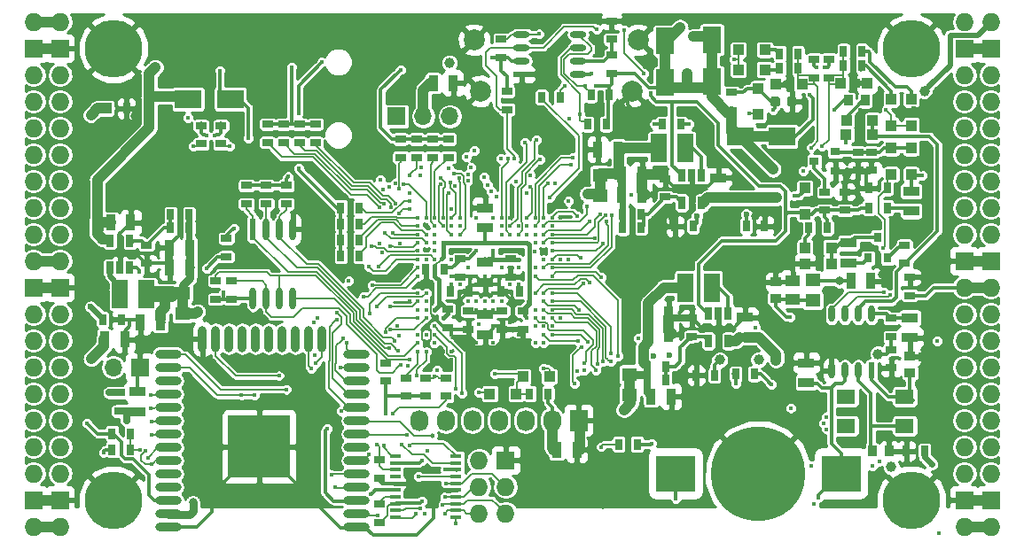
<source format=gbl>
G04 #@! TF.GenerationSoftware,KiCad,Pcbnew,5.0.0+dfsg1-1*
G04 #@! TF.CreationDate,2018-08-10T19:17:17+02:00*
G04 #@! TF.ProjectId,ulx3s,756C7833732E6B696361645F70636200,rev?*
G04 #@! TF.SameCoordinates,Original*
G04 #@! TF.FileFunction,Copper,L4,Bot,Signal*
G04 #@! TF.FilePolarity,Positive*
%FSLAX46Y46*%
G04 Gerber Fmt 4.6, Leading zero omitted, Abs format (unit mm)*
G04 Created by KiCad (PCBNEW 5.0.0+dfsg1-1) date Fri Aug 10 19:17:17 2018*
%MOMM*%
%LPD*%
G01*
G04 APERTURE LIST*
G04 #@! TA.AperFunction,EtchedComponent*
%ADD10C,1.000000*%
G04 #@! TD*
G04 #@! TA.AperFunction,ComponentPad*
%ADD11C,2.000000*%
G04 #@! TD*
G04 #@! TA.AperFunction,SMDPad,CuDef*
%ADD12O,2.500000X0.900000*%
G04 #@! TD*
G04 #@! TA.AperFunction,SMDPad,CuDef*
%ADD13O,0.900000X2.500000*%
G04 #@! TD*
G04 #@! TA.AperFunction,SMDPad,CuDef*
%ADD14R,6.000000X6.000000*%
G04 #@! TD*
G04 #@! TA.AperFunction,SMDPad,CuDef*
%ADD15R,0.670000X1.000000*%
G04 #@! TD*
G04 #@! TA.AperFunction,SMDPad,CuDef*
%ADD16R,1.400000X1.295000*%
G04 #@! TD*
G04 #@! TA.AperFunction,SMDPad,CuDef*
%ADD17R,2.500000X1.800000*%
G04 #@! TD*
G04 #@! TA.AperFunction,SMDPad,CuDef*
%ADD18R,1.800000X2.500000*%
G04 #@! TD*
G04 #@! TA.AperFunction,SMDPad,CuDef*
%ADD19R,3.700000X3.500000*%
G04 #@! TD*
G04 #@! TA.AperFunction,BGAPad,CuDef*
%ADD20C,9.000000*%
G04 #@! TD*
G04 #@! TA.AperFunction,SMDPad,CuDef*
%ADD21R,1.550000X0.600000*%
G04 #@! TD*
G04 #@! TA.AperFunction,SMDPad,CuDef*
%ADD22O,1.550000X0.600000*%
G04 #@! TD*
G04 #@! TA.AperFunction,SMDPad,CuDef*
%ADD23R,0.600000X2.100000*%
G04 #@! TD*
G04 #@! TA.AperFunction,SMDPad,CuDef*
%ADD24O,0.600000X2.100000*%
G04 #@! TD*
G04 #@! TA.AperFunction,SMDPad,CuDef*
%ADD25R,0.600000X1.550000*%
G04 #@! TD*
G04 #@! TA.AperFunction,SMDPad,CuDef*
%ADD26O,0.600000X1.550000*%
G04 #@! TD*
G04 #@! TA.AperFunction,SMDPad,CuDef*
%ADD27R,1.000000X0.400000*%
G04 #@! TD*
G04 #@! TA.AperFunction,SMDPad,CuDef*
%ADD28R,0.700000X1.200000*%
G04 #@! TD*
G04 #@! TA.AperFunction,ComponentPad*
%ADD29O,1.727200X1.727200*%
G04 #@! TD*
G04 #@! TA.AperFunction,ComponentPad*
%ADD30R,1.727200X1.727200*%
G04 #@! TD*
G04 #@! TA.AperFunction,ComponentPad*
%ADD31C,5.500000*%
G04 #@! TD*
G04 #@! TA.AperFunction,ComponentPad*
%ADD32R,1.727200X2.032000*%
G04 #@! TD*
G04 #@! TA.AperFunction,ComponentPad*
%ADD33O,1.727200X2.032000*%
G04 #@! TD*
G04 #@! TA.AperFunction,SMDPad,CuDef*
%ADD34R,1.800000X1.400000*%
G04 #@! TD*
G04 #@! TA.AperFunction,SMDPad,CuDef*
%ADD35R,0.970000X1.500000*%
G04 #@! TD*
G04 #@! TA.AperFunction,SMDPad,CuDef*
%ADD36R,1.500000X0.970000*%
G04 #@! TD*
G04 #@! TA.AperFunction,SMDPad,CuDef*
%ADD37R,1.000000X0.670000*%
G04 #@! TD*
G04 #@! TA.AperFunction,SMDPad,CuDef*
%ADD38R,1.000000X1.000000*%
G04 #@! TD*
G04 #@! TA.AperFunction,BGAPad,CuDef*
%ADD39C,0.300000*%
G04 #@! TD*
G04 #@! TA.AperFunction,ComponentPad*
%ADD40R,1.700000X1.700000*%
G04 #@! TD*
G04 #@! TA.AperFunction,ComponentPad*
%ADD41O,1.700000X1.700000*%
G04 #@! TD*
G04 #@! TA.AperFunction,SMDPad,CuDef*
%ADD42R,1.500000X2.700000*%
G04 #@! TD*
G04 #@! TA.AperFunction,SMDPad,CuDef*
%ADD43R,0.800000X0.900000*%
G04 #@! TD*
G04 #@! TA.AperFunction,SMDPad,CuDef*
%ADD44R,0.900000X0.800000*%
G04 #@! TD*
G04 #@! TA.AperFunction,SMDPad,CuDef*
%ADD45R,0.820000X1.000000*%
G04 #@! TD*
G04 #@! TA.AperFunction,SMDPad,CuDef*
%ADD46R,1.000000X0.820000*%
G04 #@! TD*
G04 #@! TA.AperFunction,SMDPad,CuDef*
%ADD47R,1.400000X1.120000*%
G04 #@! TD*
G04 #@! TA.AperFunction,Conductor*
%ADD48C,0.100000*%
G04 #@! TD*
G04 #@! TA.AperFunction,SMDPad,CuDef*
%ADD49C,0.875000*%
G04 #@! TD*
G04 #@! TA.AperFunction,ViaPad*
%ADD50C,2.000000*%
G04 #@! TD*
G04 #@! TA.AperFunction,ViaPad*
%ADD51C,0.419000*%
G04 #@! TD*
G04 #@! TA.AperFunction,ViaPad*
%ADD52C,0.600000*%
G04 #@! TD*
G04 #@! TA.AperFunction,ViaPad*
%ADD53C,1.000000*%
G04 #@! TD*
G04 #@! TA.AperFunction,ViaPad*
%ADD54C,0.800000*%
G04 #@! TD*
G04 #@! TA.AperFunction,ViaPad*
%ADD55C,0.700000*%
G04 #@! TD*
G04 #@! TA.AperFunction,ViaPad*
%ADD56C,0.454000*%
G04 #@! TD*
G04 #@! TA.AperFunction,Conductor*
%ADD57C,0.300000*%
G04 #@! TD*
G04 #@! TA.AperFunction,Conductor*
%ADD58C,1.000000*%
G04 #@! TD*
G04 #@! TA.AperFunction,Conductor*
%ADD59C,0.700000*%
G04 #@! TD*
G04 #@! TA.AperFunction,Conductor*
%ADD60C,0.127000*%
G04 #@! TD*
G04 #@! TA.AperFunction,Conductor*
%ADD61C,0.500000*%
G04 #@! TD*
G04 #@! TA.AperFunction,Conductor*
%ADD62C,0.400000*%
G04 #@! TD*
G04 #@! TA.AperFunction,Conductor*
%ADD63C,0.800000*%
G04 #@! TD*
G04 #@! TA.AperFunction,Conductor*
%ADD64C,0.600000*%
G04 #@! TD*
G04 #@! TA.AperFunction,Conductor*
%ADD65C,0.190000*%
G04 #@! TD*
G04 #@! TA.AperFunction,Conductor*
%ADD66C,1.500000*%
G04 #@! TD*
G04 #@! TA.AperFunction,Conductor*
%ADD67C,0.200000*%
G04 #@! TD*
G04 #@! TA.AperFunction,Conductor*
%ADD68C,0.254000*%
G04 #@! TD*
G04 APERTURE END LIST*
D10*
G04 #@! TO.C,RP3*
X149472000Y-77311000D02*
X149472000Y-79311000D01*
G04 #@! TO.C,RP2*
X109609000Y-88632000D02*
X109609000Y-90632000D01*
G04 #@! TO.C,RP1*
X152281000Y-96361000D02*
X152281000Y-98361000D01*
G04 #@! TO.C,RD9*
X166854000Y-73630000D02*
X162854000Y-73630000D01*
G04 #@! TO.C,RD52*
X160155000Y-64391000D02*
X160155000Y-68391000D01*
G04 #@! TO.C,RD51*
X155710000Y-68518000D02*
X155710000Y-64518000D01*
G04 #@! TD*
D11*
G04 #@! TO.P,GPDI1,0*
G04 #@! TO.N,GND*
X152546000Y-69312000D03*
X138046000Y-69312000D03*
X153146000Y-64412000D03*
X137446000Y-64412000D03*
G04 #@! TD*
D12*
G04 #@! TO.P,U9,38*
G04 #@! TO.N,GND*
X126230000Y-111000000D03*
G04 #@! TO.P,U9,37*
G04 #@! TO.N,JTAG_TDI*
X126230000Y-109730000D03*
G04 #@! TO.P,U9,36*
G04 #@! TO.N,PROG_DONE*
X126230000Y-108460000D03*
G04 #@! TO.P,U9,35*
G04 #@! TO.N,WIFI_TXD*
X126230000Y-107190000D03*
G04 #@! TO.P,U9,34*
G04 #@! TO.N,WIFI_RXD*
X126230000Y-105920000D03*
G04 #@! TO.P,U9,33*
G04 #@! TO.N,JTAG_TMS*
X126230000Y-104650000D03*
G04 #@! TO.P,U9,32*
G04 #@! TO.N,N/C*
X126230000Y-103380000D03*
G04 #@! TO.P,U9,31*
G04 #@! TO.N,JTAG_TDO*
X126230000Y-102110000D03*
G04 #@! TO.P,U9,30*
G04 #@! TO.N,JTAG_TCK*
X126230000Y-100840000D03*
G04 #@! TO.P,U9,29*
G04 #@! TO.N,WIFI_GPIO5*
X126230000Y-99570000D03*
G04 #@! TO.P,U9,28*
G04 #@! TO.N,WIFI_GPIO17*
X126230000Y-98300000D03*
G04 #@! TO.P,U9,27*
G04 #@! TO.N,WIFI_GPIO16*
X126230000Y-97030000D03*
G04 #@! TO.P,U9,26*
G04 #@! TO.N,SD_D1*
X126230000Y-95760000D03*
G04 #@! TO.P,U9,25*
G04 #@! TO.N,WIFI_GPIO0*
X126230000Y-94490000D03*
D13*
G04 #@! TO.P,U9,24*
G04 #@! TO.N,SD_D0*
X122945000Y-93000000D03*
G04 #@! TO.P,U9,23*
G04 #@! TO.N,SD_CMD*
X121675000Y-93000000D03*
G04 #@! TO.P,U9,22*
G04 #@! TO.N,N/C*
X120405000Y-93000000D03*
G04 #@! TO.P,U9,21*
X119135000Y-93000000D03*
G04 #@! TO.P,U9,20*
X117865000Y-93000000D03*
G04 #@! TO.P,U9,19*
X116595000Y-93000000D03*
G04 #@! TO.P,U9,18*
X115325000Y-93000000D03*
G04 #@! TO.P,U9,17*
X114055000Y-93000000D03*
G04 #@! TO.P,U9,16*
G04 #@! TO.N,SD_D3*
X112785000Y-93000000D03*
G04 #@! TO.P,U9,15*
G04 #@! TO.N,GND*
X111515000Y-93000000D03*
D12*
G04 #@! TO.P,U9,14*
G04 #@! TO.N,SD_D2*
X108230000Y-94490000D03*
G04 #@! TO.P,U9,13*
G04 #@! TO.N,SD_CLK*
X108230000Y-95760000D03*
G04 #@! TO.P,U9,12*
G04 #@! TO.N,N/C*
X108230000Y-97030000D03*
G04 #@! TO.P,U9,11*
G04 #@! TO.N,GP11*
X108230000Y-98300000D03*
G04 #@! TO.P,U9,10*
G04 #@! TO.N,GN11*
X108230000Y-99570000D03*
G04 #@! TO.P,U9,9*
G04 #@! TO.N,GP12*
X108230000Y-100840000D03*
G04 #@! TO.P,U9,8*
G04 #@! TO.N,GN12*
X108230000Y-102110000D03*
G04 #@! TO.P,U9,7*
G04 #@! TO.N,GP13*
X108230000Y-103380000D03*
G04 #@! TO.P,U9,6*
G04 #@! TO.N,GN13*
X108230000Y-104650000D03*
G04 #@! TO.P,U9,5*
G04 #@! TO.N,N/C*
X108230000Y-105920000D03*
G04 #@! TO.P,U9,4*
X108230000Y-107190000D03*
G04 #@! TO.P,U9,3*
G04 #@! TO.N,/wifi/WIFIEN*
X108230000Y-108460000D03*
G04 #@! TO.P,U9,2*
G04 #@! TO.N,+3V3*
X108230000Y-109730000D03*
G04 #@! TO.P,U9,1*
G04 #@! TO.N,GND*
X108230000Y-111000000D03*
D14*
G04 #@! TO.P,U9,39*
X116930000Y-103300000D03*
G04 #@! TD*
D15*
G04 #@! TO.P,C49,2*
G04 #@! TO.N,GND*
X103738000Y-91156000D03*
G04 #@! TO.P,C49,1*
G04 #@! TO.N,2V5_3V3*
X101988000Y-91156000D03*
G04 #@! TD*
D16*
G04 #@! TO.P,RP3,2*
G04 #@! TO.N,+3V3*
X149472000Y-79278500D03*
G04 #@! TO.P,RP3,1*
G04 #@! TO.N,/power/P3V3*
X149472000Y-77343500D03*
G04 #@! TD*
G04 #@! TO.P,RP2,2*
G04 #@! TO.N,+2V5*
X109609000Y-90599500D03*
G04 #@! TO.P,RP2,1*
G04 #@! TO.N,/power/P2V5*
X109609000Y-88664500D03*
G04 #@! TD*
G04 #@! TO.P,RP1,2*
G04 #@! TO.N,+1V1*
X152281000Y-98328500D03*
G04 #@! TO.P,RP1,1*
G04 #@! TO.N,/power/P1V1*
X152281000Y-96393500D03*
G04 #@! TD*
D17*
G04 #@! TO.P,RD9,2*
G04 #@! TO.N,+5V*
X162854000Y-73630000D03*
G04 #@! TO.P,RD9,1*
G04 #@! TO.N,/usb/US2VBUS*
X166854000Y-73630000D03*
G04 #@! TD*
D18*
G04 #@! TO.P,RD52,2*
G04 #@! TO.N,+5V*
X160155000Y-68391000D03*
G04 #@! TO.P,RD52,1*
G04 #@! TO.N,/gpio/OUT5V*
X160155000Y-64391000D03*
G04 #@! TD*
G04 #@! TO.P,RD51,2*
G04 #@! TO.N,/gpio/IN5V*
X155710000Y-64518000D03*
G04 #@! TO.P,RD51,1*
G04 #@! TO.N,+5V*
X155710000Y-68518000D03*
G04 #@! TD*
D19*
G04 #@! TO.P,BAT1,1*
G04 #@! TO.N,/power/VBAT*
X172485000Y-105870000D03*
X156685000Y-105870000D03*
D20*
G04 #@! TO.P,BAT1,2*
G04 #@! TO.N,GND*
X164585000Y-105870000D03*
G04 #@! TD*
D21*
G04 #@! TO.P,U11,1*
G04 #@! TO.N,GND*
X141980000Y-67706500D03*
D22*
G04 #@! TO.P,U11,2*
G04 #@! TO.N,+2V5*
X141980000Y-66436500D03*
G04 #@! TO.P,U11,3*
G04 #@! TO.N,FPDI_SCL*
X141980000Y-65166500D03*
G04 #@! TO.P,U11,4*
G04 #@! TO.N,FPDI_SDA*
X141980000Y-63896500D03*
G04 #@! TO.P,U11,5*
G04 #@! TO.N,GPDI_SDA*
X147380000Y-63896500D03*
G04 #@! TO.P,U11,6*
G04 #@! TO.N,GPDI_SCL*
X147380000Y-65166500D03*
G04 #@! TO.P,U11,7*
G04 #@! TO.N,/gpdi/VREF2*
X147380000Y-66436500D03*
G04 #@! TO.P,U11,8*
G04 #@! TO.N,+3V3*
X147380000Y-67706500D03*
G04 #@! TD*
D23*
G04 #@! TO.P,U10,1*
G04 #@! TO.N,/flash/FLASH_nCS*
X116340000Y-82520000D03*
D24*
G04 #@! TO.P,U10,2*
G04 #@! TO.N,/flash/FLASH_MISO*
X117610000Y-82520000D03*
G04 #@! TO.P,U10,3*
G04 #@! TO.N,/flash/FLASH_nWP*
X118880000Y-82520000D03*
G04 #@! TO.P,U10,4*
G04 #@! TO.N,GND*
X120150000Y-82520000D03*
G04 #@! TO.P,U10,5*
G04 #@! TO.N,/flash/FLASH_MOSI*
X120150000Y-89124000D03*
G04 #@! TO.P,U10,6*
G04 #@! TO.N,/flash/FLASH_SCK*
X118880000Y-89124000D03*
G04 #@! TO.P,U10,7*
G04 #@! TO.N,/flash/FLASH_nHOLD*
X117610000Y-89124000D03*
G04 #@! TO.P,U10,8*
G04 #@! TO.N,+3V3*
X116340000Y-89124000D03*
G04 #@! TD*
D25*
G04 #@! TO.P,U7,1*
G04 #@! TO.N,/power/OSCI_32k*
X175395000Y-96015000D03*
D26*
G04 #@! TO.P,U7,2*
G04 #@! TO.N,/power/OSCO_32k*
X174125000Y-96015000D03*
G04 #@! TO.P,U7,3*
G04 #@! TO.N,/power/VBAT*
X172855000Y-96015000D03*
G04 #@! TO.P,U7,4*
G04 #@! TO.N,GND*
X171585000Y-96015000D03*
G04 #@! TO.P,U7,5*
G04 #@! TO.N,FPDI_SDA*
X171585000Y-90615000D03*
G04 #@! TO.P,U7,6*
G04 #@! TO.N,FPDI_SCL*
X172855000Y-90615000D03*
G04 #@! TO.P,U7,7*
G04 #@! TO.N,/power/WAKEUPn*
X174125000Y-90615000D03*
G04 #@! TO.P,U7,8*
G04 #@! TO.N,/power/RTCVDD*
X175395000Y-90615000D03*
G04 #@! TD*
D27*
G04 #@! TO.P,U6,20*
G04 #@! TO.N,FTDI_TXD*
X129935000Y-104215000D03*
G04 #@! TO.P,U6,19*
G04 #@! TO.N,FTDI_nSLEEP*
X129935000Y-104865000D03*
G04 #@! TO.P,U6,18*
G04 #@! TO.N,FTDI_TXDEN*
X129935000Y-105515000D03*
G04 #@! TO.P,U6,17*
G04 #@! TO.N,N/C*
X129935000Y-106165000D03*
G04 #@! TO.P,U6,16*
G04 #@! TO.N,GND*
X129935000Y-106815000D03*
G04 #@! TO.P,U6,15*
G04 #@! TO.N,USB5V*
X129935000Y-107465000D03*
G04 #@! TO.P,U6,14*
G04 #@! TO.N,nRESET*
X129935000Y-108115000D03*
G04 #@! TO.P,U6,13*
G04 #@! TO.N,FT2V5*
X129935000Y-108765000D03*
G04 #@! TO.P,U6,12*
G04 #@! TO.N,USB_FTDI_D-*
X129935000Y-109415000D03*
G04 #@! TO.P,U6,11*
G04 #@! TO.N,USB_FTDI_D+*
X129935000Y-110065000D03*
G04 #@! TO.P,U6,10*
G04 #@! TO.N,FTDI_nTXLED*
X135735000Y-110065000D03*
G04 #@! TO.P,U6,9*
G04 #@! TO.N,JTAG_TDO*
X135735000Y-109415000D03*
G04 #@! TO.P,U6,8*
G04 #@! TO.N,JTAG_TMS*
X135735000Y-108765000D03*
G04 #@! TO.P,U6,7*
G04 #@! TO.N,JTAG_TCK*
X135735000Y-108115000D03*
G04 #@! TO.P,U6,6*
G04 #@! TO.N,GND*
X135735000Y-107465000D03*
G04 #@! TO.P,U6,5*
G04 #@! TO.N,JTAG_TDI*
X135735000Y-106815000D03*
G04 #@! TO.P,U6,4*
G04 #@! TO.N,FTDI_RXD*
X135735000Y-106165000D03*
G04 #@! TO.P,U6,3*
G04 #@! TO.N,FT2V5*
X135735000Y-105515000D03*
G04 #@! TO.P,U6,2*
G04 #@! TO.N,FTDI_nRTS*
X135735000Y-104865000D03*
G04 #@! TO.P,U6,1*
G04 #@! TO.N,FTDI_nDTR*
X135735000Y-104215000D03*
G04 #@! TD*
D28*
G04 #@! TO.P,U5,1*
G04 #@! TO.N,/power/PWREN*
X157285000Y-77392000D03*
G04 #@! TO.P,U5,2*
G04 #@! TO.N,GND*
X158235000Y-77392000D03*
G04 #@! TO.P,U5,3*
G04 #@! TO.N,/power/L3*
X159185000Y-77392000D03*
G04 #@! TO.P,U5,4*
G04 #@! TO.N,+5V*
X159185000Y-79992000D03*
G04 #@! TO.P,U5,5*
G04 #@! TO.N,/power/FB3*
X157285000Y-79992000D03*
G04 #@! TD*
G04 #@! TO.P,U3,1*
G04 #@! TO.N,/power/PWREN*
X159825000Y-90600000D03*
G04 #@! TO.P,U3,2*
G04 #@! TO.N,GND*
X160775000Y-90600000D03*
G04 #@! TO.P,U3,3*
G04 #@! TO.N,/power/L1*
X161725000Y-90600000D03*
G04 #@! TO.P,U3,4*
G04 #@! TO.N,+5V*
X161725000Y-93200000D03*
G04 #@! TO.P,U3,5*
G04 #@! TO.N,/power/FB1*
X159825000Y-93200000D03*
G04 #@! TD*
G04 #@! TO.P,U4,1*
G04 #@! TO.N,/power/PWREN*
X104575000Y-86215000D03*
G04 #@! TO.P,U4,2*
G04 #@! TO.N,GND*
X103625000Y-86215000D03*
G04 #@! TO.P,U4,3*
G04 #@! TO.N,/power/L2*
X102675000Y-86215000D03*
G04 #@! TO.P,U4,4*
G04 #@! TO.N,+5V*
X102675000Y-83615000D03*
G04 #@! TO.P,U4,5*
G04 #@! TO.N,/power/FB2*
X104575000Y-83615000D03*
G04 #@! TD*
D29*
G04 #@! TO.P,J1,1*
G04 #@! TO.N,2V5_3V3*
X97910000Y-62690000D03*
G04 #@! TO.P,J1,2*
X95370000Y-62690000D03*
D30*
G04 #@! TO.P,J1,3*
G04 #@! TO.N,GND*
X97910000Y-65230000D03*
G04 #@! TO.P,J1,4*
X95370000Y-65230000D03*
D29*
G04 #@! TO.P,J1,5*
G04 #@! TO.N,GN0*
X97910000Y-67770000D03*
G04 #@! TO.P,J1,6*
G04 #@! TO.N,GP0*
X95370000Y-67770000D03*
G04 #@! TO.P,J1,7*
G04 #@! TO.N,GN1*
X97910000Y-70310000D03*
G04 #@! TO.P,J1,8*
G04 #@! TO.N,GP1*
X95370000Y-70310000D03*
G04 #@! TO.P,J1,9*
G04 #@! TO.N,GN2*
X97910000Y-72850000D03*
G04 #@! TO.P,J1,10*
G04 #@! TO.N,GP2*
X95370000Y-72850000D03*
G04 #@! TO.P,J1,11*
G04 #@! TO.N,GN3*
X97910000Y-75390000D03*
G04 #@! TO.P,J1,12*
G04 #@! TO.N,GP3*
X95370000Y-75390000D03*
G04 #@! TO.P,J1,13*
G04 #@! TO.N,GN4*
X97910000Y-77930000D03*
G04 #@! TO.P,J1,14*
G04 #@! TO.N,GP4*
X95370000Y-77930000D03*
G04 #@! TO.P,J1,15*
G04 #@! TO.N,GN5*
X97910000Y-80470000D03*
G04 #@! TO.P,J1,16*
G04 #@! TO.N,GP5*
X95370000Y-80470000D03*
G04 #@! TO.P,J1,17*
G04 #@! TO.N,GN6*
X97910000Y-83010000D03*
G04 #@! TO.P,J1,18*
G04 #@! TO.N,GP6*
X95370000Y-83010000D03*
G04 #@! TO.P,J1,19*
G04 #@! TO.N,2V5_3V3*
X97910000Y-85550000D03*
G04 #@! TO.P,J1,20*
X95370000Y-85550000D03*
D30*
G04 #@! TO.P,J1,21*
G04 #@! TO.N,GND*
X97910000Y-88090000D03*
G04 #@! TO.P,J1,22*
X95370000Y-88090000D03*
D29*
G04 #@! TO.P,J1,23*
G04 #@! TO.N,GN7*
X97910000Y-90630000D03*
G04 #@! TO.P,J1,24*
G04 #@! TO.N,GP7*
X95370000Y-90630000D03*
G04 #@! TO.P,J1,25*
G04 #@! TO.N,GN8*
X97910000Y-93170000D03*
G04 #@! TO.P,J1,26*
G04 #@! TO.N,GP8*
X95370000Y-93170000D03*
G04 #@! TO.P,J1,27*
G04 #@! TO.N,GN9*
X97910000Y-95710000D03*
G04 #@! TO.P,J1,28*
G04 #@! TO.N,GP9*
X95370000Y-95710000D03*
G04 #@! TO.P,J1,29*
G04 #@! TO.N,GN10*
X97910000Y-98250000D03*
G04 #@! TO.P,J1,30*
G04 #@! TO.N,GP10*
X95370000Y-98250000D03*
G04 #@! TO.P,J1,31*
G04 #@! TO.N,GN11*
X97910000Y-100790000D03*
G04 #@! TO.P,J1,32*
G04 #@! TO.N,GP11*
X95370000Y-100790000D03*
G04 #@! TO.P,J1,33*
G04 #@! TO.N,GN12*
X97910000Y-103330000D03*
G04 #@! TO.P,J1,34*
G04 #@! TO.N,GP12*
X95370000Y-103330000D03*
G04 #@! TO.P,J1,35*
G04 #@! TO.N,GN13*
X97910000Y-105870000D03*
G04 #@! TO.P,J1,36*
G04 #@! TO.N,GP13*
X95370000Y-105870000D03*
D30*
G04 #@! TO.P,J1,37*
G04 #@! TO.N,GND*
X97910000Y-108410000D03*
G04 #@! TO.P,J1,38*
X95370000Y-108410000D03*
D29*
G04 #@! TO.P,J1,39*
G04 #@! TO.N,2V5_3V3*
X97910000Y-110950000D03*
G04 #@! TO.P,J1,40*
X95370000Y-110950000D03*
G04 #@! TD*
G04 #@! TO.P,J2,1*
G04 #@! TO.N,+3V3*
X184270000Y-110950000D03*
G04 #@! TO.P,J2,2*
X186810000Y-110950000D03*
D30*
G04 #@! TO.P,J2,3*
G04 #@! TO.N,GND*
X184270000Y-108410000D03*
G04 #@! TO.P,J2,4*
X186810000Y-108410000D03*
D29*
G04 #@! TO.P,J2,5*
G04 #@! TO.N,GN14*
X184270000Y-105870000D03*
G04 #@! TO.P,J2,6*
G04 #@! TO.N,GP14*
X186810000Y-105870000D03*
G04 #@! TO.P,J2,7*
G04 #@! TO.N,GN15*
X184270000Y-103330000D03*
G04 #@! TO.P,J2,8*
G04 #@! TO.N,GP15*
X186810000Y-103330000D03*
G04 #@! TO.P,J2,9*
G04 #@! TO.N,GN16*
X184270000Y-100790000D03*
G04 #@! TO.P,J2,10*
G04 #@! TO.N,GP16*
X186810000Y-100790000D03*
G04 #@! TO.P,J2,11*
G04 #@! TO.N,GN17*
X184270000Y-98250000D03*
G04 #@! TO.P,J2,12*
G04 #@! TO.N,GP17*
X186810000Y-98250000D03*
G04 #@! TO.P,J2,13*
G04 #@! TO.N,GN18*
X184270000Y-95710000D03*
G04 #@! TO.P,J2,14*
G04 #@! TO.N,GP18*
X186810000Y-95710000D03*
G04 #@! TO.P,J2,15*
G04 #@! TO.N,GN19*
X184270000Y-93170000D03*
G04 #@! TO.P,J2,16*
G04 #@! TO.N,GP19*
X186810000Y-93170000D03*
G04 #@! TO.P,J2,17*
G04 #@! TO.N,GN20*
X184270000Y-90630000D03*
G04 #@! TO.P,J2,18*
G04 #@! TO.N,GP20*
X186810000Y-90630000D03*
G04 #@! TO.P,J2,19*
G04 #@! TO.N,+3V3*
X184270000Y-88090000D03*
G04 #@! TO.P,J2,20*
X186810000Y-88090000D03*
D30*
G04 #@! TO.P,J2,21*
G04 #@! TO.N,GND*
X184270000Y-85550000D03*
G04 #@! TO.P,J2,22*
X186810000Y-85550000D03*
D29*
G04 #@! TO.P,J2,23*
G04 #@! TO.N,GN21*
X184270000Y-83010000D03*
G04 #@! TO.P,J2,24*
G04 #@! TO.N,GP21*
X186810000Y-83010000D03*
G04 #@! TO.P,J2,25*
G04 #@! TO.N,GN22*
X184270000Y-80470000D03*
G04 #@! TO.P,J2,26*
G04 #@! TO.N,GP22*
X186810000Y-80470000D03*
G04 #@! TO.P,J2,27*
G04 #@! TO.N,GN23*
X184270000Y-77930000D03*
G04 #@! TO.P,J2,28*
G04 #@! TO.N,GP23*
X186810000Y-77930000D03*
G04 #@! TO.P,J2,29*
G04 #@! TO.N,GN24*
X184270000Y-75390000D03*
G04 #@! TO.P,J2,30*
G04 #@! TO.N,GP24*
X186810000Y-75390000D03*
G04 #@! TO.P,J2,31*
G04 #@! TO.N,GN25*
X184270000Y-72850000D03*
G04 #@! TO.P,J2,32*
G04 #@! TO.N,GP25*
X186810000Y-72850000D03*
G04 #@! TO.P,J2,33*
G04 #@! TO.N,GN26*
X184270000Y-70310000D03*
G04 #@! TO.P,J2,34*
G04 #@! TO.N,GP26*
X186810000Y-70310000D03*
G04 #@! TO.P,J2,35*
G04 #@! TO.N,GN27*
X184270000Y-67770000D03*
G04 #@! TO.P,J2,36*
G04 #@! TO.N,GP27*
X186810000Y-67770000D03*
D30*
G04 #@! TO.P,J2,37*
G04 #@! TO.N,GND*
X184270000Y-65230000D03*
G04 #@! TO.P,J2,38*
X186810000Y-65230000D03*
D29*
G04 #@! TO.P,J2,39*
G04 #@! TO.N,/gpio/IN5V*
X184270000Y-62690000D03*
G04 #@! TO.P,J2,40*
G04 #@! TO.N,/gpio/OUT5V*
X186810000Y-62690000D03*
G04 #@! TD*
D31*
G04 #@! TO.P,H1,1*
G04 #@! TO.N,GND*
X102990000Y-108410000D03*
G04 #@! TD*
G04 #@! TO.P,H2,1*
G04 #@! TO.N,GND*
X179190000Y-108410000D03*
G04 #@! TD*
G04 #@! TO.P,H3,1*
G04 #@! TO.N,GND*
X179190000Y-65230000D03*
G04 #@! TD*
G04 #@! TO.P,H4,1*
G04 #@! TO.N,GND*
X102990000Y-65230000D03*
G04 #@! TD*
D30*
G04 #@! TO.P,J4,1*
G04 #@! TO.N,GND*
X140455000Y-104600000D03*
D29*
G04 #@! TO.P,J4,2*
G04 #@! TO.N,+3V3*
X137915000Y-104600000D03*
G04 #@! TO.P,J4,3*
G04 #@! TO.N,JTAG_TDI*
X140455000Y-107140000D03*
G04 #@! TO.P,J4,4*
G04 #@! TO.N,JTAG_TCK*
X137915000Y-107140000D03*
G04 #@! TO.P,J4,5*
G04 #@! TO.N,JTAG_TMS*
X140455000Y-109680000D03*
G04 #@! TO.P,J4,6*
G04 #@! TO.N,JTAG_TDO*
X137915000Y-109680000D03*
G04 #@! TD*
D32*
G04 #@! TO.P,OLED1,1*
G04 #@! TO.N,GND*
X147440000Y-100790000D03*
D33*
G04 #@! TO.P,OLED1,2*
G04 #@! TO.N,+3V3*
X144900000Y-100790000D03*
G04 #@! TO.P,OLED1,3*
G04 #@! TO.N,OLED_CLK*
X142360000Y-100790000D03*
G04 #@! TO.P,OLED1,4*
G04 #@! TO.N,OLED_MOSI*
X139820000Y-100790000D03*
G04 #@! TO.P,OLED1,5*
G04 #@! TO.N,OLED_RES*
X137280000Y-100790000D03*
G04 #@! TO.P,OLED1,6*
G04 #@! TO.N,OLED_DC*
X134740000Y-100790000D03*
G04 #@! TO.P,OLED1,7*
G04 #@! TO.N,OLED_CS*
X132200000Y-100790000D03*
G04 #@! TD*
D34*
G04 #@! TO.P,Y2,4*
G04 #@! TO.N,/power/OSCI_32k*
X178576000Y-98522000D03*
G04 #@! TO.P,Y2,3*
G04 #@! TO.N,N/C*
X172976000Y-98522000D03*
G04 #@! TO.P,Y2,2*
X172976000Y-101322000D03*
G04 #@! TO.P,Y2,1*
G04 #@! TO.N,/power/OSCO_32k*
X178576000Y-101322000D03*
G04 #@! TD*
D35*
G04 #@! TO.P,C47,1*
G04 #@! TO.N,2V5_3V3*
X133546000Y-68550000D03*
G04 #@! TO.P,C47,2*
G04 #@! TO.N,GND*
X135456000Y-68550000D03*
G04 #@! TD*
G04 #@! TO.P,C1,1*
G04 #@! TO.N,+5V*
X102748500Y-81885000D03*
G04 #@! TO.P,C1,2*
G04 #@! TO.N,GND*
X104658500Y-81885000D03*
G04 #@! TD*
D15*
G04 #@! TO.P,C2,1*
G04 #@! TO.N,/power/P1V1*
X153985000Y-96910000D03*
G04 #@! TO.P,C2,2*
G04 #@! TO.N,/power/FB1*
X155735000Y-96910000D03*
G04 #@! TD*
D35*
G04 #@! TO.P,C3,2*
G04 #@! TO.N,GND*
X156015000Y-90630000D03*
G04 #@! TO.P,C3,1*
G04 #@! TO.N,/power/P1V1*
X154105000Y-90630000D03*
G04 #@! TD*
G04 #@! TO.P,C4,1*
G04 #@! TO.N,/power/P1V1*
X154105000Y-92535000D03*
G04 #@! TO.P,C4,2*
G04 #@! TO.N,GND*
X156015000Y-92535000D03*
G04 #@! TD*
D36*
G04 #@! TO.P,C5,2*
G04 #@! TO.N,GND*
X163315000Y-90945000D03*
G04 #@! TO.P,C5,1*
G04 #@! TO.N,+5V*
X163315000Y-92855000D03*
G04 #@! TD*
D15*
G04 #@! TO.P,C6,1*
G04 #@! TO.N,/power/P3V3*
X151645000Y-82375000D03*
G04 #@! TO.P,C6,2*
G04 #@! TO.N,/power/FB3*
X153395000Y-82375000D03*
G04 #@! TD*
D35*
G04 #@! TO.P,C7,2*
G04 #@! TO.N,GND*
X153475000Y-79200000D03*
G04 #@! TO.P,C7,1*
G04 #@! TO.N,/power/P3V3*
X151565000Y-79200000D03*
G04 #@! TD*
G04 #@! TO.P,C8,2*
G04 #@! TO.N,GND*
X153475000Y-77295000D03*
G04 #@! TO.P,C8,1*
G04 #@! TO.N,/power/P3V3*
X151565000Y-77295000D03*
G04 #@! TD*
D36*
G04 #@! TO.P,C9,1*
G04 #@! TO.N,+5V*
X160775000Y-79520000D03*
G04 #@! TO.P,C9,2*
G04 #@! TO.N,GND*
X160775000Y-77610000D03*
G04 #@! TD*
D15*
G04 #@! TO.P,C10,2*
G04 #@! TO.N,/power/FB2*
X108465000Y-81105000D03*
G04 #@! TO.P,C10,1*
G04 #@! TO.N,/power/P2V5*
X110215000Y-81105000D03*
G04 #@! TD*
D35*
G04 #@! TO.P,C11,2*
G04 #@! TO.N,GND*
X108385000Y-84280000D03*
G04 #@! TO.P,C11,1*
G04 #@! TO.N,/power/P2V5*
X110295000Y-84280000D03*
G04 #@! TD*
G04 #@! TO.P,C12,1*
G04 #@! TO.N,/power/P2V5*
X110295000Y-86185000D03*
G04 #@! TO.P,C12,2*
G04 #@! TO.N,GND*
X108385000Y-86185000D03*
G04 #@! TD*
D36*
G04 #@! TO.P,C13,2*
G04 #@! TO.N,/power/WKUP*
X173221000Y-83833000D03*
G04 #@! TO.P,C13,1*
G04 #@! TO.N,+5V*
X173221000Y-85743000D03*
G04 #@! TD*
D37*
G04 #@! TO.P,C14,2*
G04 #@! TO.N,GND*
X175380000Y-76900000D03*
G04 #@! TO.P,C14,1*
G04 #@! TO.N,/power/SHUT*
X175380000Y-75150000D03*
G04 #@! TD*
D36*
G04 #@! TO.P,C15,1*
G04 #@! TO.N,/sdcard/SD3V3*
X105276000Y-99967000D03*
G04 #@! TO.P,C15,2*
G04 #@! TO.N,GND*
X105276000Y-98057000D03*
G04 #@! TD*
D35*
G04 #@! TO.P,C16,1*
G04 #@! TO.N,+3V3*
X173424000Y-87473000D03*
G04 #@! TO.P,C16,2*
G04 #@! TO.N,GND*
X175334000Y-87473000D03*
G04 #@! TD*
D36*
G04 #@! TO.P,C17,1*
G04 #@! TO.N,+1V1*
X138500000Y-90665000D03*
G04 #@! TO.P,C17,2*
G04 #@! TO.N,GND*
X138500000Y-92575000D03*
G04 #@! TD*
D37*
G04 #@! TO.P,C18,1*
G04 #@! TO.N,/gpdi/VREF2*
X150589600Y-64359000D03*
G04 #@! TO.P,C18,2*
G04 #@! TO.N,GND*
X150589600Y-62609000D03*
G04 #@! TD*
D36*
G04 #@! TO.P,C19,1*
G04 #@! TO.N,+2V5*
X138500000Y-82375000D03*
G04 #@! TO.P,C19,2*
G04 #@! TO.N,GND*
X138500000Y-80465000D03*
G04 #@! TD*
G04 #@! TO.P,C20,2*
G04 #@! TO.N,GND*
X138500000Y-87575000D03*
G04 #@! TO.P,C20,1*
G04 #@! TO.N,+3V3*
X138500000Y-85665000D03*
G04 #@! TD*
D35*
G04 #@! TO.P,C21,2*
G04 #@! TO.N,GND*
X104072000Y-93061000D03*
G04 #@! TO.P,C21,1*
G04 #@! TO.N,+3V3*
X102162000Y-93061000D03*
G04 #@! TD*
G04 #@! TO.P,C22,1*
G04 #@! TO.N,/power/P1V1*
X154359000Y-98504000D03*
G04 #@! TO.P,C22,2*
G04 #@! TO.N,GND*
X156269000Y-98504000D03*
G04 #@! TD*
G04 #@! TO.P,C23,2*
G04 #@! TO.N,GND*
X105591000Y-91392000D03*
G04 #@! TO.P,C23,1*
G04 #@! TO.N,/power/P2V5*
X107501000Y-91392000D03*
G04 #@! TD*
G04 #@! TO.P,C24,1*
G04 #@! TO.N,/power/P3V3*
X151189000Y-74882000D03*
G04 #@! TO.P,C24,2*
G04 #@! TO.N,GND*
X149279000Y-74882000D03*
G04 #@! TD*
D37*
G04 #@! TO.P,C25,2*
G04 #@! TO.N,GND*
X140900000Y-87095000D03*
G04 #@! TO.P,C25,1*
G04 #@! TO.N,+3V3*
X140900000Y-85345000D03*
G04 #@! TD*
G04 #@! TO.P,C26,2*
G04 #@! TO.N,GND*
X136100000Y-87095000D03*
G04 #@! TO.P,C26,1*
G04 #@! TO.N,2V5_3V3*
X136100000Y-85345000D03*
G04 #@! TD*
G04 #@! TO.P,C27,2*
G04 #@! TO.N,GND*
X136900000Y-92095000D03*
G04 #@! TO.P,C27,1*
G04 #@! TO.N,+1V1*
X136900000Y-90345000D03*
G04 #@! TD*
G04 #@! TO.P,C28,1*
G04 #@! TO.N,+1V1*
X140100000Y-90345000D03*
G04 #@! TO.P,C28,2*
G04 #@! TO.N,GND*
X140100000Y-92095000D03*
G04 #@! TD*
G04 #@! TO.P,C29,2*
G04 #@! TO.N,GND*
X142100000Y-92095000D03*
G04 #@! TO.P,C29,1*
G04 #@! TO.N,+2V5*
X142100000Y-90345000D03*
G04 #@! TD*
G04 #@! TO.P,C30,1*
G04 #@! TO.N,+2V5*
X134900000Y-90145000D03*
G04 #@! TO.P,C30,2*
G04 #@! TO.N,GND*
X134900000Y-91895000D03*
G04 #@! TD*
D15*
G04 #@! TO.P,C31,1*
G04 #@! TO.N,+3V3*
X135225000Y-88420000D03*
G04 #@! TO.P,C31,2*
G04 #@! TO.N,GND*
X136975000Y-88420000D03*
G04 #@! TD*
G04 #@! TO.P,C32,2*
G04 #@! TO.N,GND*
X140025000Y-88420000D03*
G04 #@! TO.P,C32,1*
G04 #@! TO.N,+3V3*
X141775000Y-88420000D03*
G04 #@! TD*
G04 #@! TO.P,C33,1*
G04 #@! TO.N,+3V3*
X163425000Y-82220000D03*
G04 #@! TO.P,C33,2*
G04 #@! TO.N,GND*
X165175000Y-82220000D03*
G04 #@! TD*
G04 #@! TO.P,C34,1*
G04 #@! TO.N,+3V3*
X158375000Y-82220000D03*
G04 #@! TO.P,C34,2*
G04 #@! TO.N,GND*
X156625000Y-82220000D03*
G04 #@! TD*
D37*
G04 #@! TO.P,C35,1*
G04 #@! TO.N,+3V3*
X177300000Y-94025000D03*
G04 #@! TO.P,C35,2*
G04 #@! TO.N,GND*
X177300000Y-95775000D03*
G04 #@! TD*
D35*
G04 #@! TO.P,C46,1*
G04 #@! TO.N,+3V3*
X145342000Y-103584000D03*
G04 #@! TO.P,C46,2*
G04 #@! TO.N,GND*
X147252000Y-103584000D03*
G04 #@! TD*
D15*
G04 #@! TO.P,C48,2*
G04 #@! TO.N,GND*
X104246000Y-70963000D03*
G04 #@! TO.P,C48,1*
G04 #@! TO.N,2V5_3V3*
X102496000Y-70963000D03*
G04 #@! TD*
D37*
G04 #@! TO.P,C50,1*
G04 #@! TO.N,+3V3*
X179063000Y-88856000D03*
G04 #@! TO.P,C50,2*
G04 #@! TO.N,GND*
X179063000Y-87106000D03*
G04 #@! TD*
D15*
G04 #@! TO.P,C51,1*
G04 #@! TO.N,+3V3*
X180473000Y-103711000D03*
G04 #@! TO.P,C51,2*
G04 #@! TO.N,GND*
X178723000Y-103711000D03*
G04 #@! TD*
G04 #@! TO.P,C52,2*
G04 #@! TO.N,GND*
X158645000Y-96490000D03*
G04 #@! TO.P,C52,1*
G04 #@! TO.N,+3V3*
X160395000Y-96490000D03*
G04 #@! TD*
G04 #@! TO.P,C53,2*
G04 #@! TO.N,GND*
X132827200Y-86330000D03*
G04 #@! TO.P,C53,1*
G04 #@! TO.N,2V5_3V3*
X134577200Y-86330000D03*
G04 #@! TD*
D36*
G04 #@! TO.P,C54,2*
G04 #@! TO.N,GND*
X169172000Y-95281000D03*
G04 #@! TO.P,C54,1*
G04 #@! TO.N,/power/VBAT*
X169172000Y-97191000D03*
G04 #@! TD*
G04 #@! TO.P,D11,1*
G04 #@! TO.N,/power/HOLD*
X179190000Y-80790000D03*
G04 #@! TO.P,D11,2*
G04 #@! TO.N,+3V3*
X179190000Y-78880000D03*
G04 #@! TD*
D38*
G04 #@! TO.P,D10,1*
G04 #@! TO.N,/power/WAKE*
X169050000Y-84280000D03*
G04 #@! TO.P,D10,2*
G04 #@! TO.N,/power/WKUP*
X171550000Y-84280000D03*
G04 #@! TD*
G04 #@! TO.P,D12,2*
G04 #@! TO.N,/power/FTDI_nSUSPEND*
X169030000Y-78585000D03*
G04 #@! TO.P,D12,1*
G04 #@! TO.N,/power/PWREN*
X169030000Y-81085000D03*
G04 #@! TD*
G04 #@! TO.P,D13,1*
G04 #@! TO.N,/power/WKUP*
X171550000Y-85804000D03*
G04 #@! TO.P,D13,2*
G04 #@! TO.N,GND*
X169050000Y-85804000D03*
G04 #@! TD*
G04 #@! TO.P,D14,2*
G04 #@! TO.N,/power/SHUT*
X179190000Y-74775000D03*
G04 #@! TO.P,D14,1*
G04 #@! TO.N,+3V3*
X179190000Y-77275000D03*
G04 #@! TD*
G04 #@! TO.P,D15,2*
G04 #@! TO.N,SHUTDOWN*
X177285000Y-77275000D03*
G04 #@! TO.P,D15,1*
G04 #@! TO.N,/power/SHUT*
X177285000Y-74775000D03*
G04 #@! TD*
G04 #@! TO.P,D16,1*
G04 #@! TO.N,PWRBTn*
X172987000Y-73503000D03*
G04 #@! TO.P,D16,2*
G04 #@! TO.N,/power/WAKEUPn*
X175487000Y-73503000D03*
G04 #@! TD*
G04 #@! TO.P,D17,1*
G04 #@! TO.N,PWRBTn*
X164585000Y-69060000D03*
G04 #@! TO.P,D17,2*
G04 #@! TO.N,BTN_PWRn*
X164585000Y-71560000D03*
G04 #@! TD*
G04 #@! TO.P,D20,1*
G04 #@! TO.N,USB_FPGA_D+*
X168756000Y-68659000D03*
G04 #@! TO.P,D20,2*
G04 #@! TO.N,GND*
X166256000Y-68659000D03*
G04 #@! TD*
G04 #@! TO.P,D21,2*
G04 #@! TO.N,GND*
X174979000Y-68550000D03*
G04 #@! TO.P,D21,1*
G04 #@! TO.N,USB_FPGA_D-*
X172479000Y-68550000D03*
G04 #@! TD*
G04 #@! TO.P,D23,2*
G04 #@! TO.N,Net-(D23-Pad2)*
X165200000Y-67262000D03*
G04 #@! TO.P,D23,1*
G04 #@! TO.N,USB_FPGA_PULL_D+*
X162700000Y-67262000D03*
G04 #@! TD*
G04 #@! TO.P,D24,2*
G04 #@! TO.N,USB_FPGA_PULL_D+*
X162700000Y-65357000D03*
G04 #@! TO.P,D24,1*
G04 #@! TO.N,Net-(D24-Pad1)*
X165200000Y-65357000D03*
G04 #@! TD*
G04 #@! TO.P,D25,1*
G04 #@! TO.N,USB_FPGA_PULL_D-*
X177285000Y-72594000D03*
G04 #@! TO.P,D25,2*
G04 #@! TO.N,Net-(D25-Pad2)*
X177285000Y-70094000D03*
G04 #@! TD*
G04 #@! TO.P,D26,1*
G04 #@! TO.N,Net-(D26-Pad1)*
X179190000Y-70094000D03*
G04 #@! TO.P,D26,2*
G04 #@! TO.N,USB_FPGA_PULL_D-*
X179190000Y-72594000D03*
G04 #@! TD*
D39*
G04 #@! TO.P,AE1,1*
G04 #@! TO.N,/usb/ANT_433MHz*
X181872000Y-111603000D03*
G04 #@! TD*
D37*
G04 #@! TO.P,R49,1*
G04 #@! TO.N,USB_FTDI_D-*
X113277000Y-74360000D03*
G04 #@! TO.P,R49,2*
G04 #@! TO.N,/usb/FTD-*
X113277000Y-72610000D03*
G04 #@! TD*
G04 #@! TO.P,R50,2*
G04 #@! TO.N,/usb/FTD+*
X111372000Y-72610000D03*
G04 #@! TO.P,R50,1*
G04 #@! TO.N,USB_FTDI_D+*
X111372000Y-74360000D03*
G04 #@! TD*
D15*
G04 #@! TO.P,R51,2*
G04 #@! TO.N,/blinkey/SWPU*
X155455000Y-72487000D03*
G04 #@! TO.P,R51,1*
G04 #@! TO.N,2V5_3V3*
X157205000Y-72487000D03*
G04 #@! TD*
D37*
G04 #@! TO.P,R52,2*
G04 #@! TO.N,/usb/FPD-*
X171331000Y-66278000D03*
G04 #@! TO.P,R52,1*
G04 #@! TO.N,USB_FPGA_D-*
X171331000Y-68028000D03*
G04 #@! TD*
G04 #@! TO.P,R53,1*
G04 #@! TO.N,USB_FPGA_D+*
X169919000Y-68028000D03*
G04 #@! TO.P,R53,2*
G04 #@! TO.N,/usb/FPD+*
X169919000Y-66278000D03*
G04 #@! TD*
D15*
G04 #@! TO.P,R54,2*
G04 #@! TO.N,Net-(D26-Pad1)*
X174477000Y-65502000D03*
G04 #@! TO.P,R54,1*
G04 #@! TO.N,USB_FPGA_D-*
X172727000Y-65502000D03*
G04 #@! TD*
D37*
G04 #@! TO.P,R56,1*
G04 #@! TO.N,GND*
X128390000Y-106321000D03*
G04 #@! TO.P,R56,2*
G04 #@! TO.N,FTDI_TXDEN*
X128390000Y-104571000D03*
G04 #@! TD*
G04 #@! TO.P,R57,2*
G04 #@! TO.N,/analog/AUDIO_V*
X117722000Y-72483000D03*
G04 #@! TO.P,R57,1*
G04 #@! TO.N,AUDIO_V0*
X117722000Y-74233000D03*
G04 #@! TD*
G04 #@! TO.P,R58,1*
G04 #@! TO.N,AUDIO_V1*
X119246000Y-74233000D03*
G04 #@! TO.P,R58,2*
G04 #@! TO.N,/analog/AUDIO_V*
X119246000Y-72483000D03*
G04 #@! TD*
G04 #@! TO.P,R59,2*
G04 #@! TO.N,/analog/AUDIO_V*
X120770000Y-72483000D03*
G04 #@! TO.P,R59,1*
G04 #@! TO.N,AUDIO_V2*
X120770000Y-74233000D03*
G04 #@! TD*
G04 #@! TO.P,R60,1*
G04 #@! TO.N,AUDIO_V3*
X122294000Y-74233000D03*
G04 #@! TO.P,R60,2*
G04 #@! TO.N,/analog/AUDIO_V*
X122294000Y-72483000D03*
G04 #@! TD*
D15*
G04 #@! TO.P,R61,1*
G04 #@! TO.N,GPDI_CEC*
X145655000Y-69900000D03*
G04 #@! TO.P,R61,2*
G04 #@! TO.N,/gpdi/FPDI_CEC*
X143905000Y-69900000D03*
G04 #@! TD*
D40*
G04 #@! TO.P,J3,1*
G04 #@! TO.N,GND*
X105530000Y-95710000D03*
D41*
G04 #@! TO.P,J3,2*
G04 #@! TO.N,/wifi/WIFIEN*
X102990000Y-95710000D03*
G04 #@! TD*
D40*
G04 #@! TO.P,J5,1*
G04 #@! TO.N,+2V5*
X130056000Y-71725000D03*
D41*
G04 #@! TO.P,J5,2*
G04 #@! TO.N,2V5_3V3*
X132596000Y-71725000D03*
G04 #@! TO.P,J5,3*
G04 #@! TO.N,+3V3*
X135136000Y-71725000D03*
G04 #@! TD*
D15*
G04 #@! TO.P,R40,1*
G04 #@! TO.N,Net-(D24-Pad1)*
X166631000Y-65738000D03*
G04 #@! TO.P,R40,2*
G04 #@! TO.N,USB_FPGA_D+*
X168381000Y-65738000D03*
G04 #@! TD*
D37*
G04 #@! TO.P,R55,1*
G04 #@! TO.N,/flash/FPGA_DONE*
X134740000Y-96740000D03*
G04 #@! TO.P,R55,2*
G04 #@! TO.N,PROG_DONE*
X134740000Y-98490000D03*
G04 #@! TD*
D36*
G04 #@! TO.P,C55,1*
G04 #@! TO.N,/power/RTCVDD*
X179078000Y-90963000D03*
G04 #@! TO.P,C55,2*
G04 #@! TO.N,GND*
X179078000Y-92873000D03*
G04 #@! TD*
D37*
G04 #@! TO.P,R65,1*
G04 #@! TO.N,+3V3*
X177300000Y-92793000D03*
G04 #@! TO.P,R65,2*
G04 #@! TO.N,/power/RTCVDD*
X177300000Y-91043000D03*
G04 #@! TD*
D42*
G04 #@! TO.P,L1,1*
G04 #@! TO.N,/power/L1*
X160140000Y-88090000D03*
G04 #@! TO.P,L1,2*
G04 #@! TO.N,/power/P1V1*
X157600000Y-88090000D03*
G04 #@! TD*
G04 #@! TO.P,L2,1*
G04 #@! TO.N,/power/L2*
X103625000Y-88725000D03*
G04 #@! TO.P,L2,2*
G04 #@! TO.N,/power/P2V5*
X106165000Y-88725000D03*
G04 #@! TD*
G04 #@! TO.P,L3,2*
G04 #@! TO.N,/power/P3V3*
X155060000Y-74755000D03*
G04 #@! TO.P,L3,1*
G04 #@! TO.N,/power/L3*
X157600000Y-74755000D03*
G04 #@! TD*
D15*
G04 #@! TO.P,R1,2*
G04 #@! TO.N,/power/PWREN*
X171175000Y-82375000D03*
G04 #@! TO.P,R1,1*
G04 #@! TO.N,/power/WAKE*
X169425000Y-82375000D03*
G04 #@! TD*
D37*
G04 #@! TO.P,R2,2*
G04 #@! TO.N,GND*
X172840000Y-78960000D03*
G04 #@! TO.P,R2,1*
G04 #@! TO.N,/power/PWREN*
X172840000Y-80710000D03*
G04 #@! TD*
G04 #@! TO.P,R3,1*
G04 #@! TO.N,+5V*
X162045000Y-71185000D03*
G04 #@! TO.P,R3,2*
G04 #@! TO.N,PWRBTn*
X162045000Y-69435000D03*
G04 #@! TD*
D15*
G04 #@! TO.P,R4,1*
G04 #@! TO.N,/power/HOLD*
X176890000Y-80470000D03*
G04 #@! TO.P,R4,2*
G04 #@! TO.N,/power/PWREN*
X175140000Y-80470000D03*
G04 #@! TD*
D37*
G04 #@! TO.P,R5,1*
G04 #@! TO.N,/power/SHUT*
X174110000Y-75150000D03*
G04 #@! TO.P,R5,2*
G04 #@! TO.N,GND*
X174110000Y-76900000D03*
G04 #@! TD*
G04 #@! TO.P,R6,2*
G04 #@! TO.N,/power/WAKEUPn*
X178555000Y-85790000D03*
G04 #@! TO.P,R6,1*
G04 #@! TO.N,/power/WKn*
X178555000Y-84040000D03*
G04 #@! TD*
G04 #@! TO.P,R7,2*
G04 #@! TO.N,/blinkey/BTNPUL*
X113785000Y-85155000D03*
G04 #@! TO.P,R7,1*
G04 #@! TO.N,+3V3*
X113785000Y-83405000D03*
G04 #@! TD*
G04 #@! TO.P,R8,1*
G04 #@! TO.N,/power/PWREN*
X170935000Y-80710000D03*
G04 #@! TO.P,R8,2*
G04 #@! TO.N,/power/SHD*
X170935000Y-78960000D03*
G04 #@! TD*
G04 #@! TO.P,R9,2*
G04 #@! TO.N,FT2V5*
X128390000Y-110555000D03*
G04 #@! TO.P,R9,1*
G04 #@! TO.N,nRESET*
X128390000Y-108805000D03*
G04 #@! TD*
D15*
G04 #@! TO.P,R10,2*
G04 #@! TO.N,FTDI_nSLEEP*
X151264000Y-103076000D03*
G04 #@! TO.P,R10,1*
G04 #@! TO.N,/power/FTDI_nSUSPEND*
X153014000Y-103076000D03*
G04 #@! TD*
D37*
G04 #@! TO.P,R11,2*
G04 #@! TO.N,/flash/FLASH_nWP*
X119515000Y-80093000D03*
G04 #@! TO.P,R11,1*
G04 #@! TO.N,+3V3*
X119515000Y-78343000D03*
G04 #@! TD*
G04 #@! TO.P,R12,1*
G04 #@! TO.N,+3V3*
X114308000Y-89219000D03*
G04 #@! TO.P,R12,2*
G04 #@! TO.N,/flash/FLASH_nHOLD*
X114308000Y-87469000D03*
G04 #@! TD*
D15*
G04 #@! TO.P,R13,2*
G04 #@! TO.N,GND*
X175140000Y-78565000D03*
G04 #@! TO.P,R13,1*
G04 #@! TO.N,SHUTDOWN*
X176890000Y-78565000D03*
G04 #@! TD*
G04 #@! TO.P,R14,2*
G04 #@! TO.N,/analog/AUDIO_L*
X124721000Y-85060000D03*
G04 #@! TO.P,R14,1*
G04 #@! TO.N,AUDIO_L0*
X126471000Y-85060000D03*
G04 #@! TD*
G04 #@! TO.P,R15,1*
G04 #@! TO.N,AUDIO_L1*
X126471000Y-83536000D03*
G04 #@! TO.P,R15,2*
G04 #@! TO.N,/analog/AUDIO_L*
X124721000Y-83536000D03*
G04 #@! TD*
G04 #@! TO.P,R16,2*
G04 #@! TO.N,/analog/AUDIO_L*
X124721000Y-82012000D03*
G04 #@! TO.P,R16,1*
G04 #@! TO.N,AUDIO_L2*
X126471000Y-82012000D03*
G04 #@! TD*
G04 #@! TO.P,R17,1*
G04 #@! TO.N,AUDIO_L3*
X126471000Y-80470000D03*
G04 #@! TO.P,R17,2*
G04 #@! TO.N,/analog/AUDIO_L*
X124721000Y-80470000D03*
G04 #@! TD*
D37*
G04 #@! TO.P,R18,2*
G04 #@! TO.N,/analog/AUDIO_R*
X130422000Y-73898000D03*
G04 #@! TO.P,R18,1*
G04 #@! TO.N,AUDIO_R0*
X130422000Y-75648000D03*
G04 #@! TD*
G04 #@! TO.P,R19,2*
G04 #@! TO.N,/analog/AUDIO_R*
X131961000Y-73898000D03*
G04 #@! TO.P,R19,1*
G04 #@! TO.N,AUDIO_R1*
X131961000Y-75648000D03*
G04 #@! TD*
G04 #@! TO.P,R20,2*
G04 #@! TO.N,/analog/AUDIO_R*
X133485000Y-73898000D03*
G04 #@! TO.P,R20,1*
G04 #@! TO.N,AUDIO_R2*
X133485000Y-75648000D03*
G04 #@! TD*
G04 #@! TO.P,R21,1*
G04 #@! TO.N,AUDIO_R3*
X135009000Y-75648000D03*
G04 #@! TO.P,R21,2*
G04 #@! TO.N,/analog/AUDIO_R*
X135009000Y-73898000D03*
G04 #@! TD*
G04 #@! TO.P,R22,1*
G04 #@! TO.N,+2V5*
X140025500Y-66105000D03*
G04 #@! TO.P,R22,2*
G04 #@! TO.N,FPDI_SDA*
X140025500Y-64355000D03*
G04 #@! TD*
G04 #@! TO.P,R23,2*
G04 #@! TO.N,FPDI_SCL*
X140597000Y-71076000D03*
G04 #@! TO.P,R23,1*
G04 #@! TO.N,+2V5*
X140597000Y-69326000D03*
G04 #@! TD*
G04 #@! TO.P,R24,1*
G04 #@! TO.N,+5V*
X150615000Y-67647000D03*
G04 #@! TO.P,R24,2*
G04 #@! TO.N,/gpdi/VREF2*
X150615000Y-65897000D03*
G04 #@! TD*
D15*
G04 #@! TO.P,R25,2*
G04 #@! TO.N,GPDI_SCL*
X148300000Y-72487000D03*
G04 #@! TO.P,R25,1*
G04 #@! TO.N,+5V*
X150050000Y-72487000D03*
G04 #@! TD*
G04 #@! TO.P,R26,1*
G04 #@! TO.N,+5V*
X150362000Y-69693000D03*
G04 #@! TO.P,R26,2*
G04 #@! TO.N,GPDI_SDA*
X148612000Y-69693000D03*
G04 #@! TD*
D37*
G04 #@! TO.P,R27,2*
G04 #@! TO.N,/flash/FLASH_MOSI*
X129025000Y-95300000D03*
G04 #@! TO.P,R27,1*
G04 #@! TO.N,+3V3*
X129025000Y-97050000D03*
G04 #@! TD*
G04 #@! TO.P,R28,1*
G04 #@! TO.N,+3V3*
X117595000Y-78343000D03*
G04 #@! TO.P,R28,2*
G04 #@! TO.N,/flash/FLASH_MISO*
X117595000Y-80093000D03*
G04 #@! TD*
G04 #@! TO.P,R29,1*
G04 #@! TO.N,+3V3*
X112784000Y-89219000D03*
G04 #@! TO.P,R29,2*
G04 #@! TO.N,/flash/FLASH_SCK*
X112784000Y-87469000D03*
G04 #@! TD*
G04 #@! TO.P,R30,1*
G04 #@! TO.N,+3V3*
X115690000Y-78343000D03*
G04 #@! TO.P,R30,2*
G04 #@! TO.N,/flash/FLASH_nCS*
X115690000Y-80093000D03*
G04 #@! TD*
D15*
G04 #@! TO.P,R31,2*
G04 #@! TO.N,/flash/FPGA_PROGRAMN*
X142755000Y-98250000D03*
G04 #@! TO.P,R31,1*
G04 #@! TO.N,+3V3*
X144505000Y-98250000D03*
G04 #@! TD*
D37*
G04 #@! TO.P,R32,1*
G04 #@! TO.N,+3V3*
X132835000Y-98490000D03*
G04 #@! TO.P,R32,2*
G04 #@! TO.N,/flash/FPGA_DONE*
X132835000Y-96740000D03*
G04 #@! TD*
G04 #@! TO.P,R33,2*
G04 #@! TO.N,/flash/FPGA_INITN*
X130930000Y-96740000D03*
G04 #@! TO.P,R33,1*
G04 #@! TO.N,+3V3*
X130930000Y-98490000D03*
G04 #@! TD*
D15*
G04 #@! TO.P,R34,1*
G04 #@! TO.N,+3V3*
X102877000Y-103600000D03*
G04 #@! TO.P,R34,2*
G04 #@! TO.N,WIFI_EN*
X104627000Y-103600000D03*
G04 #@! TD*
G04 #@! TO.P,R35,2*
G04 #@! TO.N,/wifi/WIFIEN*
X102877000Y-102060000D03*
G04 #@! TO.P,R35,1*
G04 #@! TO.N,WIFI_EN*
X104627000Y-102060000D03*
G04 #@! TD*
D37*
G04 #@! TO.P,R38,1*
G04 #@! TO.N,/sdcard/SD3V3*
X103576500Y-99905000D03*
G04 #@! TO.P,R38,2*
G04 #@! TO.N,+3V3*
X103576500Y-98155000D03*
G04 #@! TD*
D15*
G04 #@! TO.P,R39,1*
G04 #@! TO.N,+3V3*
X164190000Y-96345000D03*
G04 #@! TO.P,R39,2*
G04 #@! TO.N,/blinkey/BTNPUR*
X162440000Y-96345000D03*
G04 #@! TD*
G04 #@! TO.P,R63,2*
G04 #@! TO.N,USB_FPGA_D+*
X168381000Y-67135000D03*
G04 #@! TO.P,R63,1*
G04 #@! TO.N,Net-(D23-Pad2)*
X166631000Y-67135000D03*
G04 #@! TD*
G04 #@! TO.P,R64,1*
G04 #@! TO.N,Net-(D25-Pad2)*
X174475000Y-66899000D03*
G04 #@! TO.P,R64,2*
G04 #@! TO.N,USB_FPGA_D-*
X172725000Y-66899000D03*
G04 #@! TD*
G04 #@! TO.P,RA1,1*
G04 #@! TO.N,/power/P1V1*
X153985000Y-95640000D03*
G04 #@! TO.P,RA1,2*
G04 #@! TO.N,/power/FB1*
X155735000Y-95640000D03*
G04 #@! TD*
G04 #@! TO.P,RA2,1*
G04 #@! TO.N,/power/P2V5*
X110215000Y-82375000D03*
G04 #@! TO.P,RA2,2*
G04 #@! TO.N,/power/FB2*
X108465000Y-82375000D03*
G04 #@! TD*
G04 #@! TO.P,RA3,1*
G04 #@! TO.N,/power/P3V3*
X151645000Y-81105000D03*
G04 #@! TO.P,RA3,2*
G04 #@! TO.N,/power/FB3*
X153395000Y-81105000D03*
G04 #@! TD*
D37*
G04 #@! TO.P,RB1,2*
G04 #@! TO.N,/power/FB1*
X158235000Y-92775000D03*
G04 #@! TO.P,RB1,1*
G04 #@! TO.N,GND*
X158235000Y-91025000D03*
G04 #@! TD*
G04 #@! TO.P,RB2,1*
G04 #@! TO.N,GND*
X106165000Y-85790000D03*
G04 #@! TO.P,RB2,2*
G04 #@! TO.N,/power/FB2*
X106165000Y-84040000D03*
G04 #@! TD*
G04 #@! TO.P,RB3,2*
G04 #@! TO.N,/power/FB3*
X155695000Y-79440000D03*
G04 #@! TO.P,RB3,1*
G04 #@! TO.N,GND*
X155695000Y-77690000D03*
G04 #@! TD*
D17*
G04 #@! TO.P,D8,1*
G04 #@! TO.N,+5V*
X110149000Y-70074000D03*
G04 #@! TO.P,D8,2*
G04 #@! TO.N,USB5V*
X114149000Y-70074000D03*
G04 #@! TD*
D43*
G04 #@! TO.P,Q1,3*
G04 #@! TO.N,/power/WKUP*
X176015000Y-83280000D03*
G04 #@! TO.P,Q1,2*
G04 #@! TO.N,+5V*
X175065000Y-85280000D03*
G04 #@! TO.P,Q1,1*
G04 #@! TO.N,/power/WKn*
X176965000Y-85280000D03*
G04 #@! TD*
D44*
G04 #@! TO.P,Q2,1*
G04 #@! TO.N,/power/SHUT*
X171935000Y-75075000D03*
G04 #@! TO.P,Q2,2*
G04 #@! TO.N,GND*
X171935000Y-76975000D03*
G04 #@! TO.P,Q2,3*
G04 #@! TO.N,/power/SHD*
X169935000Y-76025000D03*
G04 #@! TD*
D38*
G04 #@! TO.P,D27,1*
G04 #@! TO.N,/power/WAKEUPn*
X175502000Y-72106000D03*
G04 #@! TO.P,D27,2*
G04 #@! TO.N,Net-(D27-Pad2)*
X173002000Y-72106000D03*
G04 #@! TD*
D45*
G04 #@! TO.P,R66,1*
G04 #@! TO.N,US2_ID*
X173198000Y-70201000D03*
G04 #@! TO.P,R66,2*
G04 #@! TO.N,Net-(D27-Pad2)*
X174798000Y-70201000D03*
G04 #@! TD*
D46*
G04 #@! TO.P,C56,2*
G04 #@! TO.N,/power/OSCI_32k*
X179078000Y-96274000D03*
G04 #@! TO.P,C56,1*
G04 #@! TO.N,GND*
X179078000Y-94674000D03*
G04 #@! TD*
D45*
G04 #@! TO.P,C57,1*
G04 #@! TO.N,GND*
X177084000Y-103711000D03*
G04 #@! TO.P,C57,2*
G04 #@! TO.N,/power/OSCO_32k*
X175484000Y-103711000D03*
G04 #@! TD*
D47*
G04 #@! TO.P,C58,1*
G04 #@! TO.N,/analog/ADC3V3*
X167902000Y-89242000D03*
G04 #@! TO.P,C58,2*
G04 #@! TO.N,GND*
X167902000Y-87482000D03*
G04 #@! TD*
D46*
G04 #@! TO.P,C59,1*
G04 #@! TO.N,/analog/ADC3V3*
X166251000Y-89162000D03*
G04 #@! TO.P,C59,2*
G04 #@! TO.N,GND*
X166251000Y-87562000D03*
G04 #@! TD*
D16*
G04 #@! TO.P,L4,1*
G04 #@! TO.N,+3V3*
X169807000Y-87394500D03*
G04 #@! TO.P,L4,2*
G04 #@! TO.N,/analog/ADC3V3*
X169807000Y-89329500D03*
G04 #@! TD*
D38*
G04 #@! TO.P,D28,1*
G04 #@! TO.N,PWRBTn*
X144626000Y-96599000D03*
G04 #@! TO.P,D28,2*
G04 #@! TO.N,/flash/FPGA_PROGRAMN*
X142126000Y-96599000D03*
G04 #@! TD*
G04 #@! TO.P,D29,1*
G04 #@! TO.N,USER_PROGRAMN*
X138951000Y-98250000D03*
G04 #@! TO.P,D29,2*
G04 #@! TO.N,/flash/FPGA_PROGRAMN*
X141451000Y-98250000D03*
G04 #@! TD*
D48*
G04 #@! TO.N,PWRBTn*
G04 #@! TO.C,C60*
G36*
X166450691Y-69836053D02*
X166471926Y-69839203D01*
X166492750Y-69844419D01*
X166512962Y-69851651D01*
X166532368Y-69860830D01*
X166550781Y-69871866D01*
X166568024Y-69884654D01*
X166583930Y-69899070D01*
X166598346Y-69914976D01*
X166611134Y-69932219D01*
X166622170Y-69950632D01*
X166631349Y-69970038D01*
X166638581Y-69990250D01*
X166643797Y-70011074D01*
X166646947Y-70032309D01*
X166648000Y-70053750D01*
X166648000Y-70566250D01*
X166646947Y-70587691D01*
X166643797Y-70608926D01*
X166638581Y-70629750D01*
X166631349Y-70649962D01*
X166622170Y-70669368D01*
X166611134Y-70687781D01*
X166598346Y-70705024D01*
X166583930Y-70720930D01*
X166568024Y-70735346D01*
X166550781Y-70748134D01*
X166532368Y-70759170D01*
X166512962Y-70768349D01*
X166492750Y-70775581D01*
X166471926Y-70780797D01*
X166450691Y-70783947D01*
X166429250Y-70785000D01*
X165991750Y-70785000D01*
X165970309Y-70783947D01*
X165949074Y-70780797D01*
X165928250Y-70775581D01*
X165908038Y-70768349D01*
X165888632Y-70759170D01*
X165870219Y-70748134D01*
X165852976Y-70735346D01*
X165837070Y-70720930D01*
X165822654Y-70705024D01*
X165809866Y-70687781D01*
X165798830Y-70669368D01*
X165789651Y-70649962D01*
X165782419Y-70629750D01*
X165777203Y-70608926D01*
X165774053Y-70587691D01*
X165773000Y-70566250D01*
X165773000Y-70053750D01*
X165774053Y-70032309D01*
X165777203Y-70011074D01*
X165782419Y-69990250D01*
X165789651Y-69970038D01*
X165798830Y-69950632D01*
X165809866Y-69932219D01*
X165822654Y-69914976D01*
X165837070Y-69899070D01*
X165852976Y-69884654D01*
X165870219Y-69871866D01*
X165888632Y-69860830D01*
X165908038Y-69851651D01*
X165928250Y-69844419D01*
X165949074Y-69839203D01*
X165970309Y-69836053D01*
X165991750Y-69835000D01*
X166429250Y-69835000D01*
X166450691Y-69836053D01*
X166450691Y-69836053D01*
G37*
D49*
G04 #@! TD*
G04 #@! TO.P,C60,1*
G04 #@! TO.N,PWRBTn*
X166210500Y-70310000D03*
D48*
G04 #@! TO.N,GND*
G04 #@! TO.C,C60*
G36*
X168025691Y-69836053D02*
X168046926Y-69839203D01*
X168067750Y-69844419D01*
X168087962Y-69851651D01*
X168107368Y-69860830D01*
X168125781Y-69871866D01*
X168143024Y-69884654D01*
X168158930Y-69899070D01*
X168173346Y-69914976D01*
X168186134Y-69932219D01*
X168197170Y-69950632D01*
X168206349Y-69970038D01*
X168213581Y-69990250D01*
X168218797Y-70011074D01*
X168221947Y-70032309D01*
X168223000Y-70053750D01*
X168223000Y-70566250D01*
X168221947Y-70587691D01*
X168218797Y-70608926D01*
X168213581Y-70629750D01*
X168206349Y-70649962D01*
X168197170Y-70669368D01*
X168186134Y-70687781D01*
X168173346Y-70705024D01*
X168158930Y-70720930D01*
X168143024Y-70735346D01*
X168125781Y-70748134D01*
X168107368Y-70759170D01*
X168087962Y-70768349D01*
X168067750Y-70775581D01*
X168046926Y-70780797D01*
X168025691Y-70783947D01*
X168004250Y-70785000D01*
X167566750Y-70785000D01*
X167545309Y-70783947D01*
X167524074Y-70780797D01*
X167503250Y-70775581D01*
X167483038Y-70768349D01*
X167463632Y-70759170D01*
X167445219Y-70748134D01*
X167427976Y-70735346D01*
X167412070Y-70720930D01*
X167397654Y-70705024D01*
X167384866Y-70687781D01*
X167373830Y-70669368D01*
X167364651Y-70649962D01*
X167357419Y-70629750D01*
X167352203Y-70608926D01*
X167349053Y-70587691D01*
X167348000Y-70566250D01*
X167348000Y-70053750D01*
X167349053Y-70032309D01*
X167352203Y-70011074D01*
X167357419Y-69990250D01*
X167364651Y-69970038D01*
X167373830Y-69950632D01*
X167384866Y-69932219D01*
X167397654Y-69914976D01*
X167412070Y-69899070D01*
X167427976Y-69884654D01*
X167445219Y-69871866D01*
X167463632Y-69860830D01*
X167483038Y-69851651D01*
X167503250Y-69844419D01*
X167524074Y-69839203D01*
X167545309Y-69836053D01*
X167566750Y-69835000D01*
X168004250Y-69835000D01*
X168025691Y-69836053D01*
X168025691Y-69836053D01*
G37*
D49*
G04 #@! TD*
G04 #@! TO.P,C60,2*
G04 #@! TO.N,GND*
X167785500Y-70310000D03*
D50*
G04 #@! TO.N,GND*
X118689500Y-101316000D03*
D51*
X152408000Y-72169500D03*
X140080000Y-92600000D03*
X135280000Y-87000000D03*
X177287984Y-96778661D03*
D52*
X152510125Y-81695229D03*
D53*
X177658444Y-82281349D03*
X163203000Y-94966000D03*
X158539988Y-94868772D03*
D52*
X156262773Y-81349374D03*
X123437000Y-108972000D03*
D51*
X170309539Y-85441529D03*
X133216000Y-107465000D03*
X137680000Y-88600000D03*
X142480000Y-95000000D03*
X141680000Y-92600000D03*
D53*
X116880503Y-64802940D03*
X106974809Y-64953974D03*
D51*
X142480000Y-94200000D03*
X140880000Y-93400000D03*
X139280000Y-93400000D03*
X137680000Y-93400000D03*
X135280000Y-92600000D03*
X132880000Y-91800000D03*
X132880000Y-93400000D03*
X139280000Y-87000000D03*
X137680000Y-87000000D03*
X136080000Y-84600000D03*
X139280000Y-88600000D03*
D53*
X175776000Y-63343000D03*
X164854000Y-63343000D03*
X158645000Y-98635000D03*
X104402000Y-76932000D03*
X123198000Y-64232000D03*
D54*
X167267000Y-68677000D03*
D51*
X170061000Y-103094000D03*
X173109000Y-103094000D03*
D53*
X166632000Y-96363000D03*
X173490000Y-94585000D03*
D54*
X176411000Y-86838000D03*
D51*
X122944000Y-67788000D03*
D53*
X118245000Y-67534000D03*
D51*
X114181000Y-76678000D03*
X111006000Y-76551000D03*
X106815000Y-76424000D03*
X101354000Y-76297000D03*
X116340000Y-76678000D03*
D53*
X121674000Y-104618000D03*
X108339000Y-71852000D03*
X147455000Y-107031000D03*
X149741000Y-108809000D03*
D52*
X152408000Y-92997500D03*
D53*
X173934500Y-68550000D03*
X180221000Y-94712000D03*
D50*
X115197000Y-101316000D03*
D51*
X180460000Y-74374000D03*
X116452000Y-74247000D03*
X100450000Y-103838000D03*
X131280000Y-89400000D03*
X131280000Y-86200000D03*
X132880000Y-82200000D03*
X135280000Y-80600000D03*
X132880000Y-84600000D03*
X134480000Y-94200000D03*
X135280000Y-94200000D03*
X135280000Y-95000000D03*
X136080000Y-93400000D03*
X145680000Y-94200000D03*
X145680000Y-85400000D03*
X145680000Y-81400000D03*
X144080000Y-84600000D03*
X140880000Y-81400000D03*
X145680000Y-91000000D03*
X140880000Y-84600000D03*
X139280000Y-91800000D03*
X140880000Y-91400000D03*
X141480000Y-68800000D03*
X174313117Y-71127457D03*
D52*
X179459000Y-71036957D03*
D53*
X105149000Y-71727010D03*
X180714000Y-91900000D03*
D52*
X154567000Y-79178521D03*
D53*
X101847000Y-100790000D03*
D54*
X164331000Y-81232000D03*
D51*
X181412500Y-86312000D03*
D53*
X159266000Y-72205935D03*
X173030500Y-77212479D03*
D54*
X112794578Y-101644078D03*
D51*
X101974000Y-88788500D03*
X100005500Y-79962000D03*
X135280000Y-89400000D03*
X138480000Y-88600000D03*
D54*
X161092500Y-81232000D03*
D52*
X169220500Y-79644500D03*
X172840000Y-79644500D03*
X174110000Y-79263500D03*
D51*
X135280000Y-84600000D03*
X136880000Y-84600000D03*
X140080000Y-84600000D03*
X141680000Y-84600000D03*
X138480000Y-87000000D03*
X137680000Y-87800000D03*
X139280000Y-87800000D03*
X141700000Y-89420000D03*
X134480000Y-95000000D03*
X136880000Y-95000000D03*
X137680000Y-95000000D03*
X138480000Y-95000000D03*
X139280000Y-95000000D03*
X140080000Y-95000000D03*
X143280000Y-95000000D03*
X145680000Y-95000000D03*
X144880000Y-94200000D03*
X144880000Y-95000000D03*
X143280000Y-94200000D03*
X138480000Y-92600000D03*
X141680000Y-87000000D03*
D53*
G04 #@! TO.N,+5V*
X107021491Y-67043629D03*
X157807568Y-67669269D03*
X166284693Y-95025145D03*
D51*
X174379000Y-85743000D03*
X149080000Y-68800000D03*
D53*
X166363006Y-79473521D03*
X165982000Y-76801043D03*
X101466000Y-82502000D03*
G04 #@! TO.N,/gpio/IN5V*
X157107000Y-63216000D03*
G04 #@! TO.N,/gpio/OUT5V*
X158376998Y-64105000D03*
X180444709Y-69292440D03*
D51*
G04 #@! TO.N,+3V3*
X119692151Y-77494120D03*
D52*
X156091000Y-94585000D03*
X181155918Y-104980708D03*
D53*
X135105588Y-66616618D03*
D51*
X114513935Y-82409431D03*
X165803369Y-97344883D03*
D52*
X154593901Y-94607945D03*
D53*
X164625730Y-94982471D03*
D54*
X110593913Y-108636458D03*
D51*
X129005202Y-100174798D03*
X141680000Y-86200000D03*
X132880000Y-92600000D03*
X141680000Y-85400000D03*
D55*
X102624000Y-98141000D03*
D51*
X110117000Y-71852000D03*
D54*
X172347000Y-87473000D03*
D52*
X163457000Y-81123000D03*
X158758000Y-81250000D03*
D51*
X102101000Y-103838000D03*
X132080000Y-92600000D03*
X135280000Y-87800000D03*
X139280000Y-84600000D03*
X148680006Y-67600000D03*
D53*
X177285000Y-105235000D03*
X176015000Y-94440000D03*
X100894500Y-94884500D03*
D51*
X113546000Y-88559731D03*
X180255508Y-77402208D03*
D53*
X148268387Y-79156021D03*
D51*
X135280000Y-88600000D03*
X141680000Y-88600000D03*
X137880000Y-91600000D03*
X141680000Y-87800000D03*
D53*
X160900006Y-95020000D03*
D51*
G04 #@! TO.N,BTN_F1*
X130092500Y-91742500D03*
X122520963Y-90982169D03*
G04 #@! TO.N,BTN_F2*
X130283002Y-92694998D03*
X122116566Y-91386566D03*
G04 #@! TO.N,BTN_R*
X143280000Y-86200000D03*
X146480000Y-85400000D03*
X181680000Y-93200000D03*
X175507000Y-105108000D03*
G04 #@! TO.N,BTN_U*
X144880000Y-91800000D03*
X147047006Y-97267000D03*
X147700000Y-93768490D03*
G04 #@! TO.N,+2V5*
X142480000Y-83800000D03*
X134480000Y-83800000D03*
X134480000Y-91000000D03*
X139200000Y-66137000D03*
D53*
X111025100Y-90413100D03*
D51*
X142480000Y-91000000D03*
X133680000Y-90200000D03*
G04 #@! TO.N,/power/PWREN*
X154313000Y-69502500D03*
X122926177Y-66532317D03*
X105454500Y-86599000D03*
X120664983Y-71436510D03*
G04 #@! TO.N,/power/VBAT*
X156725998Y-108301000D03*
X170315004Y-108174000D03*
G04 #@! TO.N,JTAG_TDI*
X132708000Y-109680000D03*
X134750646Y-106810513D03*
X133680000Y-91800000D03*
X136280000Y-98200000D03*
X128251000Y-109840000D03*
G04 #@! TO.N,JTAG_TCK*
X134675868Y-108131585D03*
D56*
X133449289Y-102232615D03*
D51*
X133680000Y-92600000D03*
X135680000Y-97800000D03*
G04 #@! TO.N,JTAG_TMS*
X127419091Y-104077728D03*
X134463998Y-108841973D03*
X133680000Y-93400000D03*
X132950000Y-103680500D03*
G04 #@! TO.N,JTAG_TDO*
X131039072Y-102187000D03*
X134636872Y-109719950D03*
X132880000Y-94200000D03*
X131997500Y-96505000D03*
G04 #@! TO.N,SHUTDOWN*
X143260000Y-84620000D03*
X176480289Y-84343711D03*
G04 #@! TO.N,GPDI_SDA*
X148059490Y-68800000D03*
G04 #@! TO.N,GPDI_SCL*
X147582000Y-71534498D03*
G04 #@! TO.N,SD_CMD*
X121928000Y-95855000D03*
G04 #@! TO.N,SD_CLK*
X115245500Y-98377000D03*
X116438522Y-98377000D03*
G04 #@! TO.N,SD_D0*
X122309000Y-95347000D03*
X132080000Y-86200000D03*
X127747678Y-87860116D03*
G04 #@! TO.N,SD_D1*
X122203636Y-94585375D03*
X124707000Y-95710000D03*
G04 #@! TO.N,USB5V*
X113157250Y-67343629D03*
X127586603Y-107875044D03*
X115880000Y-73800000D03*
G04 #@! TO.N,GPDI_CEC*
X146080000Y-68800000D03*
G04 #@! TO.N,FTDI_nDTR*
X131299000Y-103172500D03*
G04 #@! TO.N,SDRAM_D15*
X144080000Y-86200000D03*
X150107000Y-81740000D03*
G04 #@! TO.N,SDRAM_A6*
X144880000Y-87000000D03*
X149575498Y-87093010D03*
G04 #@! TO.N,SDRAM_D13*
X144880000Y-83800000D03*
X150013807Y-81172725D03*
G04 #@! TO.N,SDRAM_D6*
X147343891Y-93217126D03*
X144080000Y-92600000D03*
G04 #@! TO.N,SDRAM_D14*
X144880000Y-86200000D03*
X150559802Y-81168435D03*
G04 #@! TO.N,SDRAM_D12*
X144880000Y-83000000D03*
X149471988Y-81105000D03*
G04 #@! TO.N,SDRAM_D5*
X148349010Y-93322307D03*
X144880000Y-92600000D03*
G04 #@! TO.N,SDRAM_D4*
X149091000Y-95964000D03*
X144880000Y-91000000D03*
G04 #@! TO.N,SDRAM_D3*
X144880000Y-90200000D03*
X149777490Y-95171500D03*
G04 #@! TO.N,SDRAM_D2*
X144880000Y-89400000D03*
X150476000Y-95171500D03*
G04 #@! TO.N,SDRAM_D1*
X144880000Y-88600000D03*
X150539500Y-94346000D03*
G04 #@! TO.N,SDRAM_D0*
X143280000Y-87000000D03*
X151190159Y-94650846D03*
G04 #@! TO.N,/flash/FLASH_nWP*
X131084713Y-95564177D03*
X129861888Y-93188963D03*
G04 #@! TO.N,/flash/FLASH_nHOLD*
X130405479Y-95464307D03*
G04 #@! TO.N,/flash/FLASH_MOSI*
X131280000Y-95000000D03*
G04 #@! TO.N,/flash/FLASH_MISO*
X130176181Y-94152270D03*
G04 #@! TO.N,/flash/FLASH_SCK*
X132080000Y-93400000D03*
G04 #@! TO.N,/flash/FLASH_nCS*
X129318354Y-93878451D03*
G04 #@! TO.N,/flash/FPGA_PROGRAMN*
X139439000Y-96345000D03*
X133880000Y-96000000D03*
G04 #@! TO.N,/flash/FPGA_DONE*
X133680000Y-96600000D03*
G04 #@! TO.N,/flash/FPGA_INITN*
X132080000Y-94200000D03*
G04 #@! TO.N,WIFI_EN*
X105530000Y-103584000D03*
X128701140Y-84724382D03*
G04 #@! TO.N,FTDI_nRTS*
X129449238Y-89937935D03*
X132080000Y-89400000D03*
X130537000Y-103109000D03*
G04 #@! TO.N,FTDI_TXD*
X128806823Y-103185900D03*
G04 #@! TO.N,FTDI_RXD*
X132162861Y-106185868D03*
X132880000Y-88600000D03*
X128132185Y-89930183D03*
G04 #@! TO.N,WIFI_RXD*
X132080000Y-87000000D03*
X126923286Y-88929791D03*
X123802408Y-105966500D03*
G04 #@! TO.N,WIFI_GPIO0*
X125291490Y-93393500D03*
G04 #@! TO.N,WIFI_TXD*
X124202418Y-107207639D03*
G04 #@! TO.N,USB_FTDI_D+*
X110599084Y-74589383D03*
X131882500Y-109743500D03*
G04 #@! TO.N,USB_FTDI_D-*
X114104080Y-74612196D03*
X132275111Y-109182963D03*
G04 #@! TO.N,SD_D3*
X118804124Y-96541124D03*
G04 #@! TO.N,AUDIO_L3*
X131297848Y-79823446D03*
G04 #@! TO.N,AUDIO_L2*
X132080000Y-81400000D03*
G04 #@! TO.N,AUDIO_L1*
X132080000Y-82200000D03*
G04 #@! TO.N,AUDIO_L0*
X132880000Y-83000000D03*
G04 #@! TO.N,AUDIO_R3*
X133680000Y-81400000D03*
G04 #@! TO.N,AUDIO_R2*
X133680000Y-82200000D03*
G04 #@! TO.N,AUDIO_R1*
X131285655Y-77327355D03*
G04 #@! TO.N,AUDIO_R0*
X130283053Y-78624643D03*
G04 #@! TO.N,OLED_CLK*
X132880000Y-91000000D03*
X129457500Y-92123500D03*
G04 #@! TO.N,OLED_MOSI*
X132077338Y-91002010D03*
X128962831Y-92390827D03*
G04 #@! TO.N,LED0*
X131280000Y-80623627D03*
X130295000Y-80978000D03*
G04 #@! TO.N,LED7*
X132080000Y-85414999D03*
X127374000Y-86058000D03*
G04 #@! TO.N,BTN_PWRn*
X134480000Y-82200000D03*
X146565997Y-71977990D03*
X134250196Y-78254176D03*
X163690901Y-71416935D03*
G04 #@! TO.N,FTDI_nTXLED*
X135656559Y-110610712D03*
G04 #@! TO.N,FTDI_nSLEEP*
X149577281Y-103320847D03*
X132442000Y-104633000D03*
D55*
G04 #@! TO.N,/sdcard/SD3V3*
X104260000Y-100790000D03*
D51*
G04 #@! TO.N,SD_D2*
X119500000Y-97820000D03*
G04 #@! TO.N,/blinkey/BTNPUL*
X111895217Y-86253790D03*
G04 #@! TO.N,/blinkey/BTNPUR*
X162441000Y-97270000D03*
X169934000Y-108808998D03*
X169680000Y-105126000D03*
G04 #@! TO.N,USB_FPGA_D+*
X142480000Y-82200000D03*
X143280000Y-83000000D03*
X169653000Y-74706510D03*
G04 #@! TO.N,/power/FTDI_nSUSPEND*
X154425580Y-102987766D03*
X168014000Y-79327000D03*
G04 #@! TO.N,/usb/FTD-*
X112680000Y-73600000D03*
G04 #@! TO.N,/usb/FTD+*
X111880000Y-73600000D03*
G04 #@! TO.N,ADC_MISO*
X143280000Y-93400000D03*
X176142000Y-104727000D03*
G04 #@! TO.N,ADC_MOSI*
X143280000Y-91800000D03*
X171050000Y-101628490D03*
G04 #@! TO.N,ADC_CSn*
X144080000Y-91800000D03*
X170859500Y-101077000D03*
G04 #@! TO.N,ADC_SCLK*
X144080000Y-91000000D03*
X171050000Y-100442000D03*
G04 #@! TO.N,SW3*
X135280000Y-82200000D03*
X135591505Y-78376591D03*
G04 #@! TO.N,SW2*
X136080000Y-82200000D03*
X134993992Y-76723500D03*
G04 #@! TO.N,SW1*
X136080000Y-83000000D03*
X135565500Y-77168000D03*
G04 #@! TO.N,USB_FPGA_D-*
X142460000Y-83020000D03*
X143280000Y-83800000D03*
X170680000Y-74600000D03*
X142785835Y-77336599D03*
G04 #@! TO.N,/usb/FPD+*
X170188000Y-67026000D03*
G04 #@! TO.N,/usb/FPD-*
X170950000Y-67026000D03*
G04 #@! TO.N,WIFI_GPIO16*
X124963994Y-92956608D03*
G04 #@! TO.N,/usb/ANT_433MHz*
X181872000Y-111603000D03*
X125488374Y-87410874D03*
G04 #@! TO.N,PROG_DONE*
X129660000Y-100155000D03*
X123425447Y-101564351D03*
G04 #@! TO.N,FTDI_TXDEN*
X132080000Y-88600000D03*
X128187500Y-103109000D03*
X127438343Y-90557396D03*
G04 #@! TO.N,/analog/AUDIO_V*
X120008000Y-67008000D03*
G04 #@! TO.N,AUDIO_V3*
X133680000Y-83000000D03*
X129947106Y-80044312D03*
G04 #@! TO.N,AUDIO_V2*
X133680000Y-83800000D03*
X129507513Y-80406500D03*
G04 #@! TO.N,AUDIO_V1*
X130334100Y-83854100D03*
X128834500Y-80089000D03*
G04 #@! TO.N,AUDIO_V0*
X133680000Y-85400000D03*
X128453500Y-83899000D03*
X128390000Y-80406500D03*
X128340716Y-86062072D03*
G04 #@! TO.N,+1V1*
X136080000Y-87800000D03*
X140080000Y-89400000D03*
X136880000Y-89400000D03*
D53*
X151758000Y-99774000D03*
D51*
X136880000Y-86200000D03*
X140080000Y-86200000D03*
X137680000Y-90200000D03*
X139280000Y-90200000D03*
X136880000Y-90200000D03*
X138480000Y-90200000D03*
X140080000Y-90200000D03*
X138480000Y-89400000D03*
X137680000Y-89400000D03*
X139280000Y-89400000D03*
X140880000Y-87800000D03*
G04 #@! TO.N,SW4*
X135021320Y-79024950D03*
X135280000Y-83000000D03*
G04 #@! TO.N,/blinkey/SWPU*
X154694000Y-72487000D03*
G04 #@! TO.N,/wifi/WIFIEN*
X100450000Y-101044000D03*
G04 #@! TO.N,FT2V5*
X134707351Y-105508447D03*
X132442000Y-108506500D03*
G04 #@! TO.N,GN0*
X139280000Y-81400000D03*
G04 #@! TO.N,GP0*
X139554000Y-79423500D03*
G04 #@! TO.N,GN1*
X139046000Y-78915500D03*
G04 #@! TO.N,GP1*
X138728500Y-78280500D03*
G04 #@! TO.N,GN2*
X138405916Y-77551542D03*
G04 #@! TO.N,GP2*
X137480000Y-75000000D03*
G04 #@! TO.N,GN3*
X137680000Y-81400000D03*
G04 #@! TO.N,GP3*
X136742593Y-75579407D03*
G04 #@! TO.N,GN4*
X137174375Y-76624866D03*
G04 #@! TO.N,GP4*
X136863200Y-77287600D03*
G04 #@! TO.N,GN5*
X136894606Y-77861070D03*
G04 #@! TO.N,GP5*
X136048819Y-77645502D03*
X136080000Y-81400000D03*
G04 #@! TO.N,GN6*
X135280000Y-81400000D03*
X135172500Y-78026500D03*
G04 #@! TO.N,GP6*
X134480000Y-81400000D03*
X134211634Y-77583950D03*
G04 #@! TO.N,GN14*
X147280010Y-96104826D03*
X144080000Y-93400000D03*
G04 #@! TO.N,GP14*
X147945596Y-96037210D03*
G04 #@! TO.N,GN15*
X147928857Y-95339016D03*
X143280000Y-91000000D03*
G04 #@! TO.N,GP15*
X144080000Y-90200000D03*
X149206000Y-95362000D03*
G04 #@! TO.N,GN16*
X144080000Y-89400000D03*
X147430953Y-90233021D03*
G04 #@! TO.N,GP16*
X143280000Y-90200000D03*
G04 #@! TO.N,GN17*
X147910791Y-87683418D03*
X144080000Y-88600000D03*
G04 #@! TO.N,GP17*
X148483539Y-87623462D03*
X143280000Y-88600000D03*
G04 #@! TO.N,GN18*
X144080000Y-85400000D03*
G04 #@! TO.N,GP18*
X144880000Y-85400000D03*
X147612154Y-85271855D03*
G04 #@! TO.N,GN19*
X144880000Y-84600000D03*
X149764011Y-83914020D03*
G04 #@! TO.N,GP19*
X144080000Y-83800000D03*
X148964000Y-83391010D03*
G04 #@! TO.N,GN20*
X144080000Y-83000000D03*
X148519500Y-81740000D03*
G04 #@! TO.N,GP20*
X144880000Y-82200000D03*
G04 #@! TO.N,GN21*
X144080000Y-82200000D03*
X148202000Y-80343000D03*
G04 #@! TO.N,GP21*
X144880000Y-81400000D03*
X147301000Y-81265000D03*
G04 #@! TO.N,GN22*
X142480000Y-81400000D03*
X142773292Y-78438000D03*
G04 #@! TO.N,GP22*
X142463773Y-79031095D03*
G04 #@! TO.N,GN23*
X144080000Y-81400000D03*
X144519000Y-78120500D03*
G04 #@! TO.N,GP23*
X145217500Y-78120500D03*
G04 #@! TO.N,GN24*
X143280000Y-82200000D03*
X146700290Y-76355020D03*
G04 #@! TO.N,GP24*
X146868500Y-75707500D03*
X143280000Y-81400000D03*
G04 #@! TO.N,GN25*
X143708879Y-75817300D03*
X141680000Y-83000000D03*
G04 #@! TO.N,GP25*
X141680000Y-82200000D03*
G04 #@! TO.N,GN26*
X140080000Y-82200000D03*
G04 #@! TO.N,GP26*
X141459000Y-77962998D03*
G04 #@! TO.N,GN27*
X140880000Y-83000000D03*
X142280000Y-74200000D03*
G04 #@! TO.N,GP27*
X140880000Y-82200000D03*
X143418626Y-73975126D03*
G04 #@! TO.N,GN7*
X132309031Y-77342560D03*
G04 #@! TO.N,GP7*
X132378500Y-76629500D03*
G04 #@! TO.N,GN8*
X128517000Y-77754510D03*
G04 #@! TO.N,GP8*
X129914000Y-78120498D03*
G04 #@! TO.N,GN9*
X128771000Y-78755500D03*
G04 #@! TO.N,GP9*
X129342500Y-78438000D03*
G04 #@! TO.N,GN10*
X131248178Y-79023435D03*
G04 #@! TO.N,GP10*
X132880000Y-81400000D03*
X130739500Y-78184000D03*
G04 #@! TO.N,GN11*
X132080000Y-83000000D03*
X106609500Y-99647000D03*
X129723500Y-82838510D03*
G04 #@! TO.N,GP11*
X132880000Y-83800000D03*
X106609500Y-98377000D03*
X128961500Y-82883000D03*
G04 #@! TO.N,GN12*
X132080000Y-83800000D03*
X106673000Y-102187010D03*
X129405008Y-84108521D03*
G04 #@! TO.N,GP12*
X132080000Y-84600000D03*
X106673000Y-100917000D03*
X127691500Y-84153000D03*
G04 #@! TO.N,GN13*
X133680000Y-84600000D03*
X106673000Y-104981000D03*
X106059700Y-103716425D03*
G04 #@! TO.N,GP13*
X132880000Y-85400000D03*
X106292000Y-104346000D03*
G04 #@! TO.N,WIFI_GPIO5*
X124770500Y-99901000D03*
X124337009Y-91171000D03*
X132880000Y-90200000D03*
G04 #@! TO.N,WIFI_GPIO17*
X132080000Y-90200000D03*
X124337018Y-90487913D03*
G04 #@! TO.N,USB_FPGA_PULL_D+*
X162271466Y-66284958D03*
X139993521Y-75751715D03*
G04 #@! TO.N,USB_FPGA_PULL_D-*
X140080000Y-81400000D03*
X140680000Y-75800000D03*
X176797084Y-71127457D03*
G04 #@! TO.N,FPDI_SDA*
X176605426Y-88507160D03*
X152497066Y-79193467D03*
X146481406Y-79819384D03*
X143650666Y-63862520D03*
X151773000Y-63470000D03*
X153680000Y-67600000D03*
G04 #@! TO.N,FPDI_SCL*
X140060000Y-83020000D03*
X149134122Y-63424051D03*
X177188990Y-88764025D03*
X141280000Y-75800000D03*
G04 #@! TO.N,/gpdi/FPDI_CEC*
X144634000Y-79522787D03*
G04 #@! TO.N,2V5_3V3*
X157996000Y-72487000D03*
D53*
X100855891Y-71574861D03*
D51*
X135280000Y-85400000D03*
X135280000Y-86200000D03*
X137680000Y-84600000D03*
D52*
X100831000Y-89931500D03*
D51*
G04 #@! TO.N,/usb/US2VBUS*
X169517039Y-69686488D03*
G04 #@! TO.N,US2_ID*
X171839000Y-71127457D03*
G04 #@! TO.N,/analog/AUDIO_L*
X120739932Y-76694083D03*
G04 #@! TO.N,/analog/AUDIO_R*
X130437000Y-67280000D03*
G04 #@! TO.N,/analog/ADC3V3*
X167648000Y-90902000D03*
X167680000Y-99600000D03*
G04 #@! TO.N,PWRBTn*
X172982000Y-74265000D03*
X164285100Y-91945900D03*
X153155000Y-92916000D03*
X165982000Y-71127457D03*
X168903000Y-76972035D03*
X144079996Y-95800000D03*
G04 #@! TO.N,USER_PROGRAMN*
X137914992Y-98123000D03*
X132880000Y-89400000D03*
G04 #@! TD*
D57*
G04 #@! TO.N,GND*
X152154000Y-69704000D02*
X152154000Y-70610213D01*
X152154000Y-70610213D02*
X152408000Y-70864213D01*
X152408000Y-70864213D02*
X152408000Y-72169500D01*
X152903398Y-83282000D02*
X152510125Y-82888727D01*
X154588000Y-83282000D02*
X152903398Y-83282000D01*
X152510125Y-82888727D02*
X152510125Y-82119493D01*
X155650000Y-82220000D02*
X154588000Y-83282000D01*
X156262773Y-81349374D02*
X156262773Y-81932773D01*
X156550000Y-82220000D02*
X155650000Y-82220000D01*
X156262773Y-81932773D02*
X156550000Y-82220000D01*
X152510125Y-82119493D02*
X152510125Y-81695229D01*
X135280000Y-87000000D02*
X136070000Y-87000000D01*
X136070000Y-87000000D02*
X136100000Y-86970000D01*
X133680000Y-91000000D02*
X132880000Y-91800000D01*
X134450000Y-91770000D02*
X133680000Y-91000000D01*
X134900000Y-91770000D02*
X134450000Y-91770000D01*
X177300000Y-95850000D02*
X177300000Y-96766645D01*
X177300000Y-96766645D02*
X177287984Y-96778661D01*
X139163860Y-75537864D02*
X137472985Y-77228739D01*
X139163860Y-73733860D02*
X139163860Y-75537864D01*
X137472985Y-77228739D02*
X137472985Y-78092985D01*
X137680000Y-71550000D02*
X137680000Y-72250000D01*
X137680000Y-72250000D02*
X139163860Y-73733860D01*
X138500000Y-79120000D02*
X138500000Y-80170000D01*
X137472985Y-78092985D02*
X138500000Y-79120000D01*
X105276000Y-97762000D02*
X105276000Y-95964000D01*
X105276000Y-95964000D02*
X105530000Y-95710000D01*
X138500000Y-87870000D02*
X137137029Y-87870000D01*
X137137029Y-87870000D02*
X136979988Y-88027041D01*
X136979988Y-88027041D02*
X136850000Y-88027041D01*
X139280000Y-88600000D02*
X139230000Y-88600000D01*
X137680000Y-88600000D02*
X137770000Y-88600000D01*
D58*
X147547000Y-103584000D02*
X147547000Y-100897000D01*
D57*
X147547000Y-100897000D02*
X147440000Y-100790000D01*
X139543386Y-87000000D02*
X139280000Y-87000000D01*
X137680000Y-87000000D02*
X137680000Y-87050000D01*
X137680000Y-87050000D02*
X138500000Y-87870000D01*
X139280000Y-87000000D02*
X139280000Y-87090000D01*
X139280000Y-87090000D02*
X138500000Y-87870000D01*
X136850000Y-88128789D02*
X136850000Y-88420000D01*
X136110990Y-86995403D02*
X136110990Y-87288031D01*
X136850000Y-88027041D02*
X136850000Y-88420000D01*
X137675403Y-86995403D02*
X137680000Y-87000000D01*
X135850000Y-90220000D02*
X135850000Y-89545000D01*
X135850000Y-89545000D02*
X136795000Y-88600000D01*
X136795000Y-88600000D02*
X137397158Y-88600000D01*
X137397158Y-88600000D02*
X137680000Y-88600000D01*
X133415999Y-107664999D02*
X133216000Y-107465000D01*
X133612013Y-107861013D02*
X133415999Y-107664999D01*
X131991648Y-111780338D02*
X133612013Y-110159973D01*
X127810434Y-111780338D02*
X131991648Y-111780338D01*
X133612013Y-110159973D02*
X133612013Y-107861013D01*
X127060434Y-111030338D02*
X127810434Y-111780338D01*
X126260434Y-111030338D02*
X127060434Y-111030338D01*
D58*
X184270000Y-108410000D02*
X186810000Y-108410000D01*
X184270000Y-85550000D02*
X186810000Y-85550000D01*
X184270000Y-65230000D02*
X186810000Y-65230000D01*
X95370000Y-65230000D02*
X97910000Y-65230000D01*
X95370000Y-88090000D02*
X97910000Y-88090000D01*
X95370000Y-108410000D02*
X97910000Y-108410000D01*
D57*
X108260434Y-111030338D02*
X109060434Y-111030338D01*
X109060434Y-111030338D02*
X109140772Y-110950000D01*
X110957617Y-110950000D02*
X112380000Y-109527617D01*
X109140772Y-110950000D02*
X110957617Y-110950000D01*
X112380000Y-109527617D02*
X112380000Y-107854384D01*
X112380000Y-107854384D02*
X116904046Y-103330338D01*
X116904046Y-103330338D02*
X116960434Y-103330338D01*
X133216000Y-107465000D02*
X132214478Y-107465000D01*
X135735000Y-107465000D02*
X133216000Y-107465000D01*
X132214478Y-107465000D02*
X131572496Y-106823018D01*
X131572496Y-106823018D02*
X129919874Y-106823018D01*
X126260434Y-111030338D02*
X124660659Y-111030338D01*
X124660659Y-111030338D02*
X116960659Y-103330338D01*
X116960659Y-103330338D02*
X116960434Y-103330338D01*
X129935000Y-106815000D02*
X128659000Y-106815000D01*
X128659000Y-106815000D02*
X128390000Y-106546000D01*
X128390000Y-106546000D02*
X128558000Y-106546000D01*
X136880000Y-92600000D02*
X137680000Y-93400000D01*
X138550000Y-92769000D02*
X138649000Y-92769000D01*
X138550000Y-92769000D02*
X138311000Y-92769000D01*
X103625000Y-84915000D02*
X105215000Y-84915000D01*
X103625000Y-86215000D02*
X103625000Y-84915000D01*
X105215000Y-84915000D02*
X106165000Y-85865000D01*
X155525000Y-77295000D02*
X155695000Y-77465000D01*
X174110000Y-77125000D02*
X174745000Y-77125000D01*
X174745000Y-77125000D02*
X175230000Y-77125000D01*
X174915000Y-78565000D02*
X174915000Y-77295000D01*
X174915000Y-77295000D02*
X174745000Y-77125000D01*
X175230000Y-77125000D02*
X175380000Y-76975000D01*
X173960000Y-76975000D02*
X174110000Y-77125000D01*
X159850000Y-78365000D02*
X158235000Y-78365000D01*
X158235000Y-78365000D02*
X156445000Y-78365000D01*
X158235000Y-77235000D02*
X158235000Y-78365000D01*
X160775000Y-77315000D02*
X160775000Y-77440000D01*
X160775000Y-77440000D02*
X159850000Y-78365000D01*
X156445000Y-78365000D02*
X155695000Y-77615000D01*
X155695000Y-77615000D02*
X155695000Y-77465000D01*
X163315000Y-90650000D02*
X163315000Y-90834602D01*
X163315000Y-90834602D02*
X162249602Y-91900000D01*
X162249602Y-91900000D02*
X160775000Y-91900000D01*
X106165000Y-85944374D02*
X106165000Y-86015000D01*
X159185000Y-91900000D02*
X160775000Y-91900000D01*
X160775000Y-90600000D02*
X160775000Y-91900000D01*
X158235000Y-90800000D02*
X158235000Y-90950000D01*
X158235000Y-90950000D02*
X159185000Y-91900000D01*
X108090000Y-84280000D02*
X108090000Y-86185000D01*
X108070000Y-84260000D02*
X108090000Y-84280000D01*
X103625000Y-82979500D02*
X103625000Y-84915000D01*
X104658500Y-81885000D02*
X104658500Y-81946000D01*
X104658500Y-81946000D02*
X103625000Y-82979500D01*
X172840000Y-77087000D02*
X172728000Y-76975000D01*
X172840000Y-78960000D02*
X172840000Y-77087000D01*
X172435000Y-76975000D02*
X172728000Y-76975000D01*
X172728000Y-76975000D02*
X173960000Y-76975000D01*
X175068894Y-63343000D02*
X164854000Y-63343000D01*
X175776000Y-63343000D02*
X175068894Y-63343000D01*
X158645000Y-96490000D02*
X158645000Y-98635000D01*
X103738000Y-91156000D02*
X103008000Y-91156000D01*
X103008000Y-91156000D02*
X102863000Y-91011000D01*
X107990000Y-85790000D02*
X108385000Y-86185000D01*
X106165000Y-85790000D02*
X107990000Y-85790000D01*
X105355000Y-91156000D02*
X105591000Y-91392000D01*
X103738000Y-91156000D02*
X104577500Y-91156000D01*
X104577500Y-91156000D02*
X105355000Y-91156000D01*
X104577500Y-91773000D02*
X104577500Y-91156000D01*
X104072000Y-93061000D02*
X104072000Y-92278500D01*
X104072000Y-92278500D02*
X104577500Y-91773000D01*
D58*
X154567000Y-77295000D02*
X155525000Y-77295000D01*
X153770000Y-79200000D02*
X153472500Y-78902500D01*
X153472500Y-77295000D02*
X154567000Y-77295000D01*
X153472500Y-78902500D02*
X153472500Y-77295000D01*
X156025200Y-92250200D02*
X156310000Y-92535000D01*
X156025200Y-90914800D02*
X156025200Y-92250200D01*
D59*
X158235000Y-90800000D02*
X157998600Y-91036400D01*
X156380800Y-91036400D02*
X156025200Y-90680800D01*
X157998600Y-91036400D02*
X156380800Y-91036400D01*
D57*
X167252000Y-68692000D02*
X167267000Y-68677000D01*
X167267000Y-68928000D02*
X167267000Y-68677000D01*
X136080000Y-93400000D02*
X137680000Y-93400000D01*
X136080000Y-93400000D02*
X135280000Y-92600000D01*
X136080000Y-93400000D02*
X136880000Y-92600000D01*
X139280000Y-91800000D02*
X139930000Y-91800000D01*
X139280000Y-91800000D02*
X139264636Y-91815364D01*
X139930000Y-91800000D02*
X140100000Y-91970000D01*
X139264636Y-91815364D02*
X139264636Y-92054364D01*
X139264636Y-92054364D02*
X138550000Y-92769000D01*
X169947068Y-85804000D02*
X170309539Y-85441529D01*
X169050000Y-85804000D02*
X169947068Y-85804000D01*
X160775000Y-75520000D02*
X159266000Y-74011000D01*
X159266000Y-72913041D02*
X159266000Y-72205935D01*
X160775000Y-77610000D02*
X160775000Y-75520000D01*
X159266000Y-74011000D02*
X159266000Y-72913041D01*
D60*
X147440000Y-100637600D02*
X147440000Y-100790000D01*
D57*
X140778941Y-87000000D02*
X141383723Y-87000000D01*
X140773938Y-86994997D02*
X140778941Y-87000000D01*
X141383723Y-87000000D02*
X141680000Y-87000000D01*
D60*
X135100000Y-92095000D02*
X134900000Y-91895000D01*
D57*
X136900000Y-92095000D02*
X135100000Y-92095000D01*
D60*
X135280000Y-92275000D02*
X134900000Y-91895000D01*
D57*
X135280000Y-92600000D02*
X135280000Y-92275000D01*
X136680000Y-92800000D02*
X136880000Y-92600000D01*
X135280000Y-92600000D02*
X135480000Y-92800000D01*
X135480000Y-92800000D02*
X136680000Y-92800000D01*
X138519000Y-92800000D02*
X138550000Y-92769000D01*
X136880000Y-92600000D02*
X137080000Y-92800000D01*
D60*
X137080000Y-88315000D02*
X136975000Y-88420000D01*
D57*
X137080000Y-86995403D02*
X137675403Y-86995403D01*
X137080000Y-86995403D02*
X137080000Y-88315000D01*
X136110990Y-86995403D02*
X137080000Y-86995403D01*
D60*
X139880000Y-88275000D02*
X140025000Y-88420000D01*
D57*
X139880000Y-87000000D02*
X141680000Y-87000000D01*
X139280000Y-87000000D02*
X139880000Y-87000000D01*
X139880000Y-87000000D02*
X139880000Y-87800000D01*
X139280000Y-87800000D02*
X139880000Y-87800000D01*
X139880000Y-87800000D02*
X139880000Y-88275000D01*
X140330000Y-88600000D02*
X139280000Y-88600000D01*
X141150000Y-89420000D02*
X140330000Y-88600000D01*
D60*
X132880000Y-93400000D02*
X133680000Y-94200000D01*
X132880000Y-93400000D02*
X132480000Y-93000000D01*
X132480000Y-93000000D02*
X132480000Y-92200000D01*
X132480000Y-92200000D02*
X132880000Y-91800000D01*
X132880000Y-93400000D02*
X133280000Y-93000000D01*
X133280000Y-93000000D02*
X133280000Y-92200000D01*
X133280000Y-92200000D02*
X132880000Y-91800000D01*
D57*
X108385000Y-84015000D02*
X109300000Y-83100000D01*
X108385000Y-84280000D02*
X108385000Y-84015000D01*
D60*
X133680000Y-91000000D02*
X133280000Y-90600000D01*
X133280000Y-90600000D02*
X133280000Y-89000000D01*
D57*
G04 #@! TO.N,+5V*
X160742000Y-79520000D02*
X160536000Y-79726000D01*
X160775000Y-79520000D02*
X160742000Y-79520000D01*
X150249000Y-69806000D02*
X150249000Y-72016000D01*
X150249000Y-72016000D02*
X150050000Y-72215000D01*
X150362000Y-69693000D02*
X150249000Y-69806000D01*
X150615000Y-67647000D02*
X152770962Y-67647000D01*
X152770962Y-67647000D02*
X154123962Y-69000000D01*
X150362000Y-68881500D02*
X150615000Y-68628500D01*
X150615000Y-68628500D02*
X150615000Y-67647000D01*
X154123962Y-69000000D02*
X155695000Y-69000000D01*
X150362000Y-69693000D02*
X150362000Y-68881500D01*
D58*
X162045000Y-71410000D02*
X162045000Y-73229108D01*
X106407114Y-69940886D02*
X106407114Y-67658006D01*
X106521492Y-67543628D02*
X107021491Y-67043629D01*
X106407114Y-67658006D02*
X106521492Y-67543628D01*
X162045000Y-71410000D02*
X162045000Y-71260000D01*
X155695000Y-69000000D02*
X157800000Y-69000000D01*
X157800000Y-69000000D02*
X160140000Y-69000000D01*
D57*
X157807568Y-68376375D02*
X157800000Y-68383943D01*
D58*
X157807568Y-67669269D02*
X157807568Y-68376375D01*
X157800000Y-68383943D02*
X157800000Y-69000000D01*
D57*
X101684316Y-83665000D02*
X101913492Y-83435824D01*
D58*
X160140000Y-69000000D02*
X160140000Y-69850000D01*
X160140000Y-69850000D02*
X161700000Y-71410000D01*
X109975000Y-69802000D02*
X106546000Y-69802000D01*
X106546000Y-69802000D02*
X106419000Y-69929000D01*
X106419000Y-69929000D02*
X106407114Y-69940886D01*
D57*
X106419000Y-69675000D02*
X106419000Y-69929000D01*
X160790000Y-79800000D02*
X160775000Y-79815000D01*
X164925000Y-93150000D02*
X164240000Y-93150000D01*
X164240000Y-93150000D02*
X163315000Y-93150000D01*
X160755000Y-79835000D02*
X160775000Y-79815000D01*
X163265000Y-93200000D02*
X163315000Y-93150000D01*
X102625000Y-83665000D02*
X102675000Y-83615000D01*
X161700000Y-71410000D02*
X162045000Y-71410000D01*
X162045000Y-71753000D02*
X162045000Y-71410000D01*
D59*
X102025000Y-83615000D02*
X102675000Y-83615000D01*
D57*
X101913492Y-83503492D02*
X102025000Y-83615000D01*
X101913492Y-83435824D02*
X101913492Y-83503492D01*
D58*
X162445892Y-73630000D02*
X162045000Y-73229108D01*
X163886500Y-73630000D02*
X162445892Y-73630000D01*
D57*
X160155000Y-68985000D02*
X160140000Y-69000000D01*
D58*
X160155000Y-67358500D02*
X160155000Y-68985000D01*
D57*
X155710000Y-68985000D02*
X155695000Y-69000000D01*
D58*
X155710000Y-67485500D02*
X155710000Y-68985000D01*
D57*
X174602000Y-85743000D02*
X175065000Y-85280000D01*
X174379000Y-85743000D02*
X174602000Y-85743000D01*
X173221000Y-85743000D02*
X174379000Y-85743000D01*
D58*
X166284693Y-94494693D02*
X166284693Y-95025145D01*
X163378500Y-92852500D02*
X164642500Y-92852500D01*
X164642500Y-92852500D02*
X166284693Y-94494693D01*
X162489500Y-93170000D02*
X162807000Y-92852500D01*
X161918000Y-93170000D02*
X162489500Y-93170000D01*
X160711500Y-79517500D02*
X159759000Y-79517500D01*
X159759000Y-79517500D02*
X159314500Y-79962000D01*
D57*
X150362000Y-68881500D02*
X150280500Y-68800000D01*
X150280500Y-68800000D02*
X149362842Y-68800000D01*
X149362842Y-68800000D02*
X149080000Y-68800000D01*
D58*
X166316527Y-79520000D02*
X166363006Y-79473521D01*
X160775000Y-79520000D02*
X166316527Y-79520000D01*
X162410065Y-73229108D02*
X165482001Y-76301044D01*
X165482001Y-76301044D02*
X165982000Y-76801043D01*
X162045000Y-73229108D02*
X162410065Y-73229108D01*
X106407114Y-72833672D02*
X106407114Y-69940886D01*
X101480000Y-77760786D02*
X106407114Y-72833672D01*
X101480000Y-81488185D02*
X101480000Y-77760786D01*
X101466000Y-81502185D02*
X101480000Y-81488185D01*
D57*
X101466000Y-82502000D02*
X101811871Y-82502000D01*
D58*
X101466000Y-82502000D02*
X101466000Y-81502185D01*
D57*
X101811871Y-82502000D02*
X101913492Y-82603621D01*
D58*
X101466000Y-82946500D02*
X101466000Y-82502000D01*
X101913492Y-83435824D02*
X101913492Y-83393992D01*
X101913492Y-83393992D02*
X101466000Y-82946500D01*
X101611000Y-81885000D02*
X102748500Y-81885000D01*
X101593000Y-81867000D02*
X101611000Y-81885000D01*
X101466000Y-82502000D02*
X101593000Y-82375000D01*
X101593000Y-82375000D02*
X101593000Y-81867000D01*
G04 #@! TO.N,/gpio/IN5V*
X155710000Y-65550500D02*
X155710000Y-64613000D01*
X155710000Y-64613000D02*
X156607001Y-63715999D01*
X156607001Y-63715999D02*
X157107000Y-63216000D01*
D61*
G04 #@! TO.N,/gpio/OUT5V*
X185540000Y-63960000D02*
X186810000Y-62690000D01*
X183000000Y-63960000D02*
X185540000Y-63960000D01*
D57*
X183000000Y-63960000D02*
X182906000Y-63960000D01*
X160155000Y-64476000D02*
X159784000Y-64105000D01*
D58*
X159869000Y-64105000D02*
X160155000Y-64391000D01*
X158376998Y-64105000D02*
X159869000Y-64105000D01*
D61*
X180944708Y-68792441D02*
X180444709Y-69292440D01*
X182906000Y-63960000D02*
X182906000Y-66831149D01*
X182906000Y-66831149D02*
X180944708Y-68792441D01*
D57*
G04 #@! TO.N,+3V3*
X177300000Y-92793000D02*
X177300000Y-94025000D01*
X144900000Y-99523000D02*
X144505000Y-99128000D01*
X144900000Y-100790000D02*
X144900000Y-99523000D01*
X144505000Y-99128000D02*
X144505000Y-98250000D01*
D58*
X144900000Y-100790000D02*
X144900000Y-103437000D01*
D57*
X144730000Y-100620000D02*
X144900000Y-100790000D01*
D58*
X144900000Y-103437000D02*
X145047000Y-103584000D01*
D57*
X129025000Y-98522000D02*
X129025000Y-98800000D01*
X129025000Y-97275000D02*
X129025000Y-98522000D01*
X130930000Y-98490000D02*
X129057000Y-98490000D01*
X129057000Y-98490000D02*
X129025000Y-98522000D01*
X132835000Y-98490000D02*
X130930000Y-98490000D01*
X149080093Y-79019093D02*
X149472000Y-79411000D01*
D62*
X141680000Y-85400000D02*
X140900000Y-85400000D01*
X140900000Y-85400000D02*
X138530000Y-85400000D01*
D57*
X140500000Y-85470000D02*
X140830000Y-85470000D01*
X140830000Y-85470000D02*
X140900000Y-85400000D01*
X138430000Y-85440000D02*
X138500000Y-85370000D01*
X138530000Y-85400000D02*
X138500000Y-85370000D01*
X113785000Y-83138366D02*
X114313936Y-82609430D01*
X113785000Y-83180000D02*
X113785000Y-83138366D01*
X114313936Y-82609430D02*
X114513935Y-82409431D01*
X179190000Y-78735000D02*
X179190000Y-77275000D01*
D63*
X110593913Y-109202143D02*
X110593913Y-108636458D01*
X110593913Y-109476859D02*
X110593913Y-109202143D01*
X110310434Y-109760338D02*
X110593913Y-109476859D01*
X108260434Y-109760338D02*
X110310434Y-109760338D01*
D58*
X184270000Y-110950000D02*
X186810000Y-110950000D01*
X184270000Y-88090000D02*
X186810000Y-88090000D01*
D57*
X129025000Y-98800000D02*
X129025000Y-100155000D01*
X129025000Y-100155000D02*
X129005202Y-100174798D01*
X129025000Y-97275000D02*
X129025000Y-98175000D01*
D59*
X103576500Y-98155000D02*
X103562500Y-98141000D01*
X103562500Y-98141000D02*
X103118974Y-98141000D01*
X103118974Y-98141000D02*
X102624000Y-98141000D01*
D57*
X119515000Y-77671271D02*
X119692151Y-77494120D01*
X119515000Y-78343000D02*
X119515000Y-77671271D01*
X119515000Y-78343000D02*
X117595000Y-78343000D01*
X117595000Y-78343000D02*
X115690000Y-78343000D01*
X173424000Y-87473000D02*
X172639000Y-87473000D01*
X172639000Y-87473000D02*
X172347000Y-87473000D01*
X169758500Y-87473000D02*
X169680000Y-87394500D01*
X169885500Y-87473000D02*
X169807000Y-87394500D01*
X172347000Y-87473000D02*
X169885500Y-87473000D01*
X163457000Y-82113000D02*
X163457000Y-81688685D01*
X163350000Y-82220000D02*
X163457000Y-82113000D01*
X163457000Y-81688685D02*
X163457000Y-81123000D01*
X158758000Y-81912000D02*
X158758000Y-81674264D01*
X158758000Y-81674264D02*
X158758000Y-81250000D01*
X158450000Y-82220000D02*
X158758000Y-81912000D01*
X114784000Y-89124000D02*
X114689000Y-89219000D01*
X116340000Y-89124000D02*
X114784000Y-89124000D01*
X113926996Y-89218996D02*
X113927000Y-89219000D01*
X114689000Y-89219000D02*
X113927000Y-89219000D01*
X113546000Y-89219000D02*
X113165000Y-89219000D01*
X113927000Y-89219000D02*
X113546000Y-89219000D01*
X179713000Y-88856000D02*
X179063000Y-88856000D01*
X181353000Y-88090000D02*
X180587000Y-88856000D01*
X180587000Y-88856000D02*
X179713000Y-88856000D01*
X184270000Y-88090000D02*
X181353000Y-88090000D01*
D64*
X180460000Y-104284790D02*
X181155918Y-104980708D01*
X180460000Y-103711000D02*
X180460000Y-104284790D01*
D57*
X102877000Y-103600000D02*
X102242000Y-103600000D01*
X102101000Y-103741000D02*
X102101000Y-103838000D01*
X102242000Y-103600000D02*
X102101000Y-103741000D01*
X165603370Y-97134770D02*
X164813600Y-96345000D01*
X165603370Y-97144884D02*
X165603370Y-97134770D01*
X165803369Y-97344883D02*
X165603370Y-97144884D01*
X164415000Y-96345000D02*
X164813600Y-96345000D01*
X135280000Y-87800000D02*
X135263000Y-87817000D01*
X135263000Y-87817000D02*
X135263000Y-88333000D01*
X135263000Y-88333000D02*
X135350000Y-88420000D01*
X141680000Y-88515000D02*
X141775000Y-88420000D01*
X139327000Y-85314000D02*
X138851000Y-85314000D01*
X138851000Y-85314000D02*
X138500000Y-85665000D01*
X139280000Y-85267000D02*
X139327000Y-85314000D01*
X139280000Y-84600000D02*
X139280000Y-85267000D01*
X147380000Y-67706500D02*
X148573506Y-67706500D01*
X148573506Y-67706500D02*
X148680006Y-67600000D01*
X176810000Y-94440000D02*
X176722106Y-94440000D01*
X177300000Y-93950000D02*
X176810000Y-94440000D01*
X176722106Y-94440000D02*
X176015000Y-94440000D01*
D58*
X102101000Y-93678000D02*
X101394499Y-94384501D01*
X101394499Y-94384501D02*
X100894500Y-94884500D01*
X102101000Y-93043000D02*
X102101000Y-93678000D01*
D57*
X113546000Y-89219000D02*
X113546000Y-88559731D01*
X179190000Y-77075000D02*
X179517208Y-77402208D01*
X179517208Y-77402208D02*
X179959231Y-77402208D01*
X179959231Y-77402208D02*
X180255508Y-77402208D01*
D58*
X149472000Y-79273500D02*
X149354521Y-79156021D01*
X149354521Y-79156021D02*
X148975493Y-79156021D01*
X148975493Y-79156021D02*
X148268387Y-79156021D01*
D57*
X160395000Y-96490000D02*
X160395000Y-95525006D01*
X160400007Y-95519999D02*
X160900006Y-95020000D01*
X160395000Y-95525006D02*
X160400007Y-95519999D01*
D60*
G04 #@! TO.N,BTN_U*
X147490501Y-93977989D02*
X147700000Y-93768490D01*
X146880000Y-94588490D02*
X147490501Y-93977989D01*
X147047006Y-97267000D02*
X146880000Y-97099994D01*
X146880000Y-97099994D02*
X146880000Y-94588490D01*
D57*
G04 #@! TO.N,/power/FB1*
X159625000Y-93000000D02*
X159825000Y-93200000D01*
X155735000Y-95640000D02*
X155735000Y-96910000D01*
X159400000Y-92775000D02*
X159825000Y-93200000D01*
X158235000Y-92775000D02*
X159400000Y-92775000D01*
X157920000Y-93000000D02*
X158235000Y-93000000D01*
X157145126Y-93774874D02*
X157920000Y-93000000D01*
X157145126Y-95181874D02*
X157145126Y-93774874D01*
X155735000Y-95640000D02*
X156687000Y-95640000D01*
X156687000Y-95640000D02*
X157145126Y-95181874D01*
G04 #@! TO.N,+2V5*
X141980000Y-66435000D02*
X141612000Y-66435000D01*
D62*
X142480000Y-83800000D02*
X142679999Y-83999999D01*
X142521001Y-89778999D02*
X142480000Y-89820000D01*
X142679999Y-89620001D02*
X142521001Y-89778999D01*
X142679999Y-83999999D02*
X142679999Y-89620001D01*
D57*
X138500000Y-82375000D02*
X138500000Y-83750000D01*
X138500000Y-83750000D02*
X138550000Y-83800000D01*
D62*
X134480000Y-83800000D02*
X134480000Y-85144500D01*
X134480000Y-85144500D02*
X134310500Y-85314000D01*
X142280331Y-90019669D02*
X142280331Y-90715424D01*
X142480000Y-89820000D02*
X142280331Y-90019669D01*
D57*
X142100000Y-90470000D02*
X142280331Y-90650331D01*
X142280331Y-90650331D02*
X142280331Y-90715424D01*
X142650000Y-89420000D02*
X142650000Y-89650000D01*
X142650000Y-89650000D02*
X142480000Y-89820000D01*
D62*
X138550000Y-83800000D02*
X142480000Y-83800000D01*
D57*
X140025500Y-66330000D02*
X140026862Y-66518000D01*
X140025500Y-66105000D02*
X139232000Y-66105000D01*
X139232000Y-66105000D02*
X139200000Y-66137000D01*
D58*
X110838700Y-90599500D02*
X111025100Y-90413100D01*
X109609000Y-90599500D02*
X110838700Y-90599500D01*
D57*
X140032430Y-67286930D02*
X140026862Y-66518000D01*
X140597000Y-69326000D02*
X140597000Y-67915000D01*
X140032430Y-67350430D02*
X140032430Y-67286930D01*
X140597000Y-67915000D02*
X140032430Y-67350430D01*
X140036900Y-66093600D02*
X140025500Y-66105000D01*
X141980000Y-66436500D02*
X141026500Y-66436500D01*
X140683600Y-66093600D02*
X140036900Y-66093600D01*
X141026500Y-66436500D02*
X140683600Y-66093600D01*
X142280331Y-90800331D02*
X142280331Y-90715424D01*
X142480000Y-91000000D02*
X142280331Y-90800331D01*
D60*
X134296398Y-85383602D02*
X133680000Y-86000000D01*
D62*
X134480000Y-83800000D02*
X138550000Y-83800000D01*
D60*
X134296398Y-85383602D02*
X134296398Y-85314000D01*
D62*
X134900000Y-90580000D02*
X134900000Y-90145000D01*
X134480000Y-91000000D02*
X134900000Y-90580000D01*
D60*
X134900000Y-90145000D02*
X134825000Y-90145000D01*
D62*
X134080000Y-87400000D02*
X133680000Y-87000000D01*
X133680000Y-87000000D02*
X133680000Y-86000000D01*
X134825000Y-90145000D02*
X134080000Y-89400000D01*
X134080000Y-89400000D02*
X134080000Y-87400000D01*
X134080000Y-89800000D02*
X134080000Y-89400000D01*
X133680000Y-90200000D02*
X134080000Y-89800000D01*
D57*
G04 #@! TO.N,/power/PWREN*
X158880000Y-89754000D02*
X159726000Y-90600000D01*
X158880000Y-85800000D02*
X158880000Y-89754000D01*
X166265000Y-83600000D02*
X161080000Y-83600000D01*
X161080000Y-83600000D02*
X158880000Y-85800000D01*
X167183550Y-81105000D02*
X167183550Y-82681450D01*
X167183550Y-82681450D02*
X166265000Y-83600000D01*
X159726000Y-90600000D02*
X159825000Y-90600000D01*
X157156000Y-77235000D02*
X156319773Y-76398773D01*
X157285000Y-77235000D02*
X157156000Y-77235000D01*
X156319773Y-71574763D02*
X156330000Y-71564536D01*
X170935000Y-81362000D02*
X171175000Y-81602000D01*
X171175000Y-81602000D02*
X171175000Y-82375000D01*
X170935000Y-80710000D02*
X170935000Y-81362000D01*
X174157000Y-80710000D02*
X174397000Y-80470000D01*
X174397000Y-80470000D02*
X175140000Y-80470000D01*
X172840000Y-80710000D02*
X174157000Y-80710000D01*
X170935000Y-80710000D02*
X172840000Y-80710000D01*
X169718000Y-81085000D02*
X170093000Y-80710000D01*
X169030000Y-81085000D02*
X169718000Y-81085000D01*
X170093000Y-80710000D02*
X170935000Y-80710000D01*
X154313000Y-69785342D02*
X154313000Y-69502500D01*
X169030000Y-80885000D02*
X167403550Y-80885000D01*
X167403550Y-80885000D02*
X167183550Y-81105000D01*
X168980000Y-80885000D02*
X169030000Y-80885000D01*
X154855658Y-70328000D02*
X154313000Y-69785342D01*
X156319773Y-70353227D02*
X156345000Y-70328000D01*
X156345000Y-70328000D02*
X154855658Y-70328000D01*
X156319773Y-71725000D02*
X156319773Y-71574763D01*
X156319773Y-71725000D02*
X156319773Y-70353227D01*
X156319773Y-76398773D02*
X156319773Y-71725000D01*
X104575000Y-86215000D02*
X105225000Y-86215000D01*
X105454500Y-86444500D02*
X105454500Y-86599000D01*
X105225000Y-86215000D02*
X105454500Y-86444500D01*
X120664983Y-71140233D02*
X120664983Y-71436510D01*
X122926177Y-66532317D02*
X120664983Y-68793511D01*
X120664983Y-68793511D02*
X120664983Y-71140233D01*
X166667740Y-78396548D02*
X167183550Y-78912358D01*
X160790000Y-74519000D02*
X164667548Y-78396548D01*
X156345000Y-70328000D02*
X158758000Y-70328000D01*
X158758000Y-70328000D02*
X160790000Y-72360000D01*
X160790000Y-72360000D02*
X160790000Y-74519000D01*
X167183550Y-78912358D02*
X167183550Y-81105000D01*
X164667548Y-78396548D02*
X166667740Y-78396548D01*
G04 #@! TO.N,/power/FB3*
X153620000Y-81105000D02*
X153620000Y-82225000D01*
X153620000Y-82225000D02*
X153470000Y-82375000D01*
X157115000Y-79665000D02*
X157285000Y-79835000D01*
X156733000Y-79440000D02*
X157285000Y-79992000D01*
X155695000Y-79440000D02*
X156733000Y-79440000D01*
X154030000Y-81105000D02*
X155695000Y-79440000D01*
X153395000Y-81105000D02*
X154030000Y-81105000D01*
G04 #@! TO.N,/power/FB2*
X108465000Y-82375000D02*
X108465000Y-81105000D01*
X107830000Y-82375000D02*
X108465000Y-82375000D01*
X104575000Y-83615000D02*
X105740000Y-83615000D01*
X105740000Y-83615000D02*
X106165000Y-84040000D01*
X107830000Y-82375000D02*
X106165000Y-84040000D01*
X104775000Y-83815000D02*
X104575000Y-83615000D01*
G04 #@! TO.N,/power/VBAT*
X169172000Y-97278500D02*
X170222000Y-97278500D01*
X170222000Y-97278500D02*
X170619505Y-97676005D01*
X170619505Y-97676005D02*
X171566133Y-97676005D01*
X172855000Y-96015000D02*
X172855000Y-97011291D01*
X172855000Y-97011291D02*
X172567532Y-97298759D01*
X172567532Y-97298759D02*
X171943379Y-97298759D01*
X171943379Y-97298759D02*
X171566133Y-97676005D01*
X171566133Y-97676005D02*
X171566133Y-103001133D01*
X172485000Y-103920000D02*
X172485000Y-105870000D01*
X171566133Y-103001133D02*
X172485000Y-103920000D01*
X172585000Y-105870000D02*
X172485000Y-105870000D01*
X156685000Y-108260002D02*
X156725998Y-108301000D01*
X156685000Y-105870000D02*
X156685000Y-108260002D01*
X172485000Y-105870000D02*
X172385000Y-105870000D01*
X172385000Y-105870000D02*
X170315004Y-107939996D01*
X170315004Y-107939996D02*
X170315004Y-108174000D01*
D65*
G04 #@! TO.N,JTAG_TDI*
X137254415Y-105873269D02*
X139188269Y-105873269D01*
X139188269Y-105873269D02*
X140455000Y-107140000D01*
X135735000Y-106856777D02*
X135718950Y-106872827D01*
X135718950Y-106872827D02*
X135656636Y-106810513D01*
X135656636Y-106810513D02*
X135033488Y-106810513D01*
X135033488Y-106810513D02*
X134750646Y-106810513D01*
X135735000Y-106815000D02*
X135735000Y-106856777D01*
D60*
X133879999Y-91999999D02*
X133680000Y-91800000D01*
X135059378Y-93301878D02*
X133879999Y-92122499D01*
X133879999Y-92122499D02*
X133879999Y-91999999D01*
X135181878Y-93301878D02*
X135059378Y-93301878D01*
X136280000Y-98200000D02*
X136280000Y-94400000D01*
X136280000Y-94400000D02*
X135181878Y-93301878D01*
D65*
X128251000Y-109840000D02*
X128198012Y-109892988D01*
X127193084Y-109892988D02*
X127107096Y-109807000D01*
X128198012Y-109892988D02*
X127193084Y-109892988D01*
D60*
X137254415Y-105873269D02*
X137206731Y-105873269D01*
D65*
X136265000Y-106815000D02*
X135735000Y-106815000D01*
X137206731Y-105873269D02*
X136265000Y-106815000D01*
G04 #@! TO.N,JTAG_TCK*
X133449289Y-102232615D02*
X131722624Y-102232615D01*
X127700434Y-100870338D02*
X126260434Y-100870338D01*
X131722624Y-102232615D02*
X130360347Y-100870338D01*
X130360347Y-100870338D02*
X127700434Y-100870338D01*
X135644172Y-108131585D02*
X134958710Y-108131585D01*
X134958710Y-108131585D02*
X134675868Y-108131585D01*
X135669098Y-108106659D02*
X135644172Y-108131585D01*
X135726659Y-108106659D02*
X135669098Y-108106659D01*
X135735000Y-108115000D02*
X135726659Y-108106659D01*
D60*
X134880000Y-93800000D02*
X133680000Y-92600000D01*
X134880000Y-94400000D02*
X134880000Y-93800000D01*
X135080000Y-94600000D02*
X134880000Y-94400000D01*
X135516999Y-94600000D02*
X135080000Y-94600000D01*
X135716999Y-94800000D02*
X135516999Y-94600000D01*
X135680000Y-97800000D02*
X135716999Y-97763001D01*
X135716999Y-97763001D02*
X135716999Y-94800000D01*
D65*
X136425000Y-108115000D02*
X137400000Y-107140000D01*
X135735000Y-108115000D02*
X136425000Y-108115000D01*
X137400000Y-107140000D02*
X137915000Y-107140000D01*
G04 #@! TO.N,JTAG_TMS*
X126816481Y-104680338D02*
X127219092Y-104277727D01*
X127219092Y-104277727D02*
X127419091Y-104077728D01*
X126260434Y-104680338D02*
X126816481Y-104680338D01*
X134540971Y-108765000D02*
X134463998Y-108841973D01*
X135735000Y-108765000D02*
X134540971Y-108765000D01*
X139591401Y-108816401D02*
X140455000Y-109680000D01*
X139175000Y-108400000D02*
X139591401Y-108816401D01*
X135735000Y-108765000D02*
X136425000Y-108765000D01*
X136425000Y-108765000D02*
X136790000Y-108400000D01*
X136790000Y-108400000D02*
X139175000Y-108400000D01*
G04 #@! TO.N,JTAG_TDO*
X126260434Y-102140338D02*
X130992410Y-102140338D01*
X130992410Y-102140338D02*
X131039072Y-102187000D01*
X136690000Y-109680000D02*
X137915000Y-109680000D01*
X135735000Y-109415000D02*
X136425000Y-109415000D01*
X136425000Y-109415000D02*
X136690000Y-109680000D01*
X134636872Y-109719950D02*
X134941822Y-109415000D01*
X134941822Y-109415000D02*
X135735000Y-109415000D01*
X132880000Y-95049307D02*
X131997500Y-95931807D01*
X131997500Y-96208723D02*
X131997500Y-96505000D01*
X131997500Y-95931807D02*
X131997500Y-96208723D01*
X132880000Y-94200000D02*
X132880000Y-95049307D01*
D57*
G04 #@! TO.N,/power/WAKEUPn*
X175502000Y-73488000D02*
X175487000Y-73503000D01*
X175502000Y-72106000D02*
X175502000Y-73488000D01*
X178555000Y-85790000D02*
X178555000Y-85804000D01*
X178555000Y-85804000D02*
X178047000Y-86312000D01*
X174125000Y-90140000D02*
X174125000Y-90615000D01*
X174840623Y-89424377D02*
X174125000Y-90140000D01*
X177368623Y-89424377D02*
X174840623Y-89424377D01*
X177935000Y-86454000D02*
X177781000Y-86608000D01*
X177781000Y-89012000D02*
X177368623Y-89424377D01*
X177781000Y-86608000D02*
X177781000Y-89012000D01*
X181700000Y-74420000D02*
X181700000Y-82720000D01*
X180910000Y-73630000D02*
X181700000Y-74420000D01*
X175487000Y-73503000D02*
X175614000Y-73630000D01*
X181700000Y-82720000D02*
X178555000Y-85865000D01*
X175614000Y-73630000D02*
X180910000Y-73630000D01*
G04 #@! TO.N,/power/WKUP*
X171984000Y-84280000D02*
X172431000Y-83833000D01*
X171550000Y-84280000D02*
X171984000Y-84280000D01*
X172431000Y-83833000D02*
X173221000Y-83833000D01*
X171550000Y-84280000D02*
X171550000Y-85804000D01*
X173774000Y-83280000D02*
X173221000Y-83833000D01*
X176015000Y-83280000D02*
X173774000Y-83280000D01*
G04 #@! TO.N,/power/SHUT*
X177285000Y-74775000D02*
X179190000Y-74775000D01*
X174110000Y-75150000D02*
X175380000Y-75150000D01*
X174035000Y-75075000D02*
X174110000Y-75150000D01*
X172010000Y-75150000D02*
X171935000Y-75075000D01*
X174110000Y-75150000D02*
X172010000Y-75150000D01*
X176566500Y-74775000D02*
X177285000Y-74775000D01*
X175380000Y-75150000D02*
X176191500Y-75150000D01*
X176191500Y-75150000D02*
X176566500Y-74775000D01*
G04 #@! TO.N,/power/WAKE*
X169050000Y-83404000D02*
X169425000Y-83029000D01*
X169050000Y-84280000D02*
X169050000Y-83404000D01*
X169425000Y-83029000D02*
X169425000Y-82375000D01*
G04 #@! TO.N,/power/HOLD*
X177115000Y-80470000D02*
X178725000Y-80470000D01*
X178725000Y-80470000D02*
X179190000Y-80935000D01*
G04 #@! TO.N,/power/WKn*
X178169000Y-84026000D02*
X178529600Y-84026000D01*
X176965000Y-85230000D02*
X178169000Y-84026000D01*
G04 #@! TO.N,/power/OSCI_32k*
X179332000Y-98870000D02*
X179344000Y-98882000D01*
X179078000Y-98020000D02*
X178576000Y-98522000D01*
X179078000Y-96274000D02*
X179078000Y-98020000D01*
X176967958Y-98522000D02*
X178576000Y-98522000D01*
X175395000Y-96015000D02*
X175395000Y-96949042D01*
X175395000Y-96949042D02*
X176967958Y-98522000D01*
G04 #@! TO.N,/power/OSCO_32k*
X178576000Y-101322000D02*
X175363000Y-101322000D01*
X175363000Y-101322000D02*
X175357000Y-101316000D01*
X174125000Y-96995000D02*
X174125000Y-96015000D01*
X175357000Y-101316000D02*
X175357000Y-98227000D01*
X175357000Y-98227000D02*
X174125000Y-96995000D01*
X175357000Y-103662600D02*
X175357000Y-101316000D01*
X175380000Y-103685600D02*
X175357000Y-103662600D01*
D65*
G04 #@! TO.N,SHUTDOWN*
X176890000Y-77670000D02*
X177285000Y-77275000D01*
X176890000Y-78565000D02*
X176890000Y-77670000D01*
X176100000Y-80981630D02*
X176689788Y-81571418D01*
X176689788Y-81571418D02*
X176689788Y-84134212D01*
X176689788Y-84134212D02*
X176480289Y-84343711D01*
X176965000Y-78565000D02*
X176100000Y-79430000D01*
X176100000Y-79430000D02*
X176100000Y-80981630D01*
G04 #@! TO.N,GPDI_SDA*
X148397500Y-69566000D02*
X148524500Y-69693000D01*
X148608485Y-65123485D02*
X148608485Y-65471704D01*
X148608485Y-65471704D02*
X148324189Y-65756000D01*
X148324189Y-65756000D02*
X146566000Y-65756000D01*
X146058000Y-67597733D02*
X147260267Y-68800000D01*
X146058000Y-66264000D02*
X146058000Y-67597733D01*
X147763213Y-68800000D02*
X148059490Y-68800000D01*
X147380000Y-63895000D02*
X148608485Y-65123485D01*
X147260267Y-68800000D02*
X147763213Y-68800000D01*
X148059490Y-68975490D02*
X148059490Y-68800000D01*
X148612000Y-69693000D02*
X148612000Y-69528000D01*
X146566000Y-65756000D02*
X146058000Y-66264000D01*
X148612000Y-69528000D02*
X148059490Y-68975490D01*
G04 #@! TO.N,GPDI_SCL*
X147582000Y-72106000D02*
X147709000Y-72233000D01*
X147727000Y-72215000D02*
X148300000Y-72215000D01*
X147582000Y-71534498D02*
X147582000Y-72106000D01*
X147709000Y-72233000D02*
X147727000Y-72215000D01*
X145740989Y-66132690D02*
X145740989Y-67729043D01*
X145740989Y-67729043D02*
X147582000Y-69570054D01*
X147380000Y-65165000D02*
X146708679Y-65165000D01*
X147582000Y-71251656D02*
X147582000Y-71534498D01*
X147582000Y-69570054D02*
X147582000Y-71251656D01*
X146708679Y-65165000D02*
X145740989Y-66132690D01*
D57*
G04 #@! TO.N,/gpdi/VREF2*
X150615000Y-65672000D02*
X150615000Y-64384400D01*
X150615000Y-64384400D02*
X150589600Y-64359000D01*
X147380000Y-66436500D02*
X149850500Y-66436500D01*
X149850500Y-66436500D02*
X150615000Y-65672000D01*
D65*
G04 #@! TO.N,SD_CMD*
X121728001Y-95655001D02*
X121928000Y-95855000D01*
D60*
X121675000Y-95602000D02*
X121728001Y-95655001D01*
D65*
X121675000Y-93000000D02*
X121675000Y-95602000D01*
D60*
G04 #@! TO.N,SD_CLK*
X108260434Y-95790338D02*
X107460434Y-95790338D01*
D65*
X108230000Y-95760000D02*
X110279000Y-95760000D01*
X112896000Y-98377000D02*
X114949223Y-98377000D01*
X114949223Y-98377000D02*
X115245500Y-98377000D01*
X110279000Y-95760000D02*
X112896000Y-98377000D01*
X115245500Y-98377000D02*
X116438522Y-98377000D01*
G04 #@! TO.N,SD_D0*
X122945000Y-94711000D02*
X122309000Y-95347000D01*
X122945000Y-93000000D02*
X122945000Y-94711000D01*
D60*
X128043955Y-87860116D02*
X127747678Y-87860116D01*
X130419884Y-87860116D02*
X128043955Y-87860116D01*
X132080000Y-86200000D02*
X130419884Y-87860116D01*
G04 #@! TO.N,SD_D1*
X126230000Y-95760000D02*
X124757000Y-95760000D01*
X124757000Y-95760000D02*
X124707000Y-95710000D01*
D57*
G04 #@! TO.N,USB5V*
X113157250Y-69682250D02*
X113157250Y-67626471D01*
X113277000Y-69802000D02*
X113157250Y-69682250D01*
X113157250Y-67626471D02*
X113157250Y-67343629D01*
X127786602Y-107675045D02*
X127586603Y-107875044D01*
X129935000Y-107465000D02*
X127996647Y-107465000D01*
X127996647Y-107465000D02*
X127786602Y-107675045D01*
X115880000Y-73503723D02*
X115880000Y-73800000D01*
X115880000Y-70921000D02*
X115880000Y-73503723D01*
X114761000Y-69802000D02*
X115880000Y-70921000D01*
D65*
G04 #@! TO.N,GPDI_CEC*
X145655000Y-69900000D02*
X145655000Y-69210000D01*
X145655000Y-69210000D02*
X146065000Y-68800000D01*
X146065000Y-68800000D02*
X146080000Y-68800000D01*
G04 #@! TO.N,nRESET*
X129935000Y-108115000D02*
X128895397Y-108115000D01*
X128895397Y-108115000D02*
X128373228Y-108637169D01*
G04 #@! TO.N,FTDI_nDTR*
X134529260Y-103008292D02*
X135760266Y-104239298D01*
X131463208Y-103008292D02*
X134529260Y-103008292D01*
X131299000Y-103172500D02*
X131463208Y-103008292D01*
D60*
G04 #@! TO.N,SDRAM_D15*
X150252999Y-84017034D02*
X150252999Y-82182276D01*
X148470033Y-85800000D02*
X150252999Y-84017034D01*
X144080000Y-86200000D02*
X144480000Y-85800000D01*
X144480000Y-85800000D02*
X148470033Y-85800000D01*
X150252999Y-82182276D02*
X150107000Y-82036277D01*
X150107000Y-82036277D02*
X150107000Y-81740000D01*
G04 #@! TO.N,SDRAM_A6*
X149365999Y-86883511D02*
X149575498Y-87093010D01*
X144880000Y-87000000D02*
X145280000Y-86600000D01*
X145280000Y-86600000D02*
X149082488Y-86600000D01*
X149082488Y-86600000D02*
X149365999Y-86883511D01*
G04 #@! TO.N,SDRAM_D13*
X149804308Y-81382224D02*
X150013807Y-81172725D01*
X149364001Y-81822531D02*
X149804308Y-81382224D01*
X149364001Y-83646501D02*
X149364001Y-81822531D01*
X149210502Y-83800000D02*
X149364001Y-83646501D01*
X144880000Y-83800000D02*
X149210502Y-83800000D01*
G04 #@! TO.N,SDRAM_D6*
X147022865Y-93217126D02*
X147343891Y-93217126D01*
X144697126Y-93217126D02*
X147022865Y-93217126D01*
X144080000Y-92600000D02*
X144697126Y-93217126D01*
G04 #@! TO.N,SDRAM_D14*
X150559802Y-84207423D02*
X150559802Y-81464712D01*
X150559802Y-81464712D02*
X150559802Y-81168435D01*
X144880000Y-86200000D02*
X148567225Y-86200000D01*
X148567225Y-86200000D02*
X150559802Y-84207423D01*
G04 #@! TO.N,SDRAM_D12*
X148233000Y-83000000D02*
X148964000Y-82269000D01*
X144880000Y-83000000D02*
X148233000Y-83000000D01*
X148964000Y-82269000D02*
X148964000Y-81612988D01*
X149262489Y-81314499D02*
X149471988Y-81105000D01*
X148964000Y-81612988D02*
X149262489Y-81314499D01*
G04 #@! TO.N,SDRAM_D5*
X148122011Y-93095308D02*
X148349010Y-93322307D01*
X144880000Y-92600000D02*
X147626703Y-92600000D01*
X147626703Y-92600000D02*
X148122011Y-93095308D01*
G04 #@! TO.N,SDRAM_D4*
X148891001Y-95764001D02*
X149091000Y-95964000D01*
X145298647Y-91418647D02*
X148291913Y-91418647D01*
X148637001Y-94147161D02*
X148637001Y-95510001D01*
X148291913Y-91418647D02*
X149115023Y-92241757D01*
X149115023Y-92241757D02*
X149115023Y-93669139D01*
X148637001Y-95510001D02*
X148891001Y-95764001D01*
X144880000Y-91000000D02*
X145298647Y-91418647D01*
X149115023Y-93669139D02*
X148637001Y-94147161D01*
D65*
G04 #@! TO.N,SDRAM_D3*
X144880000Y-90200000D02*
X144886085Y-90193915D01*
D60*
X144886085Y-90193915D02*
X146768083Y-90193915D01*
X149777490Y-94888658D02*
X149777490Y-95171500D01*
X146768083Y-90193915D02*
X147228392Y-90654224D01*
X148424131Y-90654224D02*
X149749045Y-91979138D01*
X149749045Y-94860213D02*
X149777490Y-94888658D01*
X149749045Y-91979138D02*
X149749045Y-94860213D01*
X147228392Y-90654224D02*
X148424131Y-90654224D01*
D65*
G04 #@! TO.N,SDRAM_D2*
X150259189Y-95040253D02*
X150390436Y-95171500D01*
X150390436Y-95171500D02*
X150476000Y-95171500D01*
D60*
X150028441Y-91810214D02*
X150028441Y-94780999D01*
X150259189Y-95011747D02*
X150259189Y-95040253D01*
X144880000Y-89400000D02*
X147618227Y-89400000D01*
X150028441Y-94780999D02*
X150259189Y-95011747D01*
X147618227Y-89400000D02*
X150028441Y-91810214D01*
G04 #@! TO.N,SDRAM_D1*
X147266548Y-88600000D02*
X150539500Y-91872952D01*
X150539500Y-94049723D02*
X150539500Y-94346000D01*
X150539500Y-91872952D02*
X150539500Y-94049723D01*
X144880000Y-88600000D02*
X147266548Y-88600000D01*
G04 #@! TO.N,SDRAM_D0*
X151190159Y-94354569D02*
X151190159Y-94650846D01*
X143680000Y-87400000D02*
X146880000Y-87400000D01*
X147335594Y-86944406D02*
X148834892Y-86944406D01*
X151190159Y-89299673D02*
X151190159Y-94354569D01*
X143280000Y-87000000D02*
X143680000Y-87400000D01*
X148834892Y-86944406D02*
X151190159Y-89299673D01*
X146880000Y-87400000D02*
X147335594Y-86944406D01*
D65*
G04 #@! TO.N,/flash/FLASH_nWP*
X119515000Y-80093000D02*
X119515000Y-80615000D01*
X119515000Y-80645000D02*
X119515000Y-80615000D01*
X118880000Y-81280000D02*
X119515000Y-80645000D01*
X118880000Y-82520000D02*
X118880000Y-81280000D01*
X122551332Y-85822000D02*
X126866998Y-90137666D01*
X129495253Y-92822328D02*
X129652389Y-92979464D01*
X126866998Y-90137666D02*
X126866998Y-90933616D01*
X129652389Y-92979464D02*
X129861888Y-93188963D01*
X128755710Y-92822328D02*
X129495253Y-92822328D01*
X126866998Y-90933616D02*
X128755710Y-92822328D01*
X121432000Y-85822000D02*
X122551332Y-85822000D01*
X118880000Y-83270000D02*
X121432000Y-85822000D01*
X118880000Y-82520000D02*
X118880000Y-83270000D01*
G04 #@! TO.N,/flash/FLASH_nHOLD*
X117610000Y-87854000D02*
X117610000Y-89124000D01*
X114689000Y-87469000D02*
X117225000Y-87469000D01*
X117225000Y-87469000D02*
X117610000Y-87854000D01*
X120178438Y-90884000D02*
X121006026Y-90056412D01*
X117595000Y-88115000D02*
X117595000Y-90379000D01*
X125281943Y-90794216D02*
X125281943Y-91590174D01*
X125281943Y-91590174D02*
X128136000Y-94444231D01*
X118100000Y-90884000D02*
X120178438Y-90884000D01*
X121006026Y-90056412D02*
X124544139Y-90056412D01*
X128136000Y-94444231D02*
X128136000Y-95964000D01*
X130195980Y-95673806D02*
X130405479Y-95464307D01*
X117595000Y-90379000D02*
X118100000Y-90884000D01*
X129651786Y-96218000D02*
X130195980Y-95673806D01*
X128136000Y-95964000D02*
X128390000Y-96218000D01*
X128390000Y-96218000D02*
X129651786Y-96218000D01*
X124544139Y-90056412D02*
X125281943Y-90794216D01*
G04 #@! TO.N,/flash/FLASH_MOSI*
X120640000Y-89124000D02*
X120150000Y-89124000D01*
X125598954Y-91458864D02*
X125598954Y-90662906D01*
X125598954Y-90662906D02*
X124060048Y-89124000D01*
X129140090Y-95000000D02*
X125598954Y-91458864D01*
X124060048Y-89124000D02*
X120640000Y-89124000D01*
X131280000Y-95000000D02*
X129140090Y-95000000D01*
G04 #@! TO.N,/flash/FLASH_MISO*
X117595000Y-82505000D02*
X117610000Y-82520000D01*
X117595000Y-80093000D02*
X117595000Y-82505000D01*
X117610000Y-82520000D02*
X117610000Y-83270000D01*
X120543000Y-86203000D02*
X122484011Y-86203000D01*
X122484011Y-86203000D02*
X126549987Y-90268976D01*
X129966682Y-93942771D02*
X130176181Y-94152270D01*
X129966682Y-93904006D02*
X129966682Y-93942771D01*
X126549987Y-90268976D02*
X126549987Y-91064934D01*
X117610000Y-83270000D02*
X120543000Y-86203000D01*
X129507040Y-93444364D02*
X129966682Y-93904006D01*
X128929417Y-93444364D02*
X129507040Y-93444364D01*
X126549987Y-91064934D02*
X128929417Y-93444364D01*
G04 #@! TO.N,/flash/FLASH_SCK*
X118865000Y-88235000D02*
X118865000Y-89520000D01*
X118865000Y-89520000D02*
X118865000Y-89045000D01*
X118865000Y-87869000D02*
X118865000Y-88235000D01*
X118865000Y-86980000D02*
X118880000Y-86965000D01*
X118865000Y-88235000D02*
X118865000Y-86980000D01*
X130816500Y-94663500D02*
X129251911Y-94663500D01*
X129251911Y-94663500D02*
X125915965Y-91327554D01*
X125915965Y-91327554D02*
X125915965Y-90531596D01*
X125915965Y-90531596D02*
X122349369Y-86965000D01*
X122349369Y-86965000D02*
X118880000Y-86965000D01*
X132080000Y-93400000D02*
X130816500Y-94663500D01*
X112784000Y-86936000D02*
X112784000Y-87469000D01*
X113100000Y-86620000D02*
X112784000Y-86936000D01*
X117646000Y-86620000D02*
X113100000Y-86620000D01*
X118880000Y-86965000D02*
X117991000Y-86965000D01*
X117991000Y-86965000D02*
X117646000Y-86620000D01*
G04 #@! TO.N,/flash/FLASH_nCS*
X115690000Y-80600000D02*
X115690000Y-80093000D01*
X116340000Y-82520000D02*
X116340000Y-81250000D01*
X116340000Y-81250000D02*
X115690000Y-80600000D01*
X129022077Y-93878451D02*
X129318354Y-93878451D01*
X119654000Y-86584000D02*
X122416690Y-86584000D01*
X126232976Y-91196244D02*
X128915183Y-93878451D01*
X128915183Y-93878451D02*
X129022077Y-93878451D01*
X126232976Y-90400286D02*
X126232976Y-91196244D01*
X116340000Y-83270000D02*
X119654000Y-86584000D01*
X116340000Y-82520000D02*
X116340000Y-83270000D01*
X122416690Y-86584000D02*
X126232976Y-90400286D01*
G04 #@! TO.N,/flash/FPGA_PROGRAMN*
X141558000Y-98250000D02*
X142755000Y-98250000D01*
X141872000Y-97936000D02*
X141558000Y-98250000D01*
X141558000Y-97167000D02*
X142126000Y-96599000D01*
X141558000Y-98250000D02*
X141558000Y-97167000D01*
X141872000Y-96345000D02*
X142126000Y-96599000D01*
X139439000Y-96345000D02*
X141872000Y-96345000D01*
G04 #@! TO.N,/flash/FPGA_DONE*
X134120000Y-96740000D02*
X134740000Y-96740000D01*
X133997000Y-96617000D02*
X134120000Y-96740000D01*
X133680000Y-96600000D02*
X133540000Y-96740000D01*
X133540000Y-96740000D02*
X132835000Y-96740000D01*
X133680000Y-96600000D02*
X133697000Y-96617000D01*
X133697000Y-96617000D02*
X133997000Y-96617000D01*
G04 #@! TO.N,/flash/FPGA_INITN*
X132080000Y-94200000D02*
X132080000Y-95400986D01*
X132080000Y-95400986D02*
X130965986Y-96515000D01*
X130965986Y-96515000D02*
X130930000Y-96515000D01*
G04 #@! TO.N,WIFI_EN*
X104627000Y-102060000D02*
X104627000Y-103600000D01*
D60*
X105514000Y-103600000D02*
X105530000Y-103584000D01*
D65*
X104627000Y-103600000D02*
X105514000Y-103600000D01*
D60*
G04 #@! TO.N,FTDI_nRTS*
X129732080Y-89937935D02*
X129449238Y-89937935D01*
X131542065Y-89937935D02*
X129732080Y-89937935D01*
X132080000Y-89400000D02*
X131542065Y-89937935D01*
D65*
X133454150Y-104865000D02*
X135735000Y-104865000D01*
X132670562Y-104081412D02*
X133454150Y-104865000D01*
X130537000Y-103109000D02*
X131509412Y-104081412D01*
X131509412Y-104081412D02*
X132670562Y-104081412D01*
G04 #@! TO.N,FTDI_TXD*
X128806823Y-103386823D02*
X128806823Y-103185900D01*
X129635000Y-104215000D02*
X128806823Y-103386823D01*
X129935000Y-104215000D02*
X129635000Y-104215000D01*
G04 #@! TO.N,FTDI_RXD*
X135792529Y-106185868D02*
X132445703Y-106185868D01*
X135798078Y-106180319D02*
X135792529Y-106185868D01*
X132445703Y-106185868D02*
X132162861Y-106185868D01*
D60*
X132480000Y-89000000D02*
X129062368Y-89000000D01*
X128341684Y-89720684D02*
X128132185Y-89930183D01*
X132880000Y-88600000D02*
X132480000Y-89000000D01*
X129062368Y-89000000D02*
X128341684Y-89720684D01*
G04 #@! TO.N,WIFI_RXD*
X127219563Y-88929791D02*
X126923286Y-88929791D01*
X128066678Y-88151034D02*
X127287921Y-88929791D01*
X132080000Y-87000000D02*
X130928966Y-88151034D01*
X130928966Y-88151034D02*
X128066678Y-88151034D01*
X127287921Y-88929791D02*
X127219563Y-88929791D01*
D65*
X123848908Y-105920000D02*
X123802408Y-105966500D01*
X126230000Y-105920000D02*
X123848908Y-105920000D01*
D60*
G04 #@! TO.N,WIFI_GPIO0*
X126260434Y-94520338D02*
X126260434Y-94362444D01*
D65*
X125278500Y-93406490D02*
X125291490Y-93393500D01*
X125278500Y-93995500D02*
X125278500Y-93406490D01*
X126260434Y-94362444D02*
X125645444Y-94362444D01*
X125645444Y-94362444D02*
X125278500Y-93995500D01*
G04 #@! TO.N,WIFI_TXD*
X126260434Y-107220338D02*
X124215117Y-107220338D01*
X124215117Y-107220338D02*
X124202418Y-107207639D01*
G04 #@! TO.N,USB_FTDI_D+*
X111372000Y-74585000D02*
X110603467Y-74585000D01*
X110603467Y-74585000D02*
X110599084Y-74589383D01*
X131532687Y-110093313D02*
X131682501Y-109943499D01*
X129989706Y-110093313D02*
X131532687Y-110093313D01*
X131682501Y-109943499D02*
X131882500Y-109743500D01*
G04 #@! TO.N,USB_FTDI_D-*
X114076884Y-74585000D02*
X114104080Y-74612196D01*
X113277000Y-74585000D02*
X114076884Y-74585000D01*
X129935000Y-109415000D02*
X130690692Y-109415000D01*
X130690692Y-109415000D02*
X130922729Y-109182963D01*
X130922729Y-109182963D02*
X131992269Y-109182963D01*
X131992269Y-109182963D02*
X132275111Y-109182963D01*
G04 #@! TO.N,SD_D3*
X114679624Y-96541124D02*
X118507847Y-96541124D01*
X112785000Y-93000000D02*
X112785000Y-94646500D01*
X118507847Y-96541124D02*
X118804124Y-96541124D01*
X112785000Y-94646500D02*
X114679624Y-96541124D01*
D60*
G04 #@! TO.N,AUDIO_L3*
X131001571Y-79823446D02*
X131297848Y-79823446D01*
X126696000Y-80470000D02*
X127159502Y-80933502D01*
X127159502Y-80933502D02*
X129632050Y-80933502D01*
X129632050Y-80933502D02*
X130742106Y-79823446D01*
X130742106Y-79823446D02*
X131001571Y-79823446D01*
G04 #@! TO.N,AUDIO_L2*
X127630498Y-81314502D02*
X126933000Y-82012000D01*
X126933000Y-82012000D02*
X126471000Y-82012000D01*
X130039498Y-81314502D02*
X127630498Y-81314502D01*
X132080000Y-81400000D02*
X130124996Y-81400000D01*
X130124996Y-81400000D02*
X130039498Y-81314502D01*
G04 #@! TO.N,AUDIO_L1*
X132080000Y-82200000D02*
X130565771Y-82200000D01*
X128216782Y-81625218D02*
X126471000Y-83371000D01*
X126471000Y-83371000D02*
X126471000Y-83536000D01*
X130565771Y-82200000D02*
X129990989Y-81625218D01*
X129990989Y-81625218D02*
X128216782Y-81625218D01*
G04 #@! TO.N,AUDIO_L0*
X130490837Y-82600000D02*
X129770066Y-81879229D01*
X127100999Y-83325999D02*
X127100999Y-84265001D01*
X129770066Y-81879229D02*
X128547769Y-81879229D01*
X128547769Y-81879229D02*
X127100999Y-83325999D01*
X132480000Y-82600000D02*
X130490837Y-82600000D01*
X132880000Y-83000000D02*
X132480000Y-82600000D01*
X126471000Y-84895000D02*
X126471000Y-85060000D01*
X127100999Y-84265001D02*
X126471000Y-84895000D01*
G04 #@! TO.N,AUDIO_R3*
X133664491Y-81384491D02*
X133664491Y-76973509D01*
X133664491Y-76973509D02*
X134990000Y-75648000D01*
X133680000Y-81400000D02*
X133664491Y-81384491D01*
X134990000Y-75648000D02*
X135009000Y-75648000D01*
G04 #@! TO.N,AUDIO_R2*
X133485000Y-76137000D02*
X133485000Y-75648000D01*
X133680000Y-82200000D02*
X133280000Y-81800000D01*
X133280000Y-76342000D02*
X133485000Y-76137000D01*
X133280000Y-81800000D02*
X133280000Y-76342000D01*
G04 #@! TO.N,AUDIO_R1*
X131961000Y-76652010D02*
X131495154Y-77117856D01*
X131961000Y-75648000D02*
X131961000Y-76652010D01*
X131495154Y-77117856D02*
X131285655Y-77327355D01*
G04 #@! TO.N,AUDIO_R0*
X130314001Y-76217999D02*
X130314001Y-78297418D01*
X130422000Y-76110000D02*
X130314001Y-76217999D01*
X130422000Y-75648000D02*
X130422000Y-76110000D01*
X130283053Y-78328366D02*
X130283053Y-78624643D01*
X130314001Y-78297418D02*
X130283053Y-78328366D01*
G04 #@! TO.N,OLED_CLK*
X132880000Y-91000000D02*
X131737499Y-92142501D01*
X129753777Y-92123500D02*
X129457500Y-92123500D01*
X129772778Y-92142501D02*
X129753777Y-92123500D01*
X131737499Y-92142501D02*
X129772778Y-92142501D01*
G04 #@! TO.N,OLED_MOSI*
X128962831Y-92046894D02*
X128962831Y-92094550D01*
X128962831Y-92094550D02*
X128962831Y-92390827D01*
X130007715Y-91002010D02*
X128962831Y-92046894D01*
X132077338Y-91002010D02*
X130007715Y-91002010D01*
D65*
G04 #@! TO.N,LED0*
X130504499Y-80768501D02*
X130295000Y-80978000D01*
X131280000Y-80623627D02*
X130649373Y-80623627D01*
X130649373Y-80623627D02*
X130504499Y-80768501D01*
D60*
G04 #@! TO.N,LED7*
X130049001Y-85414999D02*
X128984019Y-86479981D01*
X132080000Y-85414999D02*
X130049001Y-85414999D01*
X128984019Y-86479981D02*
X127795981Y-86479981D01*
X127583499Y-86267499D02*
X127374000Y-86058000D01*
X127795981Y-86479981D02*
X127583499Y-86267499D01*
G04 #@! TO.N,BTN_PWRn*
X134080000Y-78424372D02*
X134250196Y-78254176D01*
X134080000Y-81800000D02*
X134080000Y-78424372D01*
X134480000Y-82200000D02*
X134080000Y-81800000D01*
X163987178Y-71416935D02*
X163690901Y-71416935D01*
X164585000Y-71360000D02*
X164528065Y-71416935D01*
X164528065Y-71416935D02*
X163987178Y-71416935D01*
D65*
G04 #@! TO.N,FTDI_nTXLED*
X135656559Y-110327870D02*
X135656559Y-110610712D01*
X135815000Y-110065000D02*
X135656559Y-110223441D01*
X135656559Y-110223441D02*
X135656559Y-110327870D01*
G04 #@! TO.N,FTDI_nSLEEP*
X149822128Y-103076000D02*
X149777280Y-103120848D01*
X151039000Y-103076000D02*
X149822128Y-103076000D01*
X149777280Y-103120848D02*
X149577281Y-103320847D01*
D57*
X132207264Y-104867736D02*
X129931513Y-104867736D01*
X132442000Y-104633000D02*
X132207264Y-104867736D01*
D59*
G04 #@! TO.N,/sdcard/SD3V3*
X104260000Y-100790000D02*
X104300570Y-100749430D01*
X104300570Y-100749430D02*
X104300570Y-99898570D01*
X104300570Y-99898570D02*
X104260000Y-99858000D01*
X103498000Y-99858000D02*
X104260000Y-99858000D01*
X104260000Y-99858000D02*
X104872000Y-99858000D01*
D57*
X104872000Y-99858000D02*
X105276000Y-100262000D01*
D65*
G04 #@! TO.N,SD_D2*
X108230000Y-94490000D02*
X109898000Y-94490000D01*
X113228000Y-97820000D02*
X119203723Y-97820000D01*
X119203723Y-97820000D02*
X119500000Y-97820000D01*
X109898000Y-94490000D02*
X113228000Y-97820000D01*
D57*
G04 #@! TO.N,/blinkey/BTNPUL*
X112949007Y-85200000D02*
X112095216Y-86053791D01*
X112095216Y-86053791D02*
X111895217Y-86253790D01*
X113605000Y-85200000D02*
X112949007Y-85200000D01*
G04 #@! TO.N,/blinkey/BTNPUR*
X162440000Y-97269000D02*
X162441000Y-97270000D01*
X162440000Y-96345000D02*
X162440000Y-97269000D01*
X162215000Y-96345000D02*
X162365000Y-96345000D01*
D65*
G04 #@! TO.N,USB_FPGA_D+*
X169919000Y-68553000D02*
X169813000Y-68659000D01*
X169813000Y-68659000D02*
X168756000Y-68659000D01*
X169919000Y-68553000D02*
X169919000Y-68028000D01*
D60*
X168381000Y-67135000D02*
X168381000Y-67915000D01*
X168381000Y-67915000D02*
X168381000Y-68284000D01*
X168381000Y-67915000D02*
X168456000Y-67840000D01*
X168456000Y-67840000D02*
X169919000Y-67840000D01*
X168381000Y-68284000D02*
X168756000Y-68659000D01*
X168381000Y-65738000D02*
X168381000Y-67135000D01*
D65*
X169919000Y-68553000D02*
X170260999Y-68894999D01*
X170260999Y-74098511D02*
X169862499Y-74497011D01*
X170260999Y-68894999D02*
X170260999Y-74098511D01*
X169862499Y-74497011D02*
X169653000Y-74706510D01*
D57*
G04 #@! TO.N,/power/FTDI_nSUSPEND*
X154337346Y-103076000D02*
X154425580Y-102987766D01*
X153239000Y-103076000D02*
X154337346Y-103076000D01*
X168488000Y-79327000D02*
X168310277Y-79327000D01*
X169030000Y-78785000D02*
X168488000Y-79327000D01*
X168310277Y-79327000D02*
X168014000Y-79327000D01*
G04 #@! TO.N,/usb/FTD-*
X112805580Y-73474420D02*
X113087580Y-73474420D01*
X113087580Y-73474420D02*
X113277000Y-73285000D01*
X112680000Y-73600000D02*
X112805580Y-73474420D01*
X113277000Y-73285000D02*
X113277000Y-72385000D01*
G04 #@! TO.N,/usb/FTD+*
X111880000Y-73600000D02*
X111754420Y-73474420D01*
X111561420Y-73474420D02*
X111372000Y-73285000D01*
X111754420Y-73474420D02*
X111561420Y-73474420D01*
X111372000Y-73285000D02*
X111372000Y-72385000D01*
D60*
G04 #@! TO.N,SW1*
X135861777Y-77168000D02*
X135565500Y-77168000D01*
X136472596Y-77470758D02*
X136169838Y-77168000D01*
X136655341Y-78267325D02*
X136472596Y-78084580D01*
X136080000Y-83000000D02*
X136655341Y-82424659D01*
X136169838Y-77168000D02*
X135861777Y-77168000D01*
X136655341Y-82424659D02*
X136655341Y-78267325D01*
X136472596Y-78084580D02*
X136472596Y-77470758D01*
D65*
G04 #@! TO.N,USB_FPGA_D-*
X171331000Y-68677000D02*
X171331000Y-68028000D01*
X172479000Y-68659000D02*
X171349000Y-68659000D01*
D60*
X171349000Y-68659000D02*
X171331000Y-68677000D01*
X172725000Y-67915000D02*
X172725000Y-68413000D01*
X172725000Y-67120000D02*
X172725000Y-67915000D01*
X171316000Y-67840000D02*
X172650000Y-67840000D01*
X172650000Y-67840000D02*
X172725000Y-67915000D01*
X172725000Y-68413000D02*
X172479000Y-68659000D01*
X172727000Y-65738000D02*
X172727000Y-67118000D01*
X172727000Y-67118000D02*
X172725000Y-67120000D01*
X172852000Y-67118000D02*
X172850000Y-67120000D01*
D65*
X171331000Y-73949000D02*
X171331000Y-68677000D01*
X170680000Y-74600000D02*
X171331000Y-73949000D01*
D57*
G04 #@! TO.N,/usb/FPD+*
X169919000Y-66278000D02*
X169919000Y-66913000D01*
X170032000Y-67026000D02*
X170188000Y-67026000D01*
X169919000Y-66913000D02*
X170032000Y-67026000D01*
G04 #@! TO.N,/usb/FPD-*
X171331000Y-66278000D02*
X171331000Y-66913000D01*
X171331000Y-66913000D02*
X171218000Y-67026000D01*
X171218000Y-67026000D02*
X170950000Y-67026000D01*
D60*
G04 #@! TO.N,WIFI_GPIO16*
X126260434Y-97060338D02*
X125310214Y-97060338D01*
D65*
X124211998Y-95962122D02*
X124211998Y-95375878D01*
X124262500Y-93658102D02*
X124754495Y-93166107D01*
X125310214Y-97060338D02*
X124211998Y-95962122D01*
X124211998Y-95375878D02*
X124262500Y-95325376D01*
X124754495Y-93166107D02*
X124963994Y-92956608D01*
X124262500Y-95325376D02*
X124262500Y-93658102D01*
G04 #@! TO.N,PROG_DONE*
X134073010Y-99551990D02*
X134073010Y-99531990D01*
X134073010Y-99531990D02*
X134740000Y-98865000D01*
X134740000Y-98865000D02*
X134740000Y-98715000D01*
X129660000Y-100155000D02*
X130263010Y-99551990D01*
X130263010Y-99551990D02*
X134073010Y-99551990D01*
D57*
X124025338Y-108490338D02*
X123215948Y-107680948D01*
X126260434Y-108490338D02*
X124025338Y-108490338D01*
X123215948Y-101773850D02*
X123425447Y-101564351D01*
X123215948Y-107680948D02*
X123215948Y-101773850D01*
D58*
G04 #@! TO.N,/power/P3V3*
X151270000Y-75149000D02*
X151664000Y-74755000D01*
X151270000Y-77295000D02*
X151270000Y-75149000D01*
X151664000Y-74755000D02*
X152885000Y-74755000D01*
X149472000Y-77211000D02*
X151186000Y-77211000D01*
D57*
X151186000Y-77211000D02*
X151270000Y-77295000D01*
D58*
X151038211Y-77289735D02*
X151095040Y-77232906D01*
D57*
X151330000Y-75000000D02*
X151330000Y-77235000D01*
X151330000Y-77235000D02*
X151270000Y-77295000D01*
D58*
X151270000Y-77295000D02*
X151264735Y-77289735D01*
D57*
X151790000Y-76775000D02*
X151270000Y-77295000D01*
X152885000Y-74755000D02*
X153030000Y-74755000D01*
X154044000Y-74469000D02*
X154330000Y-74755000D01*
D58*
X153030000Y-74755000D02*
X154330000Y-74755000D01*
D64*
X151645000Y-82375000D02*
X151645000Y-81105000D01*
D57*
X151645000Y-79280000D02*
X151565000Y-79200000D01*
D64*
X151645000Y-81105000D02*
X151645000Y-79280000D01*
D63*
X151565000Y-79200000D02*
X151565000Y-77295000D01*
D57*
G04 #@! TO.N,/power/P2V5*
X109139500Y-88598000D02*
X108621879Y-88598000D01*
X108621879Y-88598000D02*
X108494879Y-88725000D01*
D66*
X106182500Y-88725000D02*
X107530000Y-88725000D01*
X108494879Y-88725000D02*
X107530000Y-88725000D01*
D57*
X107530000Y-91126000D02*
X107796000Y-91392000D01*
X110070000Y-86705000D02*
X110590000Y-86185000D01*
D58*
X109373000Y-88725000D02*
X108494879Y-88725000D01*
D64*
X110215000Y-81105000D02*
X110215000Y-82375000D01*
D57*
X110215000Y-84200000D02*
X110295000Y-84280000D01*
D64*
X110215000Y-82375000D02*
X110215000Y-84200000D01*
D63*
X110295000Y-84280000D02*
X110295000Y-86185000D01*
X109609000Y-87884500D02*
X109609000Y-88664500D01*
X110295000Y-86185000D02*
X110295000Y-87198500D01*
X110295000Y-87198500D02*
X109609000Y-87884500D01*
D58*
X107530000Y-90390000D02*
X107530000Y-91126000D01*
X107900000Y-90020000D02*
X107530000Y-90390000D01*
X107900000Y-89319879D02*
X108494879Y-88725000D01*
X107900000Y-90020000D02*
X107900000Y-89319879D01*
D57*
G04 #@! TO.N,/power/L1*
X160870000Y-88090000D02*
X161725000Y-88945000D01*
X161725000Y-88945000D02*
X161725000Y-90600000D01*
G04 #@! TO.N,/power/L3*
X159185000Y-77235000D02*
X159185000Y-75610000D01*
X159185000Y-75610000D02*
X158330000Y-74755000D01*
D61*
G04 #@! TO.N,/power/L2*
X103100000Y-88295000D02*
X103530000Y-88725000D01*
X103100000Y-87420000D02*
X103100000Y-88295000D01*
X102675000Y-86215000D02*
X102675000Y-86995000D01*
X102675000Y-86995000D02*
X103100000Y-87420000D01*
D65*
G04 #@! TO.N,FTDI_TXDEN*
X128390000Y-103311500D02*
X128390000Y-105136000D01*
X128187500Y-103109000D02*
X128390000Y-103311500D01*
X128390000Y-105136000D02*
X128769000Y-105515000D01*
X128769000Y-105515000D02*
X129935000Y-105515000D01*
X128522988Y-88600000D02*
X127438343Y-89684645D01*
X127438343Y-90261119D02*
X127438343Y-90557396D01*
X132080000Y-88600000D02*
X128522988Y-88600000D01*
X127438343Y-89684645D02*
X127438343Y-90261119D01*
D57*
G04 #@! TO.N,/analog/AUDIO_V*
X120023000Y-72483000D02*
X120770000Y-72483000D01*
X119246000Y-72483000D02*
X120023000Y-72483000D01*
X120008000Y-72468000D02*
X120023000Y-72483000D01*
X120008000Y-67008000D02*
X120008000Y-72468000D01*
X120770000Y-72483000D02*
X122294000Y-72483000D01*
X117722000Y-72483000D02*
X119246000Y-72483000D01*
D65*
G04 #@! TO.N,AUDIO_V3*
X127470934Y-78082989D02*
X128728433Y-79340488D01*
X129243282Y-79340488D02*
X129737607Y-79834813D01*
X125918989Y-78082989D02*
X127470934Y-78082989D01*
X128728433Y-79340488D02*
X129243282Y-79340488D01*
X129737607Y-79834813D02*
X129947106Y-80044312D01*
X122294000Y-74458000D02*
X125918989Y-78082989D01*
G04 #@! TO.N,AUDIO_V2*
X129054789Y-79657499D02*
X129507513Y-80110223D01*
X128593501Y-79657499D02*
X129054789Y-79657499D01*
X120770000Y-74458000D02*
X121297978Y-74985978D01*
X121297978Y-74985978D02*
X122362620Y-74985978D01*
X125776640Y-78400000D02*
X127336002Y-78400000D01*
X127336002Y-78400000D02*
X128593501Y-79657499D01*
X129507513Y-80110223D02*
X129507513Y-80406500D01*
X122362620Y-74985978D02*
X125776640Y-78400000D01*
G04 #@! TO.N,AUDIO_V1*
X119246000Y-74272400D02*
X120276589Y-75302989D01*
X120276589Y-75302989D02*
X122231310Y-75302989D01*
X128720498Y-79974998D02*
X128834500Y-80089000D01*
X122231310Y-75302989D02*
X125661788Y-78733468D01*
X127213468Y-78733468D02*
X128454998Y-79974998D01*
X125661788Y-78733468D02*
X127213468Y-78733468D01*
X128454998Y-79974998D02*
X128720498Y-79974998D01*
D60*
G04 #@! TO.N,AUDIO_V0*
X128550215Y-85852573D02*
X128340716Y-86062072D01*
X129402788Y-85000000D02*
X128550215Y-85852573D01*
X133280000Y-85000000D02*
X129402788Y-85000000D01*
X133680000Y-85400000D02*
X133280000Y-85000000D01*
D65*
X127203500Y-79220000D02*
X128180501Y-80197001D01*
X125700000Y-79220000D02*
X127203500Y-79220000D01*
X119069600Y-75620000D02*
X122100000Y-75620000D01*
X128180501Y-80197001D02*
X128390000Y-80406500D01*
X122100000Y-75620000D02*
X125700000Y-79220000D01*
X117722000Y-74272400D02*
X119069600Y-75620000D01*
D57*
G04 #@! TO.N,/power/P1V1*
X153810000Y-95410000D02*
X154110000Y-95710000D01*
D58*
X153620686Y-93783814D02*
X153620686Y-95220686D01*
X154107500Y-89552500D02*
X154107500Y-93297000D01*
X153620686Y-95220686D02*
X153810000Y-95410000D01*
X156870000Y-88090000D02*
X155570000Y-88090000D01*
X154107500Y-93297000D02*
X153620686Y-93783814D01*
X155570000Y-88090000D02*
X154107500Y-89552500D01*
D57*
X153936500Y-96393500D02*
X153985000Y-96345000D01*
D63*
X152281000Y-96393500D02*
X153936500Y-96393500D01*
D59*
X153985000Y-95640000D02*
X153985000Y-96345000D01*
X153985000Y-96345000D02*
X153985000Y-96910000D01*
X153985000Y-98130000D02*
X154359000Y-98504000D01*
X153985000Y-96910000D02*
X153985000Y-98130000D01*
D57*
G04 #@! TO.N,+1V1*
X140100000Y-90470000D02*
X138600000Y-90470000D01*
X138600000Y-90470000D02*
X138500000Y-90370000D01*
X136900000Y-90470000D02*
X138400000Y-90470000D01*
X138400000Y-90470000D02*
X138500000Y-90370000D01*
D58*
X152393000Y-98392000D02*
X152393000Y-99139000D01*
X152393000Y-99139000D02*
X151758000Y-99774000D01*
D60*
G04 #@! TO.N,SW4*
X134821321Y-79224949D02*
X135021320Y-79024950D01*
X134821321Y-80733884D02*
X134821321Y-79224949D01*
X135280000Y-83000000D02*
X134880000Y-82600000D01*
X134880000Y-80792563D02*
X134821321Y-80733884D01*
X134880000Y-82600000D02*
X134880000Y-80792563D01*
D57*
G04 #@! TO.N,/blinkey/SWPU*
X155455000Y-72487000D02*
X154694000Y-72487000D01*
D65*
G04 #@! TO.N,/wifi/WIFIEN*
X107460434Y-108490338D02*
X108260434Y-108490338D01*
X109060434Y-108490338D02*
X108260434Y-108490338D01*
D57*
X101466000Y-102060000D02*
X100450000Y-101044000D01*
X102877000Y-102060000D02*
X101466000Y-102060000D01*
X103752000Y-102822000D02*
X102990000Y-102060000D01*
X103752000Y-104092000D02*
X103752000Y-102822000D01*
X102990000Y-102060000D02*
X102877000Y-102060000D01*
X104874765Y-104452765D02*
X104112765Y-104452765D01*
X106940000Y-108460000D02*
X106380588Y-107900588D01*
X108230000Y-108460000D02*
X106940000Y-108460000D01*
X106380588Y-107900588D02*
X106380588Y-105958588D01*
X106380588Y-105958588D02*
X104874765Y-104452765D01*
X104112765Y-104452765D02*
X103752000Y-104092000D01*
G04 #@! TO.N,FT2V5*
X134707351Y-105508447D02*
X135728447Y-105508447D01*
X135728447Y-105508447D02*
X135735000Y-105515000D01*
D67*
X129935000Y-108765000D02*
X129386398Y-108765000D01*
X129386398Y-108765000D02*
X129140000Y-109011398D01*
X129140000Y-109011398D02*
X129140000Y-109880000D01*
X129140000Y-109880000D02*
X128390000Y-110630000D01*
D57*
X135798078Y-105537513D02*
X135769012Y-105508447D01*
X130022155Y-108656116D02*
X129908439Y-108769832D01*
X132292384Y-108656116D02*
X130022155Y-108656116D01*
X132442000Y-108506500D02*
X132292384Y-108656116D01*
D60*
G04 #@! TO.N,GP5*
X136048819Y-77928344D02*
X136048819Y-77645502D01*
X136080000Y-81400000D02*
X136080000Y-77959525D01*
X136080000Y-77959525D02*
X136048819Y-77928344D01*
G04 #@! TO.N,GN6*
X135172500Y-78555892D02*
X135172500Y-78322777D01*
X135680000Y-81000000D02*
X135680000Y-79063392D01*
X135172500Y-78322777D02*
X135172500Y-78026500D01*
X135680000Y-79063392D02*
X135172500Y-78555892D01*
X135280000Y-81400000D02*
X135680000Y-81000000D01*
G04 #@! TO.N,GP6*
X134672178Y-78236720D02*
X134649499Y-78214041D01*
X134672178Y-78456368D02*
X134672178Y-78236720D01*
X134649499Y-78021815D02*
X134421133Y-77793449D01*
X134480000Y-81400000D02*
X134480000Y-78648546D01*
X134649499Y-78214041D02*
X134649499Y-78021815D01*
X134421133Y-77793449D02*
X134211634Y-77583950D01*
X134480000Y-78648546D02*
X134672178Y-78456368D01*
G04 #@! TO.N,GN15*
X148128856Y-95139017D02*
X147928857Y-95339016D01*
X148786785Y-93106785D02*
X148798012Y-93106785D01*
X147880000Y-92200000D02*
X148786785Y-93106785D01*
X144680000Y-92200000D02*
X147880000Y-92200000D01*
X144480000Y-92000000D02*
X144680000Y-92200000D01*
X148798012Y-93106785D02*
X148798012Y-93537829D01*
X148798012Y-93537829D02*
X148128856Y-94206985D01*
X148128856Y-94206985D02*
X148128856Y-95139017D01*
X143680000Y-91400000D02*
X144280000Y-91400000D01*
X144280000Y-91400000D02*
X144480000Y-91600000D01*
X143280000Y-91000000D02*
X143680000Y-91400000D01*
X144480000Y-91600000D02*
X144480000Y-92000000D01*
G04 #@! TO.N,GP15*
X144080000Y-90200000D02*
X144480000Y-90600000D01*
X146676866Y-90600000D02*
X147048101Y-90971235D01*
X144480000Y-90600000D02*
X146676866Y-90600000D01*
X149432034Y-92110448D02*
X149432034Y-93800449D01*
X149432034Y-93800449D02*
X149206000Y-94026483D01*
X149206000Y-94026483D02*
X149206000Y-95079158D01*
X149206000Y-95079158D02*
X149206000Y-95362000D01*
X147048101Y-90971235D02*
X148292821Y-90971235D01*
X148292821Y-90971235D02*
X149432034Y-92110448D01*
G04 #@! TO.N,GN16*
X144480000Y-89800000D02*
X146997932Y-89800000D01*
X146997932Y-89800000D02*
X147221454Y-90023522D01*
X147221454Y-90023522D02*
X147430953Y-90233021D01*
X144080000Y-89400000D02*
X144480000Y-89800000D01*
G04 #@! TO.N,GN17*
X147710792Y-87883417D02*
X147910791Y-87683418D01*
X144502010Y-88177990D02*
X147416219Y-88177990D01*
X144080000Y-88600000D02*
X144502010Y-88177990D01*
X147416219Y-88177990D02*
X147710792Y-87883417D01*
G04 #@! TO.N,GP17*
X148283540Y-87423463D02*
X148483539Y-87623462D01*
X148121494Y-87261417D02*
X148283540Y-87423463D01*
X147618583Y-87261417D02*
X148121494Y-87261417D01*
X147080000Y-87800000D02*
X147618583Y-87261417D01*
X143280000Y-88600000D02*
X144080000Y-87800000D01*
X144080000Y-87800000D02*
X147080000Y-87800000D01*
G04 #@! TO.N,GP18*
X147314360Y-84974061D02*
X147402655Y-85062356D01*
X144880000Y-85400000D02*
X145305939Y-84974061D01*
X147402655Y-85062356D02*
X147612154Y-85271855D01*
X145305939Y-84974061D02*
X147314360Y-84974061D01*
G04 #@! TO.N,GN19*
X149554512Y-84123519D02*
X149764011Y-83914020D01*
X149078031Y-84600000D02*
X149554512Y-84123519D01*
X144880000Y-84600000D02*
X149078031Y-84600000D01*
G04 #@! TO.N,GP19*
X148667723Y-83391010D02*
X148964000Y-83391010D01*
X144080000Y-83800000D02*
X144480000Y-83400000D01*
X144480000Y-83400000D02*
X148658733Y-83400000D01*
X148658733Y-83400000D02*
X148667723Y-83391010D01*
G04 #@! TO.N,GN20*
X148519500Y-81740000D02*
X147659500Y-82600000D01*
X147659500Y-82600000D02*
X144480000Y-82600000D01*
X144480000Y-82600000D02*
X144080000Y-83000000D01*
G04 #@! TO.N,GN21*
X147567000Y-81740000D02*
X147507000Y-81800000D01*
X147580927Y-81740000D02*
X147567000Y-81740000D01*
X147507000Y-81800000D02*
X144480000Y-81800000D01*
X148202000Y-80343000D02*
X148202000Y-81118927D01*
X144480000Y-81800000D02*
X144080000Y-82200000D01*
X148202000Y-81118927D02*
X147580927Y-81740000D01*
G04 #@! TO.N,GP21*
X147301000Y-81265000D02*
X146856500Y-80820500D01*
X144880000Y-81339696D02*
X144880000Y-81400000D01*
X146856500Y-80820500D02*
X145399196Y-80820500D01*
X145399196Y-80820500D02*
X144880000Y-81339696D01*
G04 #@! TO.N,GN22*
X142480000Y-81400000D02*
X142991011Y-80888989D01*
X142982791Y-78647499D02*
X142773292Y-78438000D01*
X142991011Y-78655719D02*
X142982791Y-78647499D01*
X142991011Y-80888989D02*
X142991011Y-78655719D01*
G04 #@! TO.N,GN23*
X144080000Y-81400000D02*
X144080000Y-78559500D01*
X144309501Y-78329999D02*
X144519000Y-78120500D01*
X144080000Y-78559500D02*
X144309501Y-78329999D01*
G04 #@! TO.N,GN24*
X143280000Y-82200000D02*
X143680000Y-81800000D01*
X145690324Y-76355020D02*
X146404013Y-76355020D01*
X146404013Y-76355020D02*
X146700290Y-76355020D01*
X143680000Y-81800000D02*
X143680000Y-78365344D01*
X143680000Y-78365344D02*
X145690324Y-76355020D01*
G04 #@! TO.N,GP24*
X145804394Y-75707500D02*
X146572223Y-75707500D01*
X146572223Y-75707500D02*
X146868500Y-75707500D01*
X145804000Y-75707894D02*
X145804394Y-75707500D01*
X145794070Y-75718100D02*
X145804000Y-75718100D01*
X143280000Y-78232170D02*
X145794070Y-75718100D01*
X143280000Y-81400000D02*
X143280000Y-78232170D01*
G04 #@! TO.N,GN25*
X142363825Y-77162354D02*
X143508880Y-76017299D01*
X142363825Y-78248374D02*
X142363825Y-77162354D01*
D65*
X143508880Y-76017299D02*
X143708879Y-75817300D01*
D60*
X141938136Y-78674063D02*
X142363825Y-78248374D01*
X141680000Y-83000000D02*
X142080000Y-82600000D01*
X142080000Y-82600000D02*
X142080000Y-81923365D01*
X142080000Y-81923365D02*
X141938136Y-81781501D01*
X141938136Y-81781501D02*
X141938136Y-78674063D01*
G04 #@! TO.N,GN27*
X140480000Y-82600000D02*
X140880000Y-83000000D01*
X142436989Y-76083011D02*
X140480000Y-78040000D01*
X142436989Y-74356989D02*
X142436989Y-76083011D01*
X142280000Y-74200000D02*
X142436989Y-74356989D01*
X140480000Y-78040000D02*
X140480000Y-82600000D01*
G04 #@! TO.N,GP27*
X143191001Y-74202751D02*
X143209127Y-74184625D01*
X141593193Y-81486807D02*
X141593193Y-78570685D01*
X142046814Y-78117064D02*
X142046814Y-77018013D01*
X143209127Y-74184625D02*
X143418626Y-73975126D01*
X141593193Y-78570685D02*
X142046814Y-78117064D01*
X143191001Y-75873826D02*
X143191001Y-74202751D01*
X142046814Y-77018013D02*
X143191001Y-75873826D01*
X140880000Y-82200000D02*
X141593193Y-81486807D01*
G04 #@! TO.N,GP10*
X131035777Y-78184000D02*
X130739500Y-78184000D01*
X131171774Y-78184000D02*
X131035777Y-78184000D01*
X132880000Y-81400000D02*
X132880000Y-79892226D01*
X132880000Y-79892226D02*
X131171774Y-78184000D01*
G04 #@! TO.N,GN11*
X106982777Y-99570000D02*
X108230000Y-99570000D01*
X106905777Y-99647000D02*
X106982777Y-99570000D01*
D65*
X106609500Y-99647000D02*
X106905777Y-99647000D01*
D60*
X132080000Y-83000000D02*
X129884990Y-83000000D01*
X129884990Y-83000000D02*
X129723500Y-82838510D01*
G04 #@! TO.N,GP11*
X108153000Y-98377000D02*
X108230000Y-98300000D01*
D65*
X106609500Y-98377000D02*
X108153000Y-98377000D01*
D60*
X132480000Y-83400000D02*
X132880000Y-83800000D01*
X128961500Y-82883000D02*
X129478500Y-83400000D01*
X129478500Y-83400000D02*
X132480000Y-83400000D01*
G04 #@! TO.N,GN12*
X108152990Y-102187010D02*
X108230000Y-102110000D01*
D65*
X106673000Y-102187010D02*
X108152990Y-102187010D01*
D60*
X129846865Y-84254101D02*
X129701285Y-84108521D01*
X129701285Y-84108521D02*
X129405008Y-84108521D01*
X131625899Y-84254101D02*
X129846865Y-84254101D01*
X132080000Y-83800000D02*
X131625899Y-84254101D01*
G04 #@! TO.N,GP12*
X108153000Y-100917000D02*
X108230000Y-100840000D01*
D65*
X106673000Y-100917000D02*
X108153000Y-100917000D01*
D60*
X131752200Y-84631523D02*
X129173981Y-84631523D01*
X129173981Y-84631523D02*
X128841459Y-84299001D01*
X128841459Y-84299001D02*
X128133778Y-84299001D01*
X127987777Y-84153000D02*
X127691500Y-84153000D01*
X131783723Y-84600000D02*
X131752200Y-84631523D01*
X128133778Y-84299001D02*
X127987777Y-84153000D01*
X132080000Y-84600000D02*
X131783723Y-84600000D01*
D65*
G04 #@! TO.N,GN13*
X106882499Y-104771501D02*
X106673000Y-104981000D01*
X108230000Y-104650000D02*
X107004000Y-104650000D01*
X107004000Y-104650000D02*
X106882499Y-104771501D01*
X105657000Y-104119125D02*
X105657000Y-104600000D01*
X106059700Y-103716425D02*
X105657000Y-104119125D01*
X105657000Y-104600000D02*
X106038000Y-104981000D01*
X106038000Y-104981000D02*
X106673000Y-104981000D01*
D60*
G04 #@! TO.N,GP13*
X107460434Y-103410338D02*
X108260434Y-103410338D01*
D65*
X107258000Y-103380000D02*
X106292000Y-104346000D01*
X108230000Y-103380000D02*
X107258000Y-103380000D01*
G04 #@! TO.N,WIFI_GPIO5*
X124790000Y-99926967D02*
X124790011Y-99926978D01*
X124796478Y-99926978D02*
X124770500Y-99901000D01*
X124878478Y-99926978D02*
X124796478Y-99926978D01*
X125088000Y-99710500D02*
X125069001Y-99691501D01*
X125069001Y-99691501D02*
X124979999Y-99691501D01*
X124979999Y-99691501D02*
X124770500Y-99901000D01*
X123577976Y-97717976D02*
X123577976Y-95113258D01*
X123628478Y-95062756D02*
X123628478Y-91879531D01*
X125430000Y-99570000D02*
X123577976Y-97717976D01*
X123628478Y-91879531D02*
X124127510Y-91380499D01*
X126230000Y-99570000D02*
X125430000Y-99570000D01*
X123577976Y-95113258D02*
X123628478Y-95062756D01*
X124127510Y-91380499D02*
X124337009Y-91171000D01*
G04 #@! TO.N,WIFI_GPIO17*
X124768522Y-91615604D02*
X124768522Y-90919417D01*
X124546517Y-90697412D02*
X124337018Y-90487913D01*
X124768522Y-90919417D02*
X124546517Y-90697412D01*
X123894987Y-95244568D02*
X123945489Y-95194066D01*
X126230000Y-98300000D02*
X125430000Y-98300000D01*
X123945489Y-92438637D02*
X124768522Y-91615604D01*
X123945489Y-95194066D02*
X123945489Y-92438637D01*
X123894987Y-96764987D02*
X123894987Y-95244568D01*
X125430000Y-98300000D02*
X123894987Y-96764987D01*
G04 #@! TO.N,USB_FPGA_PULL_D+*
X162700000Y-65357000D02*
X162700000Y-66246000D01*
X162700000Y-66246000D02*
X162700000Y-67262000D01*
X162271466Y-66284958D02*
X162661042Y-66284958D01*
X162661042Y-66284958D02*
X162700000Y-66246000D01*
G04 #@! TO.N,USB_FPGA_PULL_D-*
X179190000Y-72594000D02*
X177285000Y-72594000D01*
X177285000Y-72594000D02*
X177285000Y-71615373D01*
X177006583Y-71336956D02*
X176797084Y-71127457D01*
X177285000Y-71615373D02*
X177006583Y-71336956D01*
X140261713Y-76514564D02*
X140680000Y-76096277D01*
X140680000Y-76096277D02*
X140680000Y-75800000D01*
D60*
X140080000Y-76696277D02*
X140261713Y-76514564D01*
X140080000Y-76800000D02*
X140080000Y-76696277D01*
X140080000Y-81400000D02*
X140080000Y-76800000D01*
D57*
G04 #@! TO.N,Net-(D23-Pad2)*
X165200000Y-67262000D02*
X166629000Y-67262000D01*
X166629000Y-67262000D02*
X166756000Y-67135000D01*
G04 #@! TO.N,Net-(D24-Pad1)*
X165200000Y-65357000D02*
X166250000Y-65357000D01*
X166250000Y-65357000D02*
X166631000Y-65738000D01*
G04 #@! TO.N,Net-(D25-Pad2)*
X174350000Y-67268000D02*
X174350000Y-67120000D01*
X177285000Y-70094000D02*
X177285000Y-69294000D01*
X177285000Y-69294000D02*
X174872000Y-66881000D01*
X174854000Y-66899000D02*
X174475000Y-66899000D01*
X174872000Y-66881000D02*
X174854000Y-66899000D01*
G04 #@! TO.N,Net-(D26-Pad1)*
X175268000Y-65658000D02*
X175112000Y-65502000D01*
X177681000Y-68931000D02*
X175268000Y-66518000D01*
X175112000Y-65502000D02*
X174477000Y-65502000D01*
X175268000Y-66518000D02*
X175268000Y-65658000D01*
X178827000Y-68931000D02*
X177681000Y-68931000D01*
X179190000Y-69294000D02*
X178827000Y-68931000D01*
X179190000Y-70094000D02*
X179190000Y-69294000D01*
D65*
G04 #@! TO.N,FPDI_SDA*
X141059500Y-63896500D02*
X140601000Y-64355000D01*
X141980000Y-63896500D02*
X141059500Y-63896500D01*
X140601000Y-64355000D02*
X140025500Y-64355000D01*
X141980000Y-63895000D02*
X143618186Y-63895000D01*
X143618186Y-63895000D02*
X143650666Y-63862520D01*
X171585000Y-90140000D02*
X171585000Y-90615000D01*
X176605426Y-88507160D02*
X173217840Y-88507160D01*
X173217840Y-88507160D02*
X171585000Y-90140000D01*
X151773000Y-63470000D02*
X151773000Y-65693000D01*
X153470501Y-67390501D02*
X153680000Y-67600000D01*
X151773000Y-65693000D02*
X153470501Y-67390501D01*
G04 #@! TO.N,FPDI_SCL*
X141980000Y-65166500D02*
X144062966Y-65166500D01*
X144062966Y-65166500D02*
X144064466Y-65165000D01*
X144064466Y-65165000D02*
X146054668Y-63174798D01*
X146054668Y-63174798D02*
X148884869Y-63174798D01*
X148884869Y-63174798D02*
X148934123Y-63224052D01*
X148934123Y-63224052D02*
X149134122Y-63424051D01*
X139907000Y-71076000D02*
X140597000Y-71076000D01*
X141980000Y-65166500D02*
X139027500Y-65166500D01*
X138565000Y-65629000D02*
X138565000Y-66899000D01*
X139581000Y-70750000D02*
X139907000Y-71076000D01*
X139027500Y-65166500D02*
X138565000Y-65629000D01*
X138565000Y-66899000D02*
X139581000Y-67915000D01*
X139581000Y-67915000D02*
X139581000Y-70750000D01*
X174030976Y-88964024D02*
X176988991Y-88964024D01*
X176988991Y-88964024D02*
X177188990Y-88764025D01*
X172855000Y-90140000D02*
X174030976Y-88964024D01*
X172855000Y-90615000D02*
X172855000Y-90140000D01*
X140597000Y-71076000D02*
X140597000Y-74820723D01*
X141280000Y-75503723D02*
X141280000Y-75800000D01*
X140597000Y-74820723D02*
X141280000Y-75503723D01*
D60*
G04 #@! TO.N,/gpdi/FPDI_CEC*
X147440000Y-73600000D02*
X147440000Y-76716787D01*
X144843499Y-79313288D02*
X144634000Y-79522787D01*
X143905000Y-69900000D02*
X143905000Y-70065000D01*
X143905000Y-70065000D02*
X147440000Y-73600000D01*
X147440000Y-76716787D02*
X144843499Y-79313288D01*
D57*
G04 #@! TO.N,2V5_3V3*
X157205000Y-72487000D02*
X157996000Y-72487000D01*
X134830000Y-86200000D02*
X135280000Y-86200000D01*
D58*
X132596000Y-71725000D02*
X132596000Y-69205000D01*
X132596000Y-69205000D02*
X133251000Y-68550000D01*
D57*
X133251000Y-68594624D02*
X133251000Y-68550000D01*
D58*
X102370000Y-70963000D02*
X101467752Y-70963000D01*
X101467752Y-70963000D02*
X100855891Y-71574861D01*
X95370000Y-62690000D02*
X97910000Y-62690000D01*
X95370000Y-85550000D02*
X97910000Y-85550000D01*
X95370000Y-110950000D02*
X97910000Y-110950000D01*
D57*
X133231000Y-68530000D02*
X133251000Y-68550000D01*
X135280000Y-86200000D02*
X135370000Y-86200000D01*
X135370000Y-86200000D02*
X136100000Y-85470000D01*
D62*
X136152023Y-85438343D02*
X136153680Y-85440000D01*
D57*
X102098971Y-91139971D02*
X102115000Y-91156000D01*
X137680000Y-84600000D02*
X136935000Y-85345000D01*
X136935000Y-85345000D02*
X136100000Y-85345000D01*
D64*
X101974000Y-91138000D02*
X101974000Y-91074500D01*
X101974000Y-91074500D02*
X101130999Y-90231499D01*
X101130999Y-90231499D02*
X100831000Y-89931500D01*
D57*
G04 #@! TO.N,/usb/US2VBUS*
X169792000Y-69961449D02*
X169517039Y-69686488D01*
X169792000Y-71994000D02*
X169792000Y-69961449D01*
X165821500Y-73630000D02*
X168156000Y-73630000D01*
X168156000Y-73630000D02*
X169792000Y-71994000D01*
G04 #@! TO.N,/power/SHD*
X169935000Y-76679000D02*
X169935000Y-76025000D01*
X170935000Y-78735000D02*
X170935000Y-77679000D01*
X170935000Y-77679000D02*
X169935000Y-76679000D01*
G04 #@! TO.N,/power/RTCVDD*
X175395000Y-90615000D02*
X176872000Y-90615000D01*
X176872000Y-90615000D02*
X177300000Y-91043000D01*
X177300000Y-91043000D02*
X178998000Y-91043000D01*
X178998000Y-91043000D02*
X179078000Y-90963000D01*
G04 #@! TO.N,Net-(D27-Pad2)*
X174104044Y-70640956D02*
X174544000Y-70201000D01*
X173002000Y-71743000D02*
X174104044Y-70640956D01*
X173002000Y-72106000D02*
X173002000Y-71743000D01*
G04 #@! TO.N,US2_ID*
X172048499Y-70917958D02*
X171839000Y-71127457D01*
X172944000Y-70201000D02*
X172765457Y-70201000D01*
X172765457Y-70201000D02*
X172048499Y-70917958D01*
G04 #@! TO.N,/analog/AUDIO_L*
X124721000Y-83536000D02*
X124721000Y-85060000D01*
X124721000Y-82012000D02*
X124721000Y-83536000D01*
X124721000Y-80470000D02*
X124721000Y-82012000D01*
X124346000Y-80470000D02*
X124721000Y-80470000D01*
X120739932Y-76863932D02*
X120739932Y-76694083D01*
X124346000Y-80470000D02*
X120739932Y-76863932D01*
X124496000Y-80470000D02*
X124346000Y-80470000D01*
X120723849Y-76678000D02*
X120739932Y-76694083D01*
G04 #@! TO.N,/analog/AUDIO_R*
X133485000Y-73898000D02*
X135009000Y-73898000D01*
X131961000Y-73898000D02*
X133485000Y-73898000D01*
X130422000Y-73898000D02*
X131961000Y-73898000D01*
X128532000Y-69185000D02*
X130237001Y-67479999D01*
X130237001Y-67479999D02*
X130437000Y-67280000D01*
X128532000Y-72808000D02*
X128532000Y-69185000D01*
X130422000Y-73898000D02*
X129622000Y-73898000D01*
X129622000Y-73898000D02*
X128532000Y-72808000D01*
G04 #@! TO.N,/analog/ADC3V3*
X167735500Y-89329500D02*
X167648000Y-89242000D01*
X167989500Y-89329500D02*
X167902000Y-89242000D01*
X169807000Y-89329500D02*
X167989500Y-89329500D01*
X166331000Y-89242000D02*
X166251000Y-89162000D01*
X167902000Y-89242000D02*
X166331000Y-89242000D01*
X167648000Y-90902000D02*
X167267000Y-90902000D01*
X166251000Y-89886000D02*
X166251000Y-89162000D01*
X167267000Y-90902000D02*
X166251000Y-89886000D01*
G04 #@! TO.N,PWRBTn*
X172987000Y-74260000D02*
X172982000Y-74265000D01*
X172982000Y-73508000D02*
X172987000Y-73503000D01*
X172982000Y-74265000D02*
X172982000Y-73508000D01*
X163523600Y-69060000D02*
X164585000Y-69060000D01*
X162045000Y-69435000D02*
X163148600Y-69435000D01*
X163148600Y-69435000D02*
X163523600Y-69060000D01*
D65*
X164605000Y-69060000D02*
X164585000Y-69060000D01*
D57*
X165835000Y-70310000D02*
X164585000Y-69060000D01*
X166210500Y-70310000D02*
X165835000Y-70310000D01*
X166210500Y-70898957D02*
X166191499Y-70917958D01*
X166191499Y-70917958D02*
X165982000Y-71127457D01*
X166210500Y-70310000D02*
X166210500Y-70898957D01*
D65*
X144376273Y-95800000D02*
X144079996Y-95800000D01*
X144517000Y-95800000D02*
X144376273Y-95800000D01*
X144626000Y-95909000D02*
X144517000Y-95800000D01*
X144626000Y-96599000D02*
X144626000Y-95909000D01*
G04 #@! TO.N,USER_PROGRAMN*
X138931000Y-98123000D02*
X138197834Y-98123000D01*
X139058000Y-98250000D02*
X138931000Y-98123000D01*
X138197834Y-98123000D02*
X137914992Y-98123000D01*
G04 #@! TD*
D68*
G04 #@! TO.N,GND*
G36*
X108520536Y-91247000D02*
X108550106Y-91395659D01*
X108634314Y-91521686D01*
X108760341Y-91605894D01*
X108909000Y-91635464D01*
X110309000Y-91635464D01*
X110457659Y-91605894D01*
X110583686Y-91521686D01*
X110611205Y-91480500D01*
X110720451Y-91480500D01*
X110561192Y-91667456D01*
X110430000Y-92073000D01*
X110430000Y-92873000D01*
X111388000Y-92873000D01*
X111388000Y-92853000D01*
X111642000Y-92853000D01*
X111642000Y-92873000D01*
X111662000Y-92873000D01*
X111662000Y-93127000D01*
X111642000Y-93127000D01*
X111642000Y-94717502D01*
X111809001Y-94844408D01*
X112192408Y-94657013D01*
X112309001Y-94520143D01*
X112309001Y-94599615D01*
X112299675Y-94646500D01*
X112336618Y-94832225D01*
X112346088Y-94846398D01*
X112441824Y-94989677D01*
X112481571Y-95016235D01*
X114309891Y-96844557D01*
X114336447Y-96884301D01*
X114450004Y-96960177D01*
X114493898Y-96989506D01*
X114679624Y-97026449D01*
X114726504Y-97017124D01*
X118445030Y-97017124D01*
X118469632Y-97041726D01*
X118686666Y-97131624D01*
X118921582Y-97131624D01*
X119138616Y-97041726D01*
X119304726Y-96875616D01*
X119394624Y-96658582D01*
X119394624Y-96423666D01*
X119304726Y-96206632D01*
X119138616Y-96040522D01*
X118921582Y-95950624D01*
X118686666Y-95950624D01*
X118469632Y-96040522D01*
X118445030Y-96065124D01*
X114876790Y-96065124D01*
X113280210Y-94468546D01*
X113384117Y-94399117D01*
X113420000Y-94345415D01*
X113455883Y-94399117D01*
X113730760Y-94582785D01*
X114055000Y-94647280D01*
X114379239Y-94582785D01*
X114654117Y-94399117D01*
X114690000Y-94345415D01*
X114725883Y-94399117D01*
X115000760Y-94582785D01*
X115325000Y-94647280D01*
X115649239Y-94582785D01*
X115924117Y-94399117D01*
X115960000Y-94345415D01*
X115995883Y-94399117D01*
X116270760Y-94582785D01*
X116595000Y-94647280D01*
X116919239Y-94582785D01*
X117194117Y-94399117D01*
X117230000Y-94345415D01*
X117265883Y-94399117D01*
X117540760Y-94582785D01*
X117865000Y-94647280D01*
X118189239Y-94582785D01*
X118464117Y-94399117D01*
X118500000Y-94345415D01*
X118535883Y-94399117D01*
X118810760Y-94582785D01*
X119135000Y-94647280D01*
X119459239Y-94582785D01*
X119734117Y-94399117D01*
X119770000Y-94345415D01*
X119805883Y-94399117D01*
X120080760Y-94582785D01*
X120405000Y-94647280D01*
X120729239Y-94582785D01*
X121004117Y-94399117D01*
X121040000Y-94345415D01*
X121075883Y-94399117D01*
X121199001Y-94481382D01*
X121199001Y-95648880D01*
X121226619Y-95787726D01*
X121331824Y-95945177D01*
X121337500Y-95948970D01*
X121337500Y-95972458D01*
X121427398Y-96189492D01*
X121593508Y-96355602D01*
X121810542Y-96445500D01*
X122045458Y-96445500D01*
X122262492Y-96355602D01*
X122428602Y-96189492D01*
X122518500Y-95972458D01*
X122518500Y-95899375D01*
X122643492Y-95847602D01*
X122809602Y-95681492D01*
X122899500Y-95464458D01*
X122899500Y-95429665D01*
X123101977Y-95227188D01*
X123101976Y-97671096D01*
X123092651Y-97717976D01*
X123117932Y-97845073D01*
X123129594Y-97903701D01*
X123234799Y-98061153D01*
X123274549Y-98087713D01*
X124542941Y-99356105D01*
X124436008Y-99400398D01*
X124269898Y-99566508D01*
X124180000Y-99783542D01*
X124180000Y-100018458D01*
X124269898Y-100235492D01*
X124436008Y-100401602D01*
X124653042Y-100491500D01*
X124663425Y-100491500D01*
X124647215Y-100515760D01*
X124582720Y-100840000D01*
X124647215Y-101164240D01*
X124830883Y-101439117D01*
X124884585Y-101475000D01*
X124830883Y-101510883D01*
X124647215Y-101785760D01*
X124582720Y-102110000D01*
X124647215Y-102434240D01*
X124830883Y-102709117D01*
X124884585Y-102745000D01*
X124830883Y-102780883D01*
X124647215Y-103055760D01*
X124582720Y-103380000D01*
X124647215Y-103704240D01*
X124830883Y-103979117D01*
X124884585Y-104015000D01*
X124830883Y-104050883D01*
X124647215Y-104325760D01*
X124582720Y-104650000D01*
X124647215Y-104974240D01*
X124830883Y-105249117D01*
X124884585Y-105285000D01*
X124830883Y-105320883D01*
X124748618Y-105444000D01*
X124084033Y-105444000D01*
X123919866Y-105376000D01*
X123746948Y-105376000D01*
X123746948Y-102070334D01*
X123759939Y-102064953D01*
X123926049Y-101898843D01*
X124015947Y-101681809D01*
X124015947Y-101446893D01*
X123926049Y-101229859D01*
X123759939Y-101063749D01*
X123542905Y-100973851D01*
X123307989Y-100973851D01*
X123090955Y-101063749D01*
X122924845Y-101229859D01*
X122867645Y-101367952D01*
X122833120Y-101391021D01*
X122803499Y-101435352D01*
X122803497Y-101435354D01*
X122715758Y-101566665D01*
X122674547Y-101773850D01*
X122684949Y-101826145D01*
X122684948Y-107628658D01*
X122674547Y-107680948D01*
X122684948Y-107733238D01*
X122684948Y-107733241D01*
X122715758Y-107888133D01*
X122833119Y-108063777D01*
X122877453Y-108093400D01*
X123612886Y-108828833D01*
X123642509Y-108873167D01*
X123818152Y-108990528D01*
X123973044Y-109021338D01*
X123973047Y-109021338D01*
X124025337Y-109031739D01*
X124077627Y-109021338D01*
X124805640Y-109021338D01*
X124821450Y-109045000D01*
X111374913Y-109045000D01*
X111374913Y-108481107D01*
X111344898Y-108408644D01*
X111329598Y-108331727D01*
X111286028Y-108266520D01*
X111256013Y-108194057D01*
X111200552Y-108138596D01*
X111156982Y-108073389D01*
X111091775Y-108029819D01*
X111036314Y-107974358D01*
X110963851Y-107944343D01*
X110898644Y-107900773D01*
X110821727Y-107885473D01*
X110749264Y-107855458D01*
X110670831Y-107855458D01*
X110593913Y-107840158D01*
X110516995Y-107855458D01*
X110438562Y-107855458D01*
X110366098Y-107885474D01*
X110289183Y-107900773D01*
X110223978Y-107944342D01*
X110151512Y-107974358D01*
X110096049Y-108029821D01*
X110030845Y-108073389D01*
X109987276Y-108138594D01*
X109931813Y-108194057D01*
X109901797Y-108266521D01*
X109858228Y-108331727D01*
X109854997Y-108347973D01*
X109812785Y-108135760D01*
X109629117Y-107860883D01*
X109575415Y-107825000D01*
X109629117Y-107789117D01*
X109812785Y-107514240D01*
X109877280Y-107190000D01*
X109812785Y-106865760D01*
X109629117Y-106590883D01*
X109575415Y-106555000D01*
X109629117Y-106519117D01*
X109812785Y-106244240D01*
X109877280Y-105920000D01*
X109812785Y-105595760D01*
X109629117Y-105320883D01*
X109575415Y-105285000D01*
X109629117Y-105249117D01*
X109812785Y-104974240D01*
X109877280Y-104650000D01*
X109812785Y-104325760D01*
X109629117Y-104050883D01*
X109575415Y-104015000D01*
X109629117Y-103979117D01*
X109812785Y-103704240D01*
X109836353Y-103585750D01*
X113295000Y-103585750D01*
X113295000Y-106426310D01*
X113391673Y-106659699D01*
X113570302Y-106838327D01*
X113803691Y-106935000D01*
X116644250Y-106935000D01*
X116803000Y-106776250D01*
X116803000Y-103427000D01*
X117057000Y-103427000D01*
X117057000Y-106776250D01*
X117215750Y-106935000D01*
X120056309Y-106935000D01*
X120289698Y-106838327D01*
X120468327Y-106659699D01*
X120565000Y-106426310D01*
X120565000Y-103585750D01*
X120406250Y-103427000D01*
X117057000Y-103427000D01*
X116803000Y-103427000D01*
X113453750Y-103427000D01*
X113295000Y-103585750D01*
X109836353Y-103585750D01*
X109877280Y-103380000D01*
X109812785Y-103055760D01*
X109629117Y-102780883D01*
X109575415Y-102745000D01*
X109629117Y-102709117D01*
X109812785Y-102434240D01*
X109877280Y-102110000D01*
X109812785Y-101785760D01*
X109629117Y-101510883D01*
X109575415Y-101475000D01*
X109629117Y-101439117D01*
X109812785Y-101164240D01*
X109877280Y-100840000D01*
X109812785Y-100515760D01*
X109629117Y-100240883D01*
X109575415Y-100205000D01*
X109622273Y-100173690D01*
X113295000Y-100173690D01*
X113295000Y-103014250D01*
X113453750Y-103173000D01*
X116803000Y-103173000D01*
X116803000Y-99823750D01*
X117057000Y-99823750D01*
X117057000Y-103173000D01*
X120406250Y-103173000D01*
X120565000Y-103014250D01*
X120565000Y-100173690D01*
X120468327Y-99940301D01*
X120289698Y-99761673D01*
X120056309Y-99665000D01*
X117215750Y-99665000D01*
X117057000Y-99823750D01*
X116803000Y-99823750D01*
X116644250Y-99665000D01*
X113803691Y-99665000D01*
X113570302Y-99761673D01*
X113391673Y-99940301D01*
X113295000Y-100173690D01*
X109622273Y-100173690D01*
X109629117Y-100169117D01*
X109812785Y-99894240D01*
X109877280Y-99570000D01*
X109812785Y-99245760D01*
X109629117Y-98970883D01*
X109575415Y-98935000D01*
X109629117Y-98899117D01*
X109812785Y-98624240D01*
X109877280Y-98300000D01*
X109812785Y-97975760D01*
X109629117Y-97700883D01*
X109575415Y-97665000D01*
X109629117Y-97629117D01*
X109812785Y-97354240D01*
X109877280Y-97030000D01*
X109812785Y-96705760D01*
X109629117Y-96430883D01*
X109575415Y-96395000D01*
X109629117Y-96359117D01*
X109711382Y-96236000D01*
X110081836Y-96236000D01*
X112526267Y-98680433D01*
X112552823Y-98720177D01*
X112650324Y-98785325D01*
X112710274Y-98825382D01*
X112896000Y-98862325D01*
X112942880Y-98853000D01*
X114886406Y-98853000D01*
X114911008Y-98877602D01*
X115128042Y-98967500D01*
X115362958Y-98967500D01*
X115579992Y-98877602D01*
X115604594Y-98853000D01*
X116079428Y-98853000D01*
X116104030Y-98877602D01*
X116321064Y-98967500D01*
X116555980Y-98967500D01*
X116773014Y-98877602D01*
X116939124Y-98711492D01*
X117029022Y-98494458D01*
X117029022Y-98296000D01*
X119140906Y-98296000D01*
X119165508Y-98320602D01*
X119382542Y-98410500D01*
X119617458Y-98410500D01*
X119834492Y-98320602D01*
X120000602Y-98154492D01*
X120090500Y-97937458D01*
X120090500Y-97702542D01*
X120000602Y-97485508D01*
X119834492Y-97319398D01*
X119617458Y-97229500D01*
X119382542Y-97229500D01*
X119165508Y-97319398D01*
X119140906Y-97344000D01*
X113425165Y-97344000D01*
X110267737Y-94186573D01*
X110241177Y-94146823D01*
X110083726Y-94041618D01*
X109944880Y-94014000D01*
X109898000Y-94004675D01*
X109851120Y-94014000D01*
X109711382Y-94014000D01*
X109629117Y-93890883D01*
X109354240Y-93707215D01*
X109111846Y-93659000D01*
X107348154Y-93659000D01*
X107105760Y-93707215D01*
X106830883Y-93890883D01*
X106647215Y-94165760D01*
X106625603Y-94274413D01*
X106506310Y-94225000D01*
X105815750Y-94225000D01*
X105657000Y-94383750D01*
X105657000Y-95583000D01*
X105677000Y-95583000D01*
X105677000Y-95837000D01*
X105657000Y-95837000D01*
X105657000Y-95857000D01*
X105403000Y-95857000D01*
X105403000Y-95837000D01*
X105383000Y-95837000D01*
X105383000Y-95583000D01*
X105403000Y-95583000D01*
X105403000Y-94383750D01*
X105244250Y-94225000D01*
X105041026Y-94225000D01*
X105095327Y-94170699D01*
X105192000Y-93937310D01*
X105192000Y-93346750D01*
X105033250Y-93188000D01*
X104199000Y-93188000D01*
X104199000Y-94287250D01*
X104276862Y-94365112D01*
X104141673Y-94500302D01*
X104045000Y-94733691D01*
X104045000Y-95073179D01*
X103877501Y-94822499D01*
X103470312Y-94550424D01*
X103111239Y-94479000D01*
X102868761Y-94479000D01*
X102509688Y-94550424D01*
X102403636Y-94621286D01*
X102662607Y-94362315D01*
X102736165Y-94313165D01*
X102861122Y-94126153D01*
X102921686Y-94085686D01*
X102978339Y-94000898D01*
X103048673Y-94170699D01*
X103227302Y-94349327D01*
X103460691Y-94446000D01*
X103786250Y-94446000D01*
X103945000Y-94287250D01*
X103945000Y-93188000D01*
X103925000Y-93188000D01*
X103925000Y-93127000D01*
X110430000Y-93127000D01*
X110430000Y-93927000D01*
X110561192Y-94332544D01*
X110837592Y-94657013D01*
X111220999Y-94844408D01*
X111388000Y-94717502D01*
X111388000Y-93127000D01*
X110430000Y-93127000D01*
X103925000Y-93127000D01*
X103925000Y-92934000D01*
X103945000Y-92934000D01*
X103945000Y-92914000D01*
X104199000Y-92914000D01*
X104199000Y-92934000D01*
X105033250Y-92934000D01*
X105190250Y-92777000D01*
X105305250Y-92777000D01*
X105464000Y-92618250D01*
X105464000Y-91519000D01*
X105444000Y-91519000D01*
X105444000Y-91265000D01*
X105464000Y-91265000D01*
X105464000Y-91245000D01*
X105718000Y-91245000D01*
X105718000Y-91265000D01*
X105738000Y-91265000D01*
X105738000Y-91519000D01*
X105718000Y-91519000D01*
X105718000Y-92618250D01*
X105876750Y-92777000D01*
X106202309Y-92777000D01*
X106435698Y-92680327D01*
X106614327Y-92501699D01*
X106684661Y-92331898D01*
X106741314Y-92416686D01*
X106867341Y-92500894D01*
X107016000Y-92530464D01*
X107986000Y-92530464D01*
X108134659Y-92500894D01*
X108260686Y-92416686D01*
X108344894Y-92290659D01*
X108374464Y-92142000D01*
X108374464Y-91396446D01*
X108411000Y-91212767D01*
X108411000Y-90754921D01*
X108461605Y-90704316D01*
X108520536Y-90664940D01*
X108520536Y-91247000D01*
X108520536Y-91247000D01*
G37*
X108520536Y-91247000D02*
X108550106Y-91395659D01*
X108634314Y-91521686D01*
X108760341Y-91605894D01*
X108909000Y-91635464D01*
X110309000Y-91635464D01*
X110457659Y-91605894D01*
X110583686Y-91521686D01*
X110611205Y-91480500D01*
X110720451Y-91480500D01*
X110561192Y-91667456D01*
X110430000Y-92073000D01*
X110430000Y-92873000D01*
X111388000Y-92873000D01*
X111388000Y-92853000D01*
X111642000Y-92853000D01*
X111642000Y-92873000D01*
X111662000Y-92873000D01*
X111662000Y-93127000D01*
X111642000Y-93127000D01*
X111642000Y-94717502D01*
X111809001Y-94844408D01*
X112192408Y-94657013D01*
X112309001Y-94520143D01*
X112309001Y-94599615D01*
X112299675Y-94646500D01*
X112336618Y-94832225D01*
X112346088Y-94846398D01*
X112441824Y-94989677D01*
X112481571Y-95016235D01*
X114309891Y-96844557D01*
X114336447Y-96884301D01*
X114450004Y-96960177D01*
X114493898Y-96989506D01*
X114679624Y-97026449D01*
X114726504Y-97017124D01*
X118445030Y-97017124D01*
X118469632Y-97041726D01*
X118686666Y-97131624D01*
X118921582Y-97131624D01*
X119138616Y-97041726D01*
X119304726Y-96875616D01*
X119394624Y-96658582D01*
X119394624Y-96423666D01*
X119304726Y-96206632D01*
X119138616Y-96040522D01*
X118921582Y-95950624D01*
X118686666Y-95950624D01*
X118469632Y-96040522D01*
X118445030Y-96065124D01*
X114876790Y-96065124D01*
X113280210Y-94468546D01*
X113384117Y-94399117D01*
X113420000Y-94345415D01*
X113455883Y-94399117D01*
X113730760Y-94582785D01*
X114055000Y-94647280D01*
X114379239Y-94582785D01*
X114654117Y-94399117D01*
X114690000Y-94345415D01*
X114725883Y-94399117D01*
X115000760Y-94582785D01*
X115325000Y-94647280D01*
X115649239Y-94582785D01*
X115924117Y-94399117D01*
X115960000Y-94345415D01*
X115995883Y-94399117D01*
X116270760Y-94582785D01*
X116595000Y-94647280D01*
X116919239Y-94582785D01*
X117194117Y-94399117D01*
X117230000Y-94345415D01*
X117265883Y-94399117D01*
X117540760Y-94582785D01*
X117865000Y-94647280D01*
X118189239Y-94582785D01*
X118464117Y-94399117D01*
X118500000Y-94345415D01*
X118535883Y-94399117D01*
X118810760Y-94582785D01*
X119135000Y-94647280D01*
X119459239Y-94582785D01*
X119734117Y-94399117D01*
X119770000Y-94345415D01*
X119805883Y-94399117D01*
X120080760Y-94582785D01*
X120405000Y-94647280D01*
X120729239Y-94582785D01*
X121004117Y-94399117D01*
X121040000Y-94345415D01*
X121075883Y-94399117D01*
X121199001Y-94481382D01*
X121199001Y-95648880D01*
X121226619Y-95787726D01*
X121331824Y-95945177D01*
X121337500Y-95948970D01*
X121337500Y-95972458D01*
X121427398Y-96189492D01*
X121593508Y-96355602D01*
X121810542Y-96445500D01*
X122045458Y-96445500D01*
X122262492Y-96355602D01*
X122428602Y-96189492D01*
X122518500Y-95972458D01*
X122518500Y-95899375D01*
X122643492Y-95847602D01*
X122809602Y-95681492D01*
X122899500Y-95464458D01*
X122899500Y-95429665D01*
X123101977Y-95227188D01*
X123101976Y-97671096D01*
X123092651Y-97717976D01*
X123117932Y-97845073D01*
X123129594Y-97903701D01*
X123234799Y-98061153D01*
X123274549Y-98087713D01*
X124542941Y-99356105D01*
X124436008Y-99400398D01*
X124269898Y-99566508D01*
X124180000Y-99783542D01*
X124180000Y-100018458D01*
X124269898Y-100235492D01*
X124436008Y-100401602D01*
X124653042Y-100491500D01*
X124663425Y-100491500D01*
X124647215Y-100515760D01*
X124582720Y-100840000D01*
X124647215Y-101164240D01*
X124830883Y-101439117D01*
X124884585Y-101475000D01*
X124830883Y-101510883D01*
X124647215Y-101785760D01*
X124582720Y-102110000D01*
X124647215Y-102434240D01*
X124830883Y-102709117D01*
X124884585Y-102745000D01*
X124830883Y-102780883D01*
X124647215Y-103055760D01*
X124582720Y-103380000D01*
X124647215Y-103704240D01*
X124830883Y-103979117D01*
X124884585Y-104015000D01*
X124830883Y-104050883D01*
X124647215Y-104325760D01*
X124582720Y-104650000D01*
X124647215Y-104974240D01*
X124830883Y-105249117D01*
X124884585Y-105285000D01*
X124830883Y-105320883D01*
X124748618Y-105444000D01*
X124084033Y-105444000D01*
X123919866Y-105376000D01*
X123746948Y-105376000D01*
X123746948Y-102070334D01*
X123759939Y-102064953D01*
X123926049Y-101898843D01*
X124015947Y-101681809D01*
X124015947Y-101446893D01*
X123926049Y-101229859D01*
X123759939Y-101063749D01*
X123542905Y-100973851D01*
X123307989Y-100973851D01*
X123090955Y-101063749D01*
X122924845Y-101229859D01*
X122867645Y-101367952D01*
X122833120Y-101391021D01*
X122803499Y-101435352D01*
X122803497Y-101435354D01*
X122715758Y-101566665D01*
X122674547Y-101773850D01*
X122684949Y-101826145D01*
X122684948Y-107628658D01*
X122674547Y-107680948D01*
X122684948Y-107733238D01*
X122684948Y-107733241D01*
X122715758Y-107888133D01*
X122833119Y-108063777D01*
X122877453Y-108093400D01*
X123612886Y-108828833D01*
X123642509Y-108873167D01*
X123818152Y-108990528D01*
X123973044Y-109021338D01*
X123973047Y-109021338D01*
X124025337Y-109031739D01*
X124077627Y-109021338D01*
X124805640Y-109021338D01*
X124821450Y-109045000D01*
X111374913Y-109045000D01*
X111374913Y-108481107D01*
X111344898Y-108408644D01*
X111329598Y-108331727D01*
X111286028Y-108266520D01*
X111256013Y-108194057D01*
X111200552Y-108138596D01*
X111156982Y-108073389D01*
X111091775Y-108029819D01*
X111036314Y-107974358D01*
X110963851Y-107944343D01*
X110898644Y-107900773D01*
X110821727Y-107885473D01*
X110749264Y-107855458D01*
X110670831Y-107855458D01*
X110593913Y-107840158D01*
X110516995Y-107855458D01*
X110438562Y-107855458D01*
X110366098Y-107885474D01*
X110289183Y-107900773D01*
X110223978Y-107944342D01*
X110151512Y-107974358D01*
X110096049Y-108029821D01*
X110030845Y-108073389D01*
X109987276Y-108138594D01*
X109931813Y-108194057D01*
X109901797Y-108266521D01*
X109858228Y-108331727D01*
X109854997Y-108347973D01*
X109812785Y-108135760D01*
X109629117Y-107860883D01*
X109575415Y-107825000D01*
X109629117Y-107789117D01*
X109812785Y-107514240D01*
X109877280Y-107190000D01*
X109812785Y-106865760D01*
X109629117Y-106590883D01*
X109575415Y-106555000D01*
X109629117Y-106519117D01*
X109812785Y-106244240D01*
X109877280Y-105920000D01*
X109812785Y-105595760D01*
X109629117Y-105320883D01*
X109575415Y-105285000D01*
X109629117Y-105249117D01*
X109812785Y-104974240D01*
X109877280Y-104650000D01*
X109812785Y-104325760D01*
X109629117Y-104050883D01*
X109575415Y-104015000D01*
X109629117Y-103979117D01*
X109812785Y-103704240D01*
X109836353Y-103585750D01*
X113295000Y-103585750D01*
X113295000Y-106426310D01*
X113391673Y-106659699D01*
X113570302Y-106838327D01*
X113803691Y-106935000D01*
X116644250Y-106935000D01*
X116803000Y-106776250D01*
X116803000Y-103427000D01*
X117057000Y-103427000D01*
X117057000Y-106776250D01*
X117215750Y-106935000D01*
X120056309Y-106935000D01*
X120289698Y-106838327D01*
X120468327Y-106659699D01*
X120565000Y-106426310D01*
X120565000Y-103585750D01*
X120406250Y-103427000D01*
X117057000Y-103427000D01*
X116803000Y-103427000D01*
X113453750Y-103427000D01*
X113295000Y-103585750D01*
X109836353Y-103585750D01*
X109877280Y-103380000D01*
X109812785Y-103055760D01*
X109629117Y-102780883D01*
X109575415Y-102745000D01*
X109629117Y-102709117D01*
X109812785Y-102434240D01*
X109877280Y-102110000D01*
X109812785Y-101785760D01*
X109629117Y-101510883D01*
X109575415Y-101475000D01*
X109629117Y-101439117D01*
X109812785Y-101164240D01*
X109877280Y-100840000D01*
X109812785Y-100515760D01*
X109629117Y-100240883D01*
X109575415Y-100205000D01*
X109622273Y-100173690D01*
X113295000Y-100173690D01*
X113295000Y-103014250D01*
X113453750Y-103173000D01*
X116803000Y-103173000D01*
X116803000Y-99823750D01*
X117057000Y-99823750D01*
X117057000Y-103173000D01*
X120406250Y-103173000D01*
X120565000Y-103014250D01*
X120565000Y-100173690D01*
X120468327Y-99940301D01*
X120289698Y-99761673D01*
X120056309Y-99665000D01*
X117215750Y-99665000D01*
X117057000Y-99823750D01*
X116803000Y-99823750D01*
X116644250Y-99665000D01*
X113803691Y-99665000D01*
X113570302Y-99761673D01*
X113391673Y-99940301D01*
X113295000Y-100173690D01*
X109622273Y-100173690D01*
X109629117Y-100169117D01*
X109812785Y-99894240D01*
X109877280Y-99570000D01*
X109812785Y-99245760D01*
X109629117Y-98970883D01*
X109575415Y-98935000D01*
X109629117Y-98899117D01*
X109812785Y-98624240D01*
X109877280Y-98300000D01*
X109812785Y-97975760D01*
X109629117Y-97700883D01*
X109575415Y-97665000D01*
X109629117Y-97629117D01*
X109812785Y-97354240D01*
X109877280Y-97030000D01*
X109812785Y-96705760D01*
X109629117Y-96430883D01*
X109575415Y-96395000D01*
X109629117Y-96359117D01*
X109711382Y-96236000D01*
X110081836Y-96236000D01*
X112526267Y-98680433D01*
X112552823Y-98720177D01*
X112650324Y-98785325D01*
X112710274Y-98825382D01*
X112896000Y-98862325D01*
X112942880Y-98853000D01*
X114886406Y-98853000D01*
X114911008Y-98877602D01*
X115128042Y-98967500D01*
X115362958Y-98967500D01*
X115579992Y-98877602D01*
X115604594Y-98853000D01*
X116079428Y-98853000D01*
X116104030Y-98877602D01*
X116321064Y-98967500D01*
X116555980Y-98967500D01*
X116773014Y-98877602D01*
X116939124Y-98711492D01*
X117029022Y-98494458D01*
X117029022Y-98296000D01*
X119140906Y-98296000D01*
X119165508Y-98320602D01*
X119382542Y-98410500D01*
X119617458Y-98410500D01*
X119834492Y-98320602D01*
X120000602Y-98154492D01*
X120090500Y-97937458D01*
X120090500Y-97702542D01*
X120000602Y-97485508D01*
X119834492Y-97319398D01*
X119617458Y-97229500D01*
X119382542Y-97229500D01*
X119165508Y-97319398D01*
X119140906Y-97344000D01*
X113425165Y-97344000D01*
X110267737Y-94186573D01*
X110241177Y-94146823D01*
X110083726Y-94041618D01*
X109944880Y-94014000D01*
X109898000Y-94004675D01*
X109851120Y-94014000D01*
X109711382Y-94014000D01*
X109629117Y-93890883D01*
X109354240Y-93707215D01*
X109111846Y-93659000D01*
X107348154Y-93659000D01*
X107105760Y-93707215D01*
X106830883Y-93890883D01*
X106647215Y-94165760D01*
X106625603Y-94274413D01*
X106506310Y-94225000D01*
X105815750Y-94225000D01*
X105657000Y-94383750D01*
X105657000Y-95583000D01*
X105677000Y-95583000D01*
X105677000Y-95837000D01*
X105657000Y-95837000D01*
X105657000Y-95857000D01*
X105403000Y-95857000D01*
X105403000Y-95837000D01*
X105383000Y-95837000D01*
X105383000Y-95583000D01*
X105403000Y-95583000D01*
X105403000Y-94383750D01*
X105244250Y-94225000D01*
X105041026Y-94225000D01*
X105095327Y-94170699D01*
X105192000Y-93937310D01*
X105192000Y-93346750D01*
X105033250Y-93188000D01*
X104199000Y-93188000D01*
X104199000Y-94287250D01*
X104276862Y-94365112D01*
X104141673Y-94500302D01*
X104045000Y-94733691D01*
X104045000Y-95073179D01*
X103877501Y-94822499D01*
X103470312Y-94550424D01*
X103111239Y-94479000D01*
X102868761Y-94479000D01*
X102509688Y-94550424D01*
X102403636Y-94621286D01*
X102662607Y-94362315D01*
X102736165Y-94313165D01*
X102861122Y-94126153D01*
X102921686Y-94085686D01*
X102978339Y-94000898D01*
X103048673Y-94170699D01*
X103227302Y-94349327D01*
X103460691Y-94446000D01*
X103786250Y-94446000D01*
X103945000Y-94287250D01*
X103945000Y-93188000D01*
X103925000Y-93188000D01*
X103925000Y-93127000D01*
X110430000Y-93127000D01*
X110430000Y-93927000D01*
X110561192Y-94332544D01*
X110837592Y-94657013D01*
X111220999Y-94844408D01*
X111388000Y-94717502D01*
X111388000Y-93127000D01*
X110430000Y-93127000D01*
X103925000Y-93127000D01*
X103925000Y-92934000D01*
X103945000Y-92934000D01*
X103945000Y-92914000D01*
X104199000Y-92914000D01*
X104199000Y-92934000D01*
X105033250Y-92934000D01*
X105190250Y-92777000D01*
X105305250Y-92777000D01*
X105464000Y-92618250D01*
X105464000Y-91519000D01*
X105444000Y-91519000D01*
X105444000Y-91265000D01*
X105464000Y-91265000D01*
X105464000Y-91245000D01*
X105718000Y-91245000D01*
X105718000Y-91265000D01*
X105738000Y-91265000D01*
X105738000Y-91519000D01*
X105718000Y-91519000D01*
X105718000Y-92618250D01*
X105876750Y-92777000D01*
X106202309Y-92777000D01*
X106435698Y-92680327D01*
X106614327Y-92501699D01*
X106684661Y-92331898D01*
X106741314Y-92416686D01*
X106867341Y-92500894D01*
X107016000Y-92530464D01*
X107986000Y-92530464D01*
X108134659Y-92500894D01*
X108260686Y-92416686D01*
X108344894Y-92290659D01*
X108374464Y-92142000D01*
X108374464Y-91396446D01*
X108411000Y-91212767D01*
X108411000Y-90754921D01*
X108461605Y-90704316D01*
X108520536Y-90664940D01*
X108520536Y-91247000D01*
G36*
X183372694Y-88987306D02*
X183784381Y-89262387D01*
X184147419Y-89334600D01*
X184392581Y-89334600D01*
X184755619Y-89262387D01*
X185167306Y-88987306D01*
X185178201Y-88971000D01*
X185901799Y-88971000D01*
X185912694Y-88987306D01*
X186324381Y-89262387D01*
X186687419Y-89334600D01*
X186932581Y-89334600D01*
X187295619Y-89262387D01*
X187549000Y-89093083D01*
X187549000Y-89626917D01*
X187295619Y-89457613D01*
X186932581Y-89385400D01*
X186687419Y-89385400D01*
X186324381Y-89457613D01*
X185912694Y-89732694D01*
X185637613Y-90144381D01*
X185541017Y-90630000D01*
X185637613Y-91115619D01*
X185912694Y-91527306D01*
X186324381Y-91802387D01*
X186687419Y-91874600D01*
X186932581Y-91874600D01*
X187295619Y-91802387D01*
X187549000Y-91633083D01*
X187549000Y-92166917D01*
X187295619Y-91997613D01*
X186932581Y-91925400D01*
X186687419Y-91925400D01*
X186324381Y-91997613D01*
X185912694Y-92272694D01*
X185637613Y-92684381D01*
X185541017Y-93170000D01*
X185637613Y-93655619D01*
X185912694Y-94067306D01*
X186324381Y-94342387D01*
X186687419Y-94414600D01*
X186932581Y-94414600D01*
X187295619Y-94342387D01*
X187549000Y-94173083D01*
X187549000Y-94706917D01*
X187295619Y-94537613D01*
X186932581Y-94465400D01*
X186687419Y-94465400D01*
X186324381Y-94537613D01*
X185912694Y-94812694D01*
X185637613Y-95224381D01*
X185541017Y-95710000D01*
X185637613Y-96195619D01*
X185912694Y-96607306D01*
X186324381Y-96882387D01*
X186687419Y-96954600D01*
X186932581Y-96954600D01*
X187295619Y-96882387D01*
X187549000Y-96713083D01*
X187549000Y-97246917D01*
X187295619Y-97077613D01*
X186932581Y-97005400D01*
X186687419Y-97005400D01*
X186324381Y-97077613D01*
X185912694Y-97352694D01*
X185637613Y-97764381D01*
X185541017Y-98250000D01*
X185637613Y-98735619D01*
X185912694Y-99147306D01*
X186324381Y-99422387D01*
X186687419Y-99494600D01*
X186932581Y-99494600D01*
X187295619Y-99422387D01*
X187549000Y-99253083D01*
X187549000Y-99786917D01*
X187295619Y-99617613D01*
X186932581Y-99545400D01*
X186687419Y-99545400D01*
X186324381Y-99617613D01*
X185912694Y-99892694D01*
X185637613Y-100304381D01*
X185541017Y-100790000D01*
X185637613Y-101275619D01*
X185912694Y-101687306D01*
X186324381Y-101962387D01*
X186687419Y-102034600D01*
X186932581Y-102034600D01*
X187295619Y-101962387D01*
X187549000Y-101793083D01*
X187549000Y-102326917D01*
X187295619Y-102157613D01*
X186932581Y-102085400D01*
X186687419Y-102085400D01*
X186324381Y-102157613D01*
X185912694Y-102432694D01*
X185637613Y-102844381D01*
X185541017Y-103330000D01*
X185637613Y-103815619D01*
X185912694Y-104227306D01*
X186324381Y-104502387D01*
X186687419Y-104574600D01*
X186932581Y-104574600D01*
X187295619Y-104502387D01*
X187549000Y-104333083D01*
X187549000Y-104866917D01*
X187295619Y-104697613D01*
X186932581Y-104625400D01*
X186687419Y-104625400D01*
X186324381Y-104697613D01*
X185912694Y-104972694D01*
X185637613Y-105384381D01*
X185541017Y-105870000D01*
X185637613Y-106355619D01*
X185912694Y-106767306D01*
X186128345Y-106911400D01*
X185820090Y-106911400D01*
X185586701Y-107008073D01*
X185540000Y-107054774D01*
X185493299Y-107008073D01*
X185259910Y-106911400D01*
X184951655Y-106911400D01*
X185167306Y-106767306D01*
X185442387Y-106355619D01*
X185538983Y-105870000D01*
X185442387Y-105384381D01*
X185167306Y-104972694D01*
X184755619Y-104697613D01*
X184392581Y-104625400D01*
X184147419Y-104625400D01*
X183784381Y-104697613D01*
X183372694Y-104972694D01*
X183097613Y-105384381D01*
X183001017Y-105870000D01*
X183097613Y-106355619D01*
X183372694Y-106767306D01*
X183588345Y-106911400D01*
X183280090Y-106911400D01*
X183046701Y-107008073D01*
X182868073Y-107186702D01*
X182771400Y-107420091D01*
X182771400Y-108124250D01*
X182930150Y-108283000D01*
X184143000Y-108283000D01*
X184143000Y-108263000D01*
X184397000Y-108263000D01*
X184397000Y-108283000D01*
X186683000Y-108283000D01*
X186683000Y-108263000D01*
X186937000Y-108263000D01*
X186937000Y-108283000D01*
X186957000Y-108283000D01*
X186957000Y-108537000D01*
X186937000Y-108537000D01*
X186937000Y-108557000D01*
X186683000Y-108557000D01*
X186683000Y-108537000D01*
X184397000Y-108537000D01*
X184397000Y-108557000D01*
X184143000Y-108557000D01*
X184143000Y-108537000D01*
X182930150Y-108537000D01*
X182771400Y-108695750D01*
X182771400Y-109045000D01*
X182573446Y-109045000D01*
X182576648Y-107745024D01*
X182064380Y-106499629D01*
X182054932Y-106485487D01*
X181606266Y-106173339D01*
X179369605Y-108410000D01*
X179383748Y-108424143D01*
X179204143Y-108603748D01*
X179190000Y-108589605D01*
X179175858Y-108603748D01*
X178996253Y-108424143D01*
X179010395Y-108410000D01*
X176773734Y-106173339D01*
X176325068Y-106485487D01*
X175806669Y-107728343D01*
X175803426Y-109045000D01*
X170475398Y-109045000D01*
X170524500Y-108926456D01*
X170524500Y-108726377D01*
X170649496Y-108674602D01*
X170815606Y-108508492D01*
X170834366Y-108463201D01*
X174335000Y-108463201D01*
X174657679Y-108399016D01*
X174931233Y-108216233D01*
X175114016Y-107942679D01*
X175178201Y-107620000D01*
X175178201Y-105610960D01*
X175389542Y-105698500D01*
X175624458Y-105698500D01*
X175841492Y-105608602D01*
X176007602Y-105442492D01*
X176059375Y-105317500D01*
X176259458Y-105317500D01*
X176404000Y-105257629D01*
X176404000Y-105410242D01*
X176538124Y-105734047D01*
X176785953Y-105981876D01*
X177051455Y-106091850D01*
X179190000Y-108230395D01*
X181426661Y-105993734D01*
X181198984Y-105666482D01*
X181222983Y-105661708D01*
X181291377Y-105661708D01*
X181354564Y-105635535D01*
X181421630Y-105622195D01*
X181478486Y-105584205D01*
X181541674Y-105558032D01*
X181590036Y-105509670D01*
X181646891Y-105471681D01*
X181684880Y-105414826D01*
X181733242Y-105366464D01*
X181759415Y-105303276D01*
X181797405Y-105246420D01*
X181810745Y-105179354D01*
X181836918Y-105116167D01*
X181836918Y-105047773D01*
X181850258Y-104980708D01*
X181836918Y-104913643D01*
X181836918Y-104845249D01*
X181810745Y-104782063D01*
X181797405Y-104714995D01*
X181759415Y-104658139D01*
X181733242Y-104594952D01*
X181541674Y-104403384D01*
X181541672Y-104403383D01*
X181196464Y-104058176D01*
X181196464Y-103330000D01*
X183001017Y-103330000D01*
X183097613Y-103815619D01*
X183372694Y-104227306D01*
X183784381Y-104502387D01*
X184147419Y-104574600D01*
X184392581Y-104574600D01*
X184755619Y-104502387D01*
X185167306Y-104227306D01*
X185442387Y-103815619D01*
X185538983Y-103330000D01*
X185442387Y-102844381D01*
X185167306Y-102432694D01*
X184755619Y-102157613D01*
X184392581Y-102085400D01*
X184147419Y-102085400D01*
X183784381Y-102157613D01*
X183372694Y-102432694D01*
X183097613Y-102844381D01*
X183001017Y-103330000D01*
X181196464Y-103330000D01*
X181196464Y-103211000D01*
X181166894Y-103062341D01*
X181082686Y-102936314D01*
X180956659Y-102852106D01*
X180808000Y-102822536D01*
X180138000Y-102822536D01*
X179989341Y-102852106D01*
X179863314Y-102936314D01*
X179779106Y-103062341D01*
X179749536Y-103211000D01*
X179749536Y-104211000D01*
X179779106Y-104359659D01*
X179781164Y-104362739D01*
X179818513Y-104550503D01*
X179969028Y-104775763D01*
X180025887Y-104813755D01*
X180501517Y-105289385D01*
X179871657Y-105026669D01*
X178525024Y-105023352D01*
X178166000Y-105171029D01*
X178166000Y-105059758D01*
X178039303Y-104753884D01*
X178261691Y-104846000D01*
X178437250Y-104846000D01*
X178596000Y-104687250D01*
X178596000Y-103838000D01*
X178850000Y-103838000D01*
X178850000Y-104687250D01*
X179008750Y-104846000D01*
X179184309Y-104846000D01*
X179417698Y-104749327D01*
X179596327Y-104570699D01*
X179693000Y-104337310D01*
X179693000Y-103996750D01*
X179534250Y-103838000D01*
X178850000Y-103838000D01*
X178596000Y-103838000D01*
X177211000Y-103838000D01*
X177211000Y-103858000D01*
X176957000Y-103858000D01*
X176957000Y-103838000D01*
X176937000Y-103838000D01*
X176937000Y-103584000D01*
X176957000Y-103584000D01*
X176957000Y-102734750D01*
X177211000Y-102734750D01*
X177211000Y-103584000D01*
X178596000Y-103584000D01*
X178596000Y-102734750D01*
X178850000Y-102734750D01*
X178850000Y-103584000D01*
X179534250Y-103584000D01*
X179693000Y-103425250D01*
X179693000Y-103084690D01*
X179596327Y-102851301D01*
X179417698Y-102672673D01*
X179184309Y-102576000D01*
X179008750Y-102576000D01*
X178850000Y-102734750D01*
X178596000Y-102734750D01*
X178437250Y-102576000D01*
X178261691Y-102576000D01*
X178028302Y-102672673D01*
X177941000Y-102759975D01*
X177853698Y-102672673D01*
X177620309Y-102576000D01*
X177369750Y-102576000D01*
X177211000Y-102734750D01*
X176957000Y-102734750D01*
X176798250Y-102576000D01*
X176547691Y-102576000D01*
X176314302Y-102672673D01*
X176135673Y-102851301D01*
X176115249Y-102900609D01*
X176042659Y-102852106D01*
X175894000Y-102822536D01*
X175888000Y-102822536D01*
X175888000Y-101853000D01*
X177287536Y-101853000D01*
X177287536Y-102022000D01*
X177317106Y-102170659D01*
X177401314Y-102296686D01*
X177527341Y-102380894D01*
X177676000Y-102410464D01*
X179476000Y-102410464D01*
X179624659Y-102380894D01*
X179750686Y-102296686D01*
X179834894Y-102170659D01*
X179864464Y-102022000D01*
X179864464Y-100790000D01*
X183001017Y-100790000D01*
X183097613Y-101275619D01*
X183372694Y-101687306D01*
X183784381Y-101962387D01*
X184147419Y-102034600D01*
X184392581Y-102034600D01*
X184755619Y-101962387D01*
X185167306Y-101687306D01*
X185442387Y-101275619D01*
X185538983Y-100790000D01*
X185442387Y-100304381D01*
X185167306Y-99892694D01*
X184755619Y-99617613D01*
X184392581Y-99545400D01*
X184147419Y-99545400D01*
X183784381Y-99617613D01*
X183372694Y-99892694D01*
X183097613Y-100304381D01*
X183001017Y-100790000D01*
X179864464Y-100790000D01*
X179864464Y-100622000D01*
X179834894Y-100473341D01*
X179750686Y-100347314D01*
X179624659Y-100263106D01*
X179476000Y-100233536D01*
X177676000Y-100233536D01*
X177527341Y-100263106D01*
X177401314Y-100347314D01*
X177317106Y-100473341D01*
X177287536Y-100622000D01*
X177287536Y-100791000D01*
X175888000Y-100791000D01*
X175888000Y-98279289D01*
X175898401Y-98226999D01*
X175892539Y-98197528D01*
X176555506Y-98860495D01*
X176585129Y-98904829D01*
X176760772Y-99022190D01*
X176915664Y-99053000D01*
X176967958Y-99063402D01*
X177020252Y-99053000D01*
X177287536Y-99053000D01*
X177287536Y-99222000D01*
X177317106Y-99370659D01*
X177401314Y-99496686D01*
X177527341Y-99580894D01*
X177676000Y-99610464D01*
X179476000Y-99610464D01*
X179624659Y-99580894D01*
X179750686Y-99496686D01*
X179834894Y-99370659D01*
X179864464Y-99222000D01*
X179864464Y-98987262D01*
X179885402Y-98882000D01*
X179864464Y-98776739D01*
X179864464Y-98250000D01*
X183001017Y-98250000D01*
X183097613Y-98735619D01*
X183372694Y-99147306D01*
X183784381Y-99422387D01*
X184147419Y-99494600D01*
X184392581Y-99494600D01*
X184755619Y-99422387D01*
X185167306Y-99147306D01*
X185442387Y-98735619D01*
X185538983Y-98250000D01*
X185442387Y-97764381D01*
X185167306Y-97352694D01*
X184755619Y-97077613D01*
X184392581Y-97005400D01*
X184147419Y-97005400D01*
X183784381Y-97077613D01*
X183372694Y-97352694D01*
X183097613Y-97764381D01*
X183001017Y-98250000D01*
X179864464Y-98250000D01*
X179864464Y-97822000D01*
X179834894Y-97673341D01*
X179750686Y-97547314D01*
X179624659Y-97463106D01*
X179609000Y-97459991D01*
X179609000Y-97066298D01*
X179726659Y-97042894D01*
X179852686Y-96958686D01*
X179936894Y-96832659D01*
X179966464Y-96684000D01*
X179966464Y-95864000D01*
X179936894Y-95715341D01*
X179933326Y-95710000D01*
X183001017Y-95710000D01*
X183097613Y-96195619D01*
X183372694Y-96607306D01*
X183784381Y-96882387D01*
X184147419Y-96954600D01*
X184392581Y-96954600D01*
X184755619Y-96882387D01*
X185167306Y-96607306D01*
X185442387Y-96195619D01*
X185538983Y-95710000D01*
X185442387Y-95224381D01*
X185167306Y-94812694D01*
X184755619Y-94537613D01*
X184392581Y-94465400D01*
X184147419Y-94465400D01*
X183784381Y-94537613D01*
X183372694Y-94812694D01*
X183097613Y-95224381D01*
X183001017Y-95710000D01*
X179933326Y-95710000D01*
X179888391Y-95642751D01*
X179937699Y-95622327D01*
X180116327Y-95443698D01*
X180213000Y-95210309D01*
X180213000Y-94959750D01*
X180054250Y-94801000D01*
X179205000Y-94801000D01*
X179205000Y-94821000D01*
X178951000Y-94821000D01*
X178951000Y-94801000D01*
X178931000Y-94801000D01*
X178931000Y-94547000D01*
X178951000Y-94547000D01*
X178951000Y-93000000D01*
X179205000Y-93000000D01*
X179205000Y-94547000D01*
X180054250Y-94547000D01*
X180213000Y-94388250D01*
X180213000Y-94137691D01*
X180123960Y-93922729D01*
X180187699Y-93896327D01*
X180366327Y-93717698D01*
X180463000Y-93484309D01*
X180463000Y-93158750D01*
X180386792Y-93082542D01*
X181089500Y-93082542D01*
X181089500Y-93317458D01*
X181179398Y-93534492D01*
X181345508Y-93700602D01*
X181562542Y-93790500D01*
X181797458Y-93790500D01*
X182014492Y-93700602D01*
X182180602Y-93534492D01*
X182270500Y-93317458D01*
X182270500Y-93170000D01*
X183001017Y-93170000D01*
X183097613Y-93655619D01*
X183372694Y-94067306D01*
X183784381Y-94342387D01*
X184147419Y-94414600D01*
X184392581Y-94414600D01*
X184755619Y-94342387D01*
X185167306Y-94067306D01*
X185442387Y-93655619D01*
X185538983Y-93170000D01*
X185442387Y-92684381D01*
X185167306Y-92272694D01*
X184755619Y-91997613D01*
X184392581Y-91925400D01*
X184147419Y-91925400D01*
X183784381Y-91997613D01*
X183372694Y-92272694D01*
X183097613Y-92684381D01*
X183001017Y-93170000D01*
X182270500Y-93170000D01*
X182270500Y-93082542D01*
X182180602Y-92865508D01*
X182014492Y-92699398D01*
X181797458Y-92609500D01*
X181562542Y-92609500D01*
X181345508Y-92699398D01*
X181179398Y-92865508D01*
X181089500Y-93082542D01*
X180386792Y-93082542D01*
X180304250Y-93000000D01*
X179205000Y-93000000D01*
X178951000Y-93000000D01*
X178931000Y-93000000D01*
X178931000Y-92746000D01*
X178951000Y-92746000D01*
X178951000Y-92726000D01*
X179205000Y-92726000D01*
X179205000Y-92746000D01*
X180304250Y-92746000D01*
X180463000Y-92587250D01*
X180463000Y-92261691D01*
X180366327Y-92028302D01*
X180187699Y-91849673D01*
X180017898Y-91779339D01*
X180102686Y-91722686D01*
X180186894Y-91596659D01*
X180216464Y-91448000D01*
X180216464Y-90630000D01*
X183001017Y-90630000D01*
X183097613Y-91115619D01*
X183372694Y-91527306D01*
X183784381Y-91802387D01*
X184147419Y-91874600D01*
X184392581Y-91874600D01*
X184755619Y-91802387D01*
X185167306Y-91527306D01*
X185442387Y-91115619D01*
X185538983Y-90630000D01*
X185442387Y-90144381D01*
X185167306Y-89732694D01*
X184755619Y-89457613D01*
X184392581Y-89385400D01*
X184147419Y-89385400D01*
X183784381Y-89457613D01*
X183372694Y-89732694D01*
X183097613Y-90144381D01*
X183001017Y-90630000D01*
X180216464Y-90630000D01*
X180216464Y-90478000D01*
X180186894Y-90329341D01*
X180102686Y-90203314D01*
X179976659Y-90119106D01*
X179828000Y-90089536D01*
X178328000Y-90089536D01*
X178179341Y-90119106D01*
X178053314Y-90203314D01*
X177969106Y-90329341D01*
X177963237Y-90358847D01*
X177948659Y-90349106D01*
X177800000Y-90319536D01*
X177327483Y-90319536D01*
X177284452Y-90276505D01*
X177254829Y-90232171D01*
X177079186Y-90114810D01*
X176924294Y-90084000D01*
X176924290Y-90084000D01*
X176872000Y-90073599D01*
X176819710Y-90084000D01*
X176076000Y-90084000D01*
X176076000Y-90072931D01*
X176052617Y-89955377D01*
X177316333Y-89955377D01*
X177368623Y-89965778D01*
X177420913Y-89955377D01*
X177420917Y-89955377D01*
X177575809Y-89924567D01*
X177751452Y-89807206D01*
X177781075Y-89762872D01*
X178119497Y-89424450D01*
X178163829Y-89394829D01*
X178194785Y-89348501D01*
X178203323Y-89335722D01*
X178204106Y-89339659D01*
X178288314Y-89465686D01*
X178414341Y-89549894D01*
X178563000Y-89579464D01*
X179563000Y-89579464D01*
X179711659Y-89549894D01*
X179837686Y-89465686D01*
X179890262Y-89387000D01*
X180534710Y-89387000D01*
X180587000Y-89397401D01*
X180639290Y-89387000D01*
X180639294Y-89387000D01*
X180794186Y-89356190D01*
X180969829Y-89238829D01*
X180999452Y-89194495D01*
X181572947Y-88621000D01*
X183127936Y-88621000D01*
X183372694Y-88987306D01*
X183372694Y-88987306D01*
G37*
X183372694Y-88987306D02*
X183784381Y-89262387D01*
X184147419Y-89334600D01*
X184392581Y-89334600D01*
X184755619Y-89262387D01*
X185167306Y-88987306D01*
X185178201Y-88971000D01*
X185901799Y-88971000D01*
X185912694Y-88987306D01*
X186324381Y-89262387D01*
X186687419Y-89334600D01*
X186932581Y-89334600D01*
X187295619Y-89262387D01*
X187549000Y-89093083D01*
X187549000Y-89626917D01*
X187295619Y-89457613D01*
X186932581Y-89385400D01*
X186687419Y-89385400D01*
X186324381Y-89457613D01*
X185912694Y-89732694D01*
X185637613Y-90144381D01*
X185541017Y-90630000D01*
X185637613Y-91115619D01*
X185912694Y-91527306D01*
X186324381Y-91802387D01*
X186687419Y-91874600D01*
X186932581Y-91874600D01*
X187295619Y-91802387D01*
X187549000Y-91633083D01*
X187549000Y-92166917D01*
X187295619Y-91997613D01*
X186932581Y-91925400D01*
X186687419Y-91925400D01*
X186324381Y-91997613D01*
X185912694Y-92272694D01*
X185637613Y-92684381D01*
X185541017Y-93170000D01*
X185637613Y-93655619D01*
X185912694Y-94067306D01*
X186324381Y-94342387D01*
X186687419Y-94414600D01*
X186932581Y-94414600D01*
X187295619Y-94342387D01*
X187549000Y-94173083D01*
X187549000Y-94706917D01*
X187295619Y-94537613D01*
X186932581Y-94465400D01*
X186687419Y-94465400D01*
X186324381Y-94537613D01*
X185912694Y-94812694D01*
X185637613Y-95224381D01*
X185541017Y-95710000D01*
X185637613Y-96195619D01*
X185912694Y-96607306D01*
X186324381Y-96882387D01*
X186687419Y-96954600D01*
X186932581Y-96954600D01*
X187295619Y-96882387D01*
X187549000Y-96713083D01*
X187549000Y-97246917D01*
X187295619Y-97077613D01*
X186932581Y-97005400D01*
X186687419Y-97005400D01*
X186324381Y-97077613D01*
X185912694Y-97352694D01*
X185637613Y-97764381D01*
X185541017Y-98250000D01*
X185637613Y-98735619D01*
X185912694Y-99147306D01*
X186324381Y-99422387D01*
X186687419Y-99494600D01*
X186932581Y-99494600D01*
X187295619Y-99422387D01*
X187549000Y-99253083D01*
X187549000Y-99786917D01*
X187295619Y-99617613D01*
X186932581Y-99545400D01*
X186687419Y-99545400D01*
X186324381Y-99617613D01*
X185912694Y-99892694D01*
X185637613Y-100304381D01*
X185541017Y-100790000D01*
X185637613Y-101275619D01*
X185912694Y-101687306D01*
X186324381Y-101962387D01*
X186687419Y-102034600D01*
X186932581Y-102034600D01*
X187295619Y-101962387D01*
X187549000Y-101793083D01*
X187549000Y-102326917D01*
X187295619Y-102157613D01*
X186932581Y-102085400D01*
X186687419Y-102085400D01*
X186324381Y-102157613D01*
X185912694Y-102432694D01*
X185637613Y-102844381D01*
X185541017Y-103330000D01*
X185637613Y-103815619D01*
X185912694Y-104227306D01*
X186324381Y-104502387D01*
X186687419Y-104574600D01*
X186932581Y-104574600D01*
X187295619Y-104502387D01*
X187549000Y-104333083D01*
X187549000Y-104866917D01*
X187295619Y-104697613D01*
X186932581Y-104625400D01*
X186687419Y-104625400D01*
X186324381Y-104697613D01*
X185912694Y-104972694D01*
X185637613Y-105384381D01*
X185541017Y-105870000D01*
X185637613Y-106355619D01*
X185912694Y-106767306D01*
X186128345Y-106911400D01*
X185820090Y-106911400D01*
X185586701Y-107008073D01*
X185540000Y-107054774D01*
X185493299Y-107008073D01*
X185259910Y-106911400D01*
X184951655Y-106911400D01*
X185167306Y-106767306D01*
X185442387Y-106355619D01*
X185538983Y-105870000D01*
X185442387Y-105384381D01*
X185167306Y-104972694D01*
X184755619Y-104697613D01*
X184392581Y-104625400D01*
X184147419Y-104625400D01*
X183784381Y-104697613D01*
X183372694Y-104972694D01*
X183097613Y-105384381D01*
X183001017Y-105870000D01*
X183097613Y-106355619D01*
X183372694Y-106767306D01*
X183588345Y-106911400D01*
X183280090Y-106911400D01*
X183046701Y-107008073D01*
X182868073Y-107186702D01*
X182771400Y-107420091D01*
X182771400Y-108124250D01*
X182930150Y-108283000D01*
X184143000Y-108283000D01*
X184143000Y-108263000D01*
X184397000Y-108263000D01*
X184397000Y-108283000D01*
X186683000Y-108283000D01*
X186683000Y-108263000D01*
X186937000Y-108263000D01*
X186937000Y-108283000D01*
X186957000Y-108283000D01*
X186957000Y-108537000D01*
X186937000Y-108537000D01*
X186937000Y-108557000D01*
X186683000Y-108557000D01*
X186683000Y-108537000D01*
X184397000Y-108537000D01*
X184397000Y-108557000D01*
X184143000Y-108557000D01*
X184143000Y-108537000D01*
X182930150Y-108537000D01*
X182771400Y-108695750D01*
X182771400Y-109045000D01*
X182573446Y-109045000D01*
X182576648Y-107745024D01*
X182064380Y-106499629D01*
X182054932Y-106485487D01*
X181606266Y-106173339D01*
X179369605Y-108410000D01*
X179383748Y-108424143D01*
X179204143Y-108603748D01*
X179190000Y-108589605D01*
X179175858Y-108603748D01*
X178996253Y-108424143D01*
X179010395Y-108410000D01*
X176773734Y-106173339D01*
X176325068Y-106485487D01*
X175806669Y-107728343D01*
X175803426Y-109045000D01*
X170475398Y-109045000D01*
X170524500Y-108926456D01*
X170524500Y-108726377D01*
X170649496Y-108674602D01*
X170815606Y-108508492D01*
X170834366Y-108463201D01*
X174335000Y-108463201D01*
X174657679Y-108399016D01*
X174931233Y-108216233D01*
X175114016Y-107942679D01*
X175178201Y-107620000D01*
X175178201Y-105610960D01*
X175389542Y-105698500D01*
X175624458Y-105698500D01*
X175841492Y-105608602D01*
X176007602Y-105442492D01*
X176059375Y-105317500D01*
X176259458Y-105317500D01*
X176404000Y-105257629D01*
X176404000Y-105410242D01*
X176538124Y-105734047D01*
X176785953Y-105981876D01*
X177051455Y-106091850D01*
X179190000Y-108230395D01*
X181426661Y-105993734D01*
X181198984Y-105666482D01*
X181222983Y-105661708D01*
X181291377Y-105661708D01*
X181354564Y-105635535D01*
X181421630Y-105622195D01*
X181478486Y-105584205D01*
X181541674Y-105558032D01*
X181590036Y-105509670D01*
X181646891Y-105471681D01*
X181684880Y-105414826D01*
X181733242Y-105366464D01*
X181759415Y-105303276D01*
X181797405Y-105246420D01*
X181810745Y-105179354D01*
X181836918Y-105116167D01*
X181836918Y-105047773D01*
X181850258Y-104980708D01*
X181836918Y-104913643D01*
X181836918Y-104845249D01*
X181810745Y-104782063D01*
X181797405Y-104714995D01*
X181759415Y-104658139D01*
X181733242Y-104594952D01*
X181541674Y-104403384D01*
X181541672Y-104403383D01*
X181196464Y-104058176D01*
X181196464Y-103330000D01*
X183001017Y-103330000D01*
X183097613Y-103815619D01*
X183372694Y-104227306D01*
X183784381Y-104502387D01*
X184147419Y-104574600D01*
X184392581Y-104574600D01*
X184755619Y-104502387D01*
X185167306Y-104227306D01*
X185442387Y-103815619D01*
X185538983Y-103330000D01*
X185442387Y-102844381D01*
X185167306Y-102432694D01*
X184755619Y-102157613D01*
X184392581Y-102085400D01*
X184147419Y-102085400D01*
X183784381Y-102157613D01*
X183372694Y-102432694D01*
X183097613Y-102844381D01*
X183001017Y-103330000D01*
X181196464Y-103330000D01*
X181196464Y-103211000D01*
X181166894Y-103062341D01*
X181082686Y-102936314D01*
X180956659Y-102852106D01*
X180808000Y-102822536D01*
X180138000Y-102822536D01*
X179989341Y-102852106D01*
X179863314Y-102936314D01*
X179779106Y-103062341D01*
X179749536Y-103211000D01*
X179749536Y-104211000D01*
X179779106Y-104359659D01*
X179781164Y-104362739D01*
X179818513Y-104550503D01*
X179969028Y-104775763D01*
X180025887Y-104813755D01*
X180501517Y-105289385D01*
X179871657Y-105026669D01*
X178525024Y-105023352D01*
X178166000Y-105171029D01*
X178166000Y-105059758D01*
X178039303Y-104753884D01*
X178261691Y-104846000D01*
X178437250Y-104846000D01*
X178596000Y-104687250D01*
X178596000Y-103838000D01*
X178850000Y-103838000D01*
X178850000Y-104687250D01*
X179008750Y-104846000D01*
X179184309Y-104846000D01*
X179417698Y-104749327D01*
X179596327Y-104570699D01*
X179693000Y-104337310D01*
X179693000Y-103996750D01*
X179534250Y-103838000D01*
X178850000Y-103838000D01*
X178596000Y-103838000D01*
X177211000Y-103838000D01*
X177211000Y-103858000D01*
X176957000Y-103858000D01*
X176957000Y-103838000D01*
X176937000Y-103838000D01*
X176937000Y-103584000D01*
X176957000Y-103584000D01*
X176957000Y-102734750D01*
X177211000Y-102734750D01*
X177211000Y-103584000D01*
X178596000Y-103584000D01*
X178596000Y-102734750D01*
X178850000Y-102734750D01*
X178850000Y-103584000D01*
X179534250Y-103584000D01*
X179693000Y-103425250D01*
X179693000Y-103084690D01*
X179596327Y-102851301D01*
X179417698Y-102672673D01*
X179184309Y-102576000D01*
X179008750Y-102576000D01*
X178850000Y-102734750D01*
X178596000Y-102734750D01*
X178437250Y-102576000D01*
X178261691Y-102576000D01*
X178028302Y-102672673D01*
X177941000Y-102759975D01*
X177853698Y-102672673D01*
X177620309Y-102576000D01*
X177369750Y-102576000D01*
X177211000Y-102734750D01*
X176957000Y-102734750D01*
X176798250Y-102576000D01*
X176547691Y-102576000D01*
X176314302Y-102672673D01*
X176135673Y-102851301D01*
X176115249Y-102900609D01*
X176042659Y-102852106D01*
X175894000Y-102822536D01*
X175888000Y-102822536D01*
X175888000Y-101853000D01*
X177287536Y-101853000D01*
X177287536Y-102022000D01*
X177317106Y-102170659D01*
X177401314Y-102296686D01*
X177527341Y-102380894D01*
X177676000Y-102410464D01*
X179476000Y-102410464D01*
X179624659Y-102380894D01*
X179750686Y-102296686D01*
X179834894Y-102170659D01*
X179864464Y-102022000D01*
X179864464Y-100790000D01*
X183001017Y-100790000D01*
X183097613Y-101275619D01*
X183372694Y-101687306D01*
X183784381Y-101962387D01*
X184147419Y-102034600D01*
X184392581Y-102034600D01*
X184755619Y-101962387D01*
X185167306Y-101687306D01*
X185442387Y-101275619D01*
X185538983Y-100790000D01*
X185442387Y-100304381D01*
X185167306Y-99892694D01*
X184755619Y-99617613D01*
X184392581Y-99545400D01*
X184147419Y-99545400D01*
X183784381Y-99617613D01*
X183372694Y-99892694D01*
X183097613Y-100304381D01*
X183001017Y-100790000D01*
X179864464Y-100790000D01*
X179864464Y-100622000D01*
X179834894Y-100473341D01*
X179750686Y-100347314D01*
X179624659Y-100263106D01*
X179476000Y-100233536D01*
X177676000Y-100233536D01*
X177527341Y-100263106D01*
X177401314Y-100347314D01*
X177317106Y-100473341D01*
X177287536Y-100622000D01*
X177287536Y-100791000D01*
X175888000Y-100791000D01*
X175888000Y-98279289D01*
X175898401Y-98226999D01*
X175892539Y-98197528D01*
X176555506Y-98860495D01*
X176585129Y-98904829D01*
X176760772Y-99022190D01*
X176915664Y-99053000D01*
X176967958Y-99063402D01*
X177020252Y-99053000D01*
X177287536Y-99053000D01*
X177287536Y-99222000D01*
X177317106Y-99370659D01*
X177401314Y-99496686D01*
X177527341Y-99580894D01*
X177676000Y-99610464D01*
X179476000Y-99610464D01*
X179624659Y-99580894D01*
X179750686Y-99496686D01*
X179834894Y-99370659D01*
X179864464Y-99222000D01*
X179864464Y-98987262D01*
X179885402Y-98882000D01*
X179864464Y-98776739D01*
X179864464Y-98250000D01*
X183001017Y-98250000D01*
X183097613Y-98735619D01*
X183372694Y-99147306D01*
X183784381Y-99422387D01*
X184147419Y-99494600D01*
X184392581Y-99494600D01*
X184755619Y-99422387D01*
X185167306Y-99147306D01*
X185442387Y-98735619D01*
X185538983Y-98250000D01*
X185442387Y-97764381D01*
X185167306Y-97352694D01*
X184755619Y-97077613D01*
X184392581Y-97005400D01*
X184147419Y-97005400D01*
X183784381Y-97077613D01*
X183372694Y-97352694D01*
X183097613Y-97764381D01*
X183001017Y-98250000D01*
X179864464Y-98250000D01*
X179864464Y-97822000D01*
X179834894Y-97673341D01*
X179750686Y-97547314D01*
X179624659Y-97463106D01*
X179609000Y-97459991D01*
X179609000Y-97066298D01*
X179726659Y-97042894D01*
X179852686Y-96958686D01*
X179936894Y-96832659D01*
X179966464Y-96684000D01*
X179966464Y-95864000D01*
X179936894Y-95715341D01*
X179933326Y-95710000D01*
X183001017Y-95710000D01*
X183097613Y-96195619D01*
X183372694Y-96607306D01*
X183784381Y-96882387D01*
X184147419Y-96954600D01*
X184392581Y-96954600D01*
X184755619Y-96882387D01*
X185167306Y-96607306D01*
X185442387Y-96195619D01*
X185538983Y-95710000D01*
X185442387Y-95224381D01*
X185167306Y-94812694D01*
X184755619Y-94537613D01*
X184392581Y-94465400D01*
X184147419Y-94465400D01*
X183784381Y-94537613D01*
X183372694Y-94812694D01*
X183097613Y-95224381D01*
X183001017Y-95710000D01*
X179933326Y-95710000D01*
X179888391Y-95642751D01*
X179937699Y-95622327D01*
X180116327Y-95443698D01*
X180213000Y-95210309D01*
X180213000Y-94959750D01*
X180054250Y-94801000D01*
X179205000Y-94801000D01*
X179205000Y-94821000D01*
X178951000Y-94821000D01*
X178951000Y-94801000D01*
X178931000Y-94801000D01*
X178931000Y-94547000D01*
X178951000Y-94547000D01*
X178951000Y-93000000D01*
X179205000Y-93000000D01*
X179205000Y-94547000D01*
X180054250Y-94547000D01*
X180213000Y-94388250D01*
X180213000Y-94137691D01*
X180123960Y-93922729D01*
X180187699Y-93896327D01*
X180366327Y-93717698D01*
X180463000Y-93484309D01*
X180463000Y-93158750D01*
X180386792Y-93082542D01*
X181089500Y-93082542D01*
X181089500Y-93317458D01*
X181179398Y-93534492D01*
X181345508Y-93700602D01*
X181562542Y-93790500D01*
X181797458Y-93790500D01*
X182014492Y-93700602D01*
X182180602Y-93534492D01*
X182270500Y-93317458D01*
X182270500Y-93170000D01*
X183001017Y-93170000D01*
X183097613Y-93655619D01*
X183372694Y-94067306D01*
X183784381Y-94342387D01*
X184147419Y-94414600D01*
X184392581Y-94414600D01*
X184755619Y-94342387D01*
X185167306Y-94067306D01*
X185442387Y-93655619D01*
X185538983Y-93170000D01*
X185442387Y-92684381D01*
X185167306Y-92272694D01*
X184755619Y-91997613D01*
X184392581Y-91925400D01*
X184147419Y-91925400D01*
X183784381Y-91997613D01*
X183372694Y-92272694D01*
X183097613Y-92684381D01*
X183001017Y-93170000D01*
X182270500Y-93170000D01*
X182270500Y-93082542D01*
X182180602Y-92865508D01*
X182014492Y-92699398D01*
X181797458Y-92609500D01*
X181562542Y-92609500D01*
X181345508Y-92699398D01*
X181179398Y-92865508D01*
X181089500Y-93082542D01*
X180386792Y-93082542D01*
X180304250Y-93000000D01*
X179205000Y-93000000D01*
X178951000Y-93000000D01*
X178931000Y-93000000D01*
X178931000Y-92746000D01*
X178951000Y-92746000D01*
X178951000Y-92726000D01*
X179205000Y-92726000D01*
X179205000Y-92746000D01*
X180304250Y-92746000D01*
X180463000Y-92587250D01*
X180463000Y-92261691D01*
X180366327Y-92028302D01*
X180187699Y-91849673D01*
X180017898Y-91779339D01*
X180102686Y-91722686D01*
X180186894Y-91596659D01*
X180216464Y-91448000D01*
X180216464Y-90630000D01*
X183001017Y-90630000D01*
X183097613Y-91115619D01*
X183372694Y-91527306D01*
X183784381Y-91802387D01*
X184147419Y-91874600D01*
X184392581Y-91874600D01*
X184755619Y-91802387D01*
X185167306Y-91527306D01*
X185442387Y-91115619D01*
X185538983Y-90630000D01*
X185442387Y-90144381D01*
X185167306Y-89732694D01*
X184755619Y-89457613D01*
X184392581Y-89385400D01*
X184147419Y-89385400D01*
X183784381Y-89457613D01*
X183372694Y-89732694D01*
X183097613Y-90144381D01*
X183001017Y-90630000D01*
X180216464Y-90630000D01*
X180216464Y-90478000D01*
X180186894Y-90329341D01*
X180102686Y-90203314D01*
X179976659Y-90119106D01*
X179828000Y-90089536D01*
X178328000Y-90089536D01*
X178179341Y-90119106D01*
X178053314Y-90203314D01*
X177969106Y-90329341D01*
X177963237Y-90358847D01*
X177948659Y-90349106D01*
X177800000Y-90319536D01*
X177327483Y-90319536D01*
X177284452Y-90276505D01*
X177254829Y-90232171D01*
X177079186Y-90114810D01*
X176924294Y-90084000D01*
X176924290Y-90084000D01*
X176872000Y-90073599D01*
X176819710Y-90084000D01*
X176076000Y-90084000D01*
X176076000Y-90072931D01*
X176052617Y-89955377D01*
X177316333Y-89955377D01*
X177368623Y-89965778D01*
X177420913Y-89955377D01*
X177420917Y-89955377D01*
X177575809Y-89924567D01*
X177751452Y-89807206D01*
X177781075Y-89762872D01*
X178119497Y-89424450D01*
X178163829Y-89394829D01*
X178194785Y-89348501D01*
X178203323Y-89335722D01*
X178204106Y-89339659D01*
X178288314Y-89465686D01*
X178414341Y-89549894D01*
X178563000Y-89579464D01*
X179563000Y-89579464D01*
X179711659Y-89549894D01*
X179837686Y-89465686D01*
X179890262Y-89387000D01*
X180534710Y-89387000D01*
X180587000Y-89397401D01*
X180639290Y-89387000D01*
X180639294Y-89387000D01*
X180794186Y-89356190D01*
X180969829Y-89238829D01*
X180999452Y-89194495D01*
X181572947Y-88621000D01*
X183127936Y-88621000D01*
X183372694Y-88987306D01*
G36*
X133084417Y-105168433D02*
X133110973Y-105208177D01*
X133218744Y-105280187D01*
X133268424Y-105313382D01*
X133454150Y-105350325D01*
X133501030Y-105341000D01*
X134137557Y-105341000D01*
X134116851Y-105390989D01*
X134116851Y-105625905D01*
X134151629Y-105709868D01*
X132521955Y-105709868D01*
X132497353Y-105685266D01*
X132280319Y-105595368D01*
X132045403Y-105595368D01*
X131828369Y-105685266D01*
X131662259Y-105851376D01*
X131572361Y-106068410D01*
X131572361Y-106303326D01*
X131662259Y-106520360D01*
X131828369Y-106686470D01*
X132045403Y-106776368D01*
X132280319Y-106776368D01*
X132497353Y-106686470D01*
X132521955Y-106661868D01*
X134173064Y-106661868D01*
X134160146Y-106693055D01*
X134160146Y-106927971D01*
X134250044Y-107145005D01*
X134416154Y-107311115D01*
X134633188Y-107401013D01*
X134868104Y-107401013D01*
X134955047Y-107365000D01*
X135073030Y-107365000D01*
X135086341Y-107373894D01*
X135235000Y-107403464D01*
X135882000Y-107403464D01*
X135882000Y-107526536D01*
X135235000Y-107526536D01*
X135086341Y-107556106D01*
X135073030Y-107565000D01*
X134851062Y-107565000D01*
X134793326Y-107541085D01*
X134558410Y-107541085D01*
X134341376Y-107630983D01*
X134175266Y-107797093D01*
X134085368Y-108014127D01*
X134085368Y-108249043D01*
X134125338Y-108345539D01*
X133963396Y-108507481D01*
X133873498Y-108724515D01*
X133873498Y-108959431D01*
X133908942Y-109045000D01*
X132857118Y-109045000D01*
X132822403Y-108961191D01*
X132942602Y-108840992D01*
X133032500Y-108623958D01*
X133032500Y-108389042D01*
X132942602Y-108172008D01*
X132776492Y-108005898D01*
X132559458Y-107916000D01*
X132324542Y-107916000D01*
X132107508Y-108005898D01*
X131988290Y-108125116D01*
X130823464Y-108125116D01*
X130823464Y-107915000D01*
X130798600Y-107790000D01*
X130823464Y-107665000D01*
X130823464Y-107524561D01*
X130973327Y-107374699D01*
X131070000Y-107141310D01*
X131070000Y-107073750D01*
X130911250Y-106915000D01*
X130596970Y-106915000D01*
X130583659Y-106906106D01*
X130435000Y-106876536D01*
X129788000Y-106876536D01*
X129788000Y-106753464D01*
X130435000Y-106753464D01*
X130583659Y-106723894D01*
X130596970Y-106715000D01*
X130911250Y-106715000D01*
X131070000Y-106556250D01*
X131070000Y-106488690D01*
X130973327Y-106255301D01*
X130823464Y-106105439D01*
X130823464Y-105965000D01*
X130798600Y-105840000D01*
X130823464Y-105715000D01*
X130823464Y-105398736D01*
X132154974Y-105398736D01*
X132207264Y-105409137D01*
X132259554Y-105398736D01*
X132259558Y-105398736D01*
X132414450Y-105367926D01*
X132590093Y-105250565D01*
X132619716Y-105206231D01*
X132632845Y-105193102D01*
X132776492Y-105133602D01*
X132913039Y-104997055D01*
X133084417Y-105168433D01*
X133084417Y-105168433D01*
G37*
X133084417Y-105168433D02*
X133110973Y-105208177D01*
X133218744Y-105280187D01*
X133268424Y-105313382D01*
X133454150Y-105350325D01*
X133501030Y-105341000D01*
X134137557Y-105341000D01*
X134116851Y-105390989D01*
X134116851Y-105625905D01*
X134151629Y-105709868D01*
X132521955Y-105709868D01*
X132497353Y-105685266D01*
X132280319Y-105595368D01*
X132045403Y-105595368D01*
X131828369Y-105685266D01*
X131662259Y-105851376D01*
X131572361Y-106068410D01*
X131572361Y-106303326D01*
X131662259Y-106520360D01*
X131828369Y-106686470D01*
X132045403Y-106776368D01*
X132280319Y-106776368D01*
X132497353Y-106686470D01*
X132521955Y-106661868D01*
X134173064Y-106661868D01*
X134160146Y-106693055D01*
X134160146Y-106927971D01*
X134250044Y-107145005D01*
X134416154Y-107311115D01*
X134633188Y-107401013D01*
X134868104Y-107401013D01*
X134955047Y-107365000D01*
X135073030Y-107365000D01*
X135086341Y-107373894D01*
X135235000Y-107403464D01*
X135882000Y-107403464D01*
X135882000Y-107526536D01*
X135235000Y-107526536D01*
X135086341Y-107556106D01*
X135073030Y-107565000D01*
X134851062Y-107565000D01*
X134793326Y-107541085D01*
X134558410Y-107541085D01*
X134341376Y-107630983D01*
X134175266Y-107797093D01*
X134085368Y-108014127D01*
X134085368Y-108249043D01*
X134125338Y-108345539D01*
X133963396Y-108507481D01*
X133873498Y-108724515D01*
X133873498Y-108959431D01*
X133908942Y-109045000D01*
X132857118Y-109045000D01*
X132822403Y-108961191D01*
X132942602Y-108840992D01*
X133032500Y-108623958D01*
X133032500Y-108389042D01*
X132942602Y-108172008D01*
X132776492Y-108005898D01*
X132559458Y-107916000D01*
X132324542Y-107916000D01*
X132107508Y-108005898D01*
X131988290Y-108125116D01*
X130823464Y-108125116D01*
X130823464Y-107915000D01*
X130798600Y-107790000D01*
X130823464Y-107665000D01*
X130823464Y-107524561D01*
X130973327Y-107374699D01*
X131070000Y-107141310D01*
X131070000Y-107073750D01*
X130911250Y-106915000D01*
X130596970Y-106915000D01*
X130583659Y-106906106D01*
X130435000Y-106876536D01*
X129788000Y-106876536D01*
X129788000Y-106753464D01*
X130435000Y-106753464D01*
X130583659Y-106723894D01*
X130596970Y-106715000D01*
X130911250Y-106715000D01*
X131070000Y-106556250D01*
X131070000Y-106488690D01*
X130973327Y-106255301D01*
X130823464Y-106105439D01*
X130823464Y-105965000D01*
X130798600Y-105840000D01*
X130823464Y-105715000D01*
X130823464Y-1053
... [388575 chars truncated]
</source>
